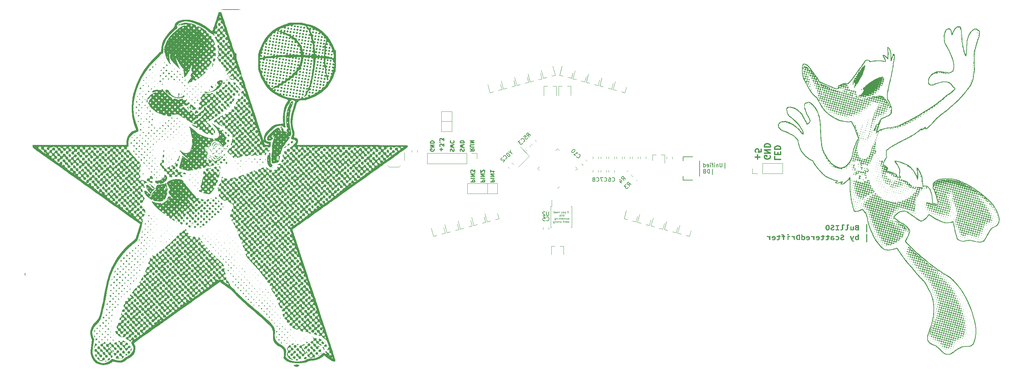
<source format=gbr>
%TF.GenerationSoftware,KiCad,Pcbnew,(7.0.0-rc1-163-g06a2e950fd)*%
%TF.CreationDate,2023-02-21T11:22:39+01:00*%
%TF.ProjectId,pcb,7063622e-6b69-4636-9164-5f7063625858,rev?*%
%TF.SameCoordinates,Original*%
%TF.FileFunction,Legend,Bot*%
%TF.FilePolarity,Positive*%
%FSLAX46Y46*%
G04 Gerber Fmt 4.6, Leading zero omitted, Abs format (unit mm)*
G04 Created by KiCad (PCBNEW (7.0.0-rc1-163-g06a2e950fd)) date 2023-02-21 11:22:39*
%MOMM*%
%LPD*%
G01*
G04 APERTURE LIST*
%ADD10C,0.120000*%
%ADD11C,0.250000*%
%ADD12C,0.300000*%
%ADD13C,0.150000*%
G04 APERTURE END LIST*
D10*
X-41170000Y75630000D02*
X-40534383Y73270756D01*
X-67130000Y62625000D02*
X-67130000Y61355000D01*
X-40287248Y70470000D02*
X-40287248Y68020000D01*
X-43447248Y70470000D02*
X-43447248Y68020000D01*
X-55400000Y45400000D02*
X-58000000Y45400000D01*
X-41570000Y27080000D02*
X-41570000Y29240000D01*
X-58000000Y42740000D02*
X-55400000Y42740000D01*
X-68460000Y63955000D02*
X-69790000Y63955000D01*
X-39451294Y73270756D02*
X-38820000Y75630000D01*
X-55400000Y42740000D02*
X-55400000Y45400000D01*
X-36527248Y70470000D02*
X-36527248Y68030000D01*
X-69790000Y61355000D02*
X-69790000Y63955000D01*
X-38410000Y29240000D02*
X-38410000Y27080000D01*
X-39687248Y70470000D02*
X-39687248Y68010000D01*
D11*
X-64964761Y53690476D02*
X-65012380Y53833333D01*
X-65012380Y53833333D02*
X-65012380Y54071428D01*
X-65012380Y54071428D02*
X-64964761Y54166666D01*
X-64964761Y54166666D02*
X-64917142Y54214285D01*
X-64917142Y54214285D02*
X-64821904Y54261904D01*
X-64821904Y54261904D02*
X-64726666Y54261904D01*
X-64726666Y54261904D02*
X-64631428Y54214285D01*
X-64631428Y54214285D02*
X-64583809Y54166666D01*
X-64583809Y54166666D02*
X-64536190Y54071428D01*
X-64536190Y54071428D02*
X-64488571Y53880952D01*
X-64488571Y53880952D02*
X-64440952Y53785714D01*
X-64440952Y53785714D02*
X-64393333Y53738095D01*
X-64393333Y53738095D02*
X-64298095Y53690476D01*
X-64298095Y53690476D02*
X-64202857Y53690476D01*
X-64202857Y53690476D02*
X-64107619Y53738095D01*
X-64107619Y53738095D02*
X-64060000Y53785714D01*
X-64060000Y53785714D02*
X-64012380Y53880952D01*
X-64012380Y53880952D02*
X-64012380Y54119047D01*
X-64012380Y54119047D02*
X-64060000Y54261904D01*
X-64012380Y54595238D02*
X-65012380Y54833333D01*
X-65012380Y54833333D02*
X-64298095Y55023809D01*
X-64298095Y55023809D02*
X-65012380Y55214285D01*
X-65012380Y55214285D02*
X-64012380Y55452381D01*
X-65012380Y55833333D02*
X-64012380Y55833333D01*
X-64012380Y55833333D02*
X-64012380Y56071428D01*
X-64012380Y56071428D02*
X-64060000Y56214285D01*
X-64060000Y56214285D02*
X-64155238Y56309523D01*
X-64155238Y56309523D02*
X-64250476Y56357142D01*
X-64250476Y56357142D02*
X-64440952Y56404761D01*
X-64440952Y56404761D02*
X-64583809Y56404761D01*
X-64583809Y56404761D02*
X-64774285Y56357142D01*
X-64774285Y56357142D02*
X-64869523Y56309523D01*
X-64869523Y56309523D02*
X-64964761Y56214285D01*
X-64964761Y56214285D02*
X-65012380Y56071428D01*
X-65012380Y56071428D02*
X-65012380Y55833333D01*
X-62442380Y54359523D02*
X-61966190Y54026190D01*
X-62442380Y53788095D02*
X-61442380Y53788095D01*
X-61442380Y53788095D02*
X-61442380Y54169047D01*
X-61442380Y54169047D02*
X-61490000Y54264285D01*
X-61490000Y54264285D02*
X-61537619Y54311904D01*
X-61537619Y54311904D02*
X-61632857Y54359523D01*
X-61632857Y54359523D02*
X-61775714Y54359523D01*
X-61775714Y54359523D02*
X-61870952Y54311904D01*
X-61870952Y54311904D02*
X-61918571Y54264285D01*
X-61918571Y54264285D02*
X-61966190Y54169047D01*
X-61966190Y54169047D02*
X-61966190Y53788095D01*
X-61442380Y54788095D02*
X-62251904Y54788095D01*
X-62251904Y54788095D02*
X-62347142Y54835714D01*
X-62347142Y54835714D02*
X-62394761Y54883333D01*
X-62394761Y54883333D02*
X-62442380Y54978571D01*
X-62442380Y54978571D02*
X-62442380Y55169047D01*
X-62442380Y55169047D02*
X-62394761Y55264285D01*
X-62394761Y55264285D02*
X-62347142Y55311904D01*
X-62347142Y55311904D02*
X-62251904Y55359523D01*
X-62251904Y55359523D02*
X-61442380Y55359523D01*
X-62442380Y55835714D02*
X-61442380Y55835714D01*
X-61442380Y55835714D02*
X-62442380Y56407142D01*
X-62442380Y56407142D02*
X-61442380Y56407142D01*
X-69861428Y53778095D02*
X-69861428Y54540000D01*
X-70242380Y54159047D02*
X-69480476Y54159047D01*
X-69242380Y54920952D02*
X-69242380Y55539999D01*
X-69242380Y55539999D02*
X-69623333Y55206666D01*
X-69623333Y55206666D02*
X-69623333Y55349523D01*
X-69623333Y55349523D02*
X-69670952Y55444761D01*
X-69670952Y55444761D02*
X-69718571Y55492380D01*
X-69718571Y55492380D02*
X-69813809Y55539999D01*
X-69813809Y55539999D02*
X-70051904Y55539999D01*
X-70051904Y55539999D02*
X-70147142Y55492380D01*
X-70147142Y55492380D02*
X-70194761Y55444761D01*
X-70194761Y55444761D02*
X-70242380Y55349523D01*
X-70242380Y55349523D02*
X-70242380Y55063809D01*
X-70242380Y55063809D02*
X-70194761Y54968571D01*
X-70194761Y54968571D02*
X-70147142Y54920952D01*
X-70147142Y55968571D02*
X-70194761Y56016190D01*
X-70194761Y56016190D02*
X-70242380Y55968571D01*
X-70242380Y55968571D02*
X-70194761Y55920952D01*
X-70194761Y55920952D02*
X-70147142Y55968571D01*
X-70147142Y55968571D02*
X-70242380Y55968571D01*
X-69242380Y56349523D02*
X-69242380Y56968570D01*
X-69242380Y56968570D02*
X-69623333Y56635237D01*
X-69623333Y56635237D02*
X-69623333Y56778094D01*
X-69623333Y56778094D02*
X-69670952Y56873332D01*
X-69670952Y56873332D02*
X-69718571Y56920951D01*
X-69718571Y56920951D02*
X-69813809Y56968570D01*
X-69813809Y56968570D02*
X-70051904Y56968570D01*
X-70051904Y56968570D02*
X-70147142Y56920951D01*
X-70147142Y56920951D02*
X-70194761Y56873332D01*
X-70194761Y56873332D02*
X-70242380Y56778094D01*
X-70242380Y56778094D02*
X-70242380Y56492380D01*
X-70242380Y56492380D02*
X-70194761Y56397142D01*
X-70194761Y56397142D02*
X-70147142Y56349523D01*
X-62302380Y45768095D02*
X-61302380Y45768095D01*
X-61302380Y45768095D02*
X-61302380Y46149047D01*
X-61302380Y46149047D02*
X-61350000Y46244285D01*
X-61350000Y46244285D02*
X-61397619Y46291904D01*
X-61397619Y46291904D02*
X-61492857Y46339523D01*
X-61492857Y46339523D02*
X-61635714Y46339523D01*
X-61635714Y46339523D02*
X-61730952Y46291904D01*
X-61730952Y46291904D02*
X-61778571Y46244285D01*
X-61778571Y46244285D02*
X-61826190Y46149047D01*
X-61826190Y46149047D02*
X-61826190Y45768095D01*
X-62302380Y46768095D02*
X-61302380Y46768095D01*
X-62302380Y47244285D02*
X-61302380Y47244285D01*
X-61302380Y47244285D02*
X-62302380Y47815713D01*
X-62302380Y47815713D02*
X-61302380Y47815713D01*
X-61302380Y48196666D02*
X-61302380Y48815713D01*
X-61302380Y48815713D02*
X-61683333Y48482380D01*
X-61683333Y48482380D02*
X-61683333Y48625237D01*
X-61683333Y48625237D02*
X-61730952Y48720475D01*
X-61730952Y48720475D02*
X-61778571Y48768094D01*
X-61778571Y48768094D02*
X-61873809Y48815713D01*
X-61873809Y48815713D02*
X-62111904Y48815713D01*
X-62111904Y48815713D02*
X-62207142Y48768094D01*
X-62207142Y48768094D02*
X-62254761Y48720475D01*
X-62254761Y48720475D02*
X-62302380Y48625237D01*
X-62302380Y48625237D02*
X-62302380Y48339523D01*
X-62302380Y48339523D02*
X-62254761Y48244285D01*
X-62254761Y48244285D02*
X-62207142Y48196666D01*
D12*
G36*
X39689259Y32763299D02*
G01*
X39416317Y32763299D01*
X39416317Y34863665D01*
X39689259Y34863665D01*
X39689259Y32763299D01*
G37*
G36*
X37509758Y33292696D02*
G01*
X37010037Y33292696D01*
X36982486Y33293059D01*
X36955358Y33294153D01*
X36928682Y33295983D01*
X36902488Y33298552D01*
X36876805Y33301867D01*
X36851663Y33305932D01*
X36827092Y33310752D01*
X36803121Y33316332D01*
X36779781Y33322676D01*
X36757100Y33329790D01*
X36735108Y33337679D01*
X36713836Y33346347D01*
X36693312Y33355800D01*
X36673566Y33366041D01*
X36654629Y33377077D01*
X36636529Y33388912D01*
X36619296Y33401551D01*
X36602960Y33414998D01*
X36587551Y33429260D01*
X36573097Y33444340D01*
X36559630Y33460243D01*
X36547178Y33476975D01*
X36535772Y33494540D01*
X36525440Y33512943D01*
X36516213Y33532190D01*
X36508119Y33552284D01*
X36501190Y33573232D01*
X36495454Y33595037D01*
X36490941Y33617705D01*
X36487681Y33641240D01*
X36485703Y33665648D01*
X36485037Y33690933D01*
X36485338Y33707372D01*
X36485692Y33713648D01*
X36787287Y33713648D01*
X36788225Y33691769D01*
X36791048Y33671328D01*
X36795766Y33652322D01*
X36802394Y33634748D01*
X36810943Y33618601D01*
X36821426Y33603878D01*
X36833854Y33590575D01*
X36848241Y33578689D01*
X36864599Y33568214D01*
X36882939Y33559149D01*
X36903275Y33551488D01*
X36925619Y33545229D01*
X36949982Y33540367D01*
X36976378Y33536899D01*
X37004818Y33534821D01*
X37019809Y33534302D01*
X37035316Y33534130D01*
X37201279Y33534130D01*
X37201279Y33878878D01*
X37035316Y33878878D01*
X37019616Y33878734D01*
X37004456Y33878299D01*
X36975747Y33876542D01*
X36949166Y33873582D01*
X36924691Y33869393D01*
X36902301Y33863948D01*
X36881973Y33857221D01*
X36863686Y33849185D01*
X36847417Y33839815D01*
X36833144Y33829083D01*
X36820846Y33816965D01*
X36810500Y33803433D01*
X36802085Y33788461D01*
X36795578Y33772023D01*
X36790958Y33754092D01*
X36788201Y33734643D01*
X36787287Y33713648D01*
X36485692Y33713648D01*
X36486241Y33723372D01*
X36487743Y33738934D01*
X36489842Y33754061D01*
X36492537Y33768754D01*
X36499704Y33796843D01*
X36509231Y33823213D01*
X36521100Y33847876D01*
X36535296Y33870844D01*
X36551804Y33892128D01*
X36570608Y33911740D01*
X36591693Y33929693D01*
X36615043Y33945997D01*
X36640642Y33960666D01*
X36654280Y33967390D01*
X36668475Y33973709D01*
X36683224Y33979625D01*
X36698526Y33985140D01*
X36714379Y33990255D01*
X36730780Y33994970D01*
X36747728Y33999289D01*
X36765221Y34003211D01*
X36783257Y34006739D01*
X36783257Y34015166D01*
X36768335Y34019378D01*
X36753930Y34024101D01*
X36740039Y34029318D01*
X36713786Y34041157D01*
X36689555Y34054747D01*
X36667324Y34069939D01*
X36647068Y34086586D01*
X36628767Y34104539D01*
X36612397Y34123650D01*
X36597936Y34143771D01*
X36585362Y34164753D01*
X36574651Y34186450D01*
X36565782Y34208712D01*
X36558731Y34231392D01*
X36553477Y34254341D01*
X36551146Y34269789D01*
X36850302Y34269789D01*
X36851047Y34250569D01*
X36853305Y34232359D01*
X36857115Y34215192D01*
X36862512Y34199098D01*
X36869535Y34184110D01*
X36878219Y34170259D01*
X36888603Y34157577D01*
X36900723Y34146095D01*
X36914616Y34135846D01*
X36930319Y34126860D01*
X36947869Y34119170D01*
X36967304Y34112808D01*
X36988660Y34107804D01*
X37011974Y34104190D01*
X37037283Y34101999D01*
X37064625Y34101261D01*
X37201279Y34101261D01*
X37201279Y34410839D01*
X37062427Y34410839D01*
X37036197Y34410366D01*
X37011764Y34408926D01*
X36989113Y34406487D01*
X36968231Y34403020D01*
X36949103Y34398491D01*
X36931714Y34392872D01*
X36916050Y34386129D01*
X36902097Y34378233D01*
X36889839Y34369152D01*
X36879263Y34358854D01*
X36866519Y34341060D01*
X36860083Y34327586D01*
X36855277Y34312787D01*
X36852088Y34296632D01*
X36850500Y34279090D01*
X36850302Y34269789D01*
X36551146Y34269789D01*
X36549996Y34277412D01*
X36548267Y34300455D01*
X36548052Y34311921D01*
X36548687Y34336010D01*
X36550573Y34359036D01*
X36553683Y34381020D01*
X36557988Y34401980D01*
X36563460Y34421936D01*
X36570072Y34440908D01*
X36577794Y34458916D01*
X36586600Y34475978D01*
X36596461Y34492114D01*
X36607349Y34507344D01*
X36619236Y34521687D01*
X36632094Y34535163D01*
X36645894Y34547792D01*
X36660610Y34559592D01*
X36676213Y34570584D01*
X36692674Y34580786D01*
X36709966Y34590219D01*
X36728061Y34598902D01*
X36746930Y34606855D01*
X36766546Y34614096D01*
X36786881Y34620646D01*
X36807906Y34626524D01*
X36829594Y34631750D01*
X36851916Y34636342D01*
X36874845Y34640321D01*
X36898352Y34643707D01*
X36922410Y34646517D01*
X36946989Y34648774D01*
X36972063Y34650494D01*
X36997604Y34651699D01*
X37023582Y34652408D01*
X37049971Y34652640D01*
X37509758Y34652640D01*
X37509758Y33292696D01*
G37*
G36*
X35938055Y33269248D02*
G01*
X35910559Y33270051D01*
X35883966Y33272428D01*
X35858240Y33276329D01*
X35833349Y33281705D01*
X35809259Y33288506D01*
X35785936Y33296683D01*
X35763346Y33306186D01*
X35741455Y33316967D01*
X35720229Y33328976D01*
X35699636Y33342163D01*
X35679640Y33356480D01*
X35660208Y33371876D01*
X35641306Y33388303D01*
X35622901Y33405710D01*
X35604958Y33424050D01*
X35587444Y33443271D01*
X35579018Y33443271D01*
X35555937Y33292696D01*
X35303879Y33292696D01*
X35303879Y34324377D01*
X35612724Y34324377D01*
X35612724Y33649534D01*
X35625931Y33633176D01*
X35638802Y33618274D01*
X35651395Y33604772D01*
X35663768Y33592616D01*
X35675981Y33581750D01*
X35688091Y33572119D01*
X35700157Y33563668D01*
X35718301Y33553081D01*
X35736676Y33544838D01*
X35755478Y33538751D01*
X35774904Y33534634D01*
X35795153Y33532301D01*
X35816422Y33531565D01*
X35837135Y33532298D01*
X35856042Y33534507D01*
X35873206Y33538211D01*
X35888693Y33543426D01*
X35902568Y33550169D01*
X35914896Y33558458D01*
X35930629Y33573827D01*
X35939373Y33586056D01*
X35946797Y33599889D01*
X35952966Y33615346D01*
X35957945Y33632443D01*
X35961799Y33651197D01*
X35964592Y33671625D01*
X35966391Y33693745D01*
X35967259Y33717574D01*
X35967364Y33730134D01*
X35967364Y34324377D01*
X36276209Y34324377D01*
X36276209Y33690933D01*
X36275913Y33666838D01*
X36275020Y33643332D01*
X36273523Y33620426D01*
X36271416Y33598132D01*
X36268693Y33576461D01*
X36265347Y33555426D01*
X36261370Y33535038D01*
X36256758Y33515308D01*
X36251502Y33496247D01*
X36245597Y33477868D01*
X36239036Y33460182D01*
X36231812Y33443200D01*
X36223919Y33426934D01*
X36215350Y33411395D01*
X36206099Y33396595D01*
X36196159Y33382546D01*
X36185523Y33369259D01*
X36174185Y33356746D01*
X36162139Y33345018D01*
X36149377Y33334086D01*
X36135894Y33323963D01*
X36121682Y33314659D01*
X36106735Y33306187D01*
X36091046Y33298557D01*
X36074610Y33291782D01*
X36057419Y33285873D01*
X36039466Y33280841D01*
X36020746Y33276699D01*
X36001251Y33273456D01*
X35980976Y33271126D01*
X35959912Y33269720D01*
X35938055Y33269248D01*
G37*
G36*
X34317992Y33269248D02*
G01*
X34294245Y33269491D01*
X34271685Y33270215D01*
X34250178Y33271410D01*
X34229590Y33273066D01*
X34209785Y33275176D01*
X34190628Y33277730D01*
X34171986Y33280718D01*
X34153724Y33284132D01*
X34135706Y33287962D01*
X34117798Y33292200D01*
X34099865Y33296835D01*
X34081773Y33301860D01*
X34063387Y33307265D01*
X34044572Y33313041D01*
X34025194Y33319178D01*
X34005117Y33325668D01*
X34074360Y33552814D01*
X34091763Y33546142D01*
X34108560Y33540317D01*
X34124801Y33535297D01*
X34140537Y33531041D01*
X34155820Y33527506D01*
X34170699Y33524653D01*
X34185226Y33522438D01*
X34204134Y33520406D01*
X34222625Y33519338D01*
X34236293Y33519109D01*
X34252692Y33519613D01*
X34268842Y33521169D01*
X34284632Y33523842D01*
X34299949Y33527695D01*
X34314682Y33532794D01*
X34328720Y33539201D01*
X34341950Y33546983D01*
X34354262Y33556203D01*
X34365544Y33566926D01*
X34375683Y33579215D01*
X34384569Y33593136D01*
X34392089Y33608753D01*
X34398133Y33626131D01*
X34402588Y33645333D01*
X34405343Y33666424D01*
X34406286Y33689468D01*
X34406286Y34769876D01*
X35042661Y34769876D01*
X35042661Y34526244D01*
X34715131Y34526244D01*
X34715131Y33702291D01*
X34714731Y33677711D01*
X34713533Y33653716D01*
X34711539Y33630317D01*
X34708751Y33607528D01*
X34705171Y33585362D01*
X34700803Y33563831D01*
X34695648Y33542948D01*
X34689709Y33522726D01*
X34682988Y33503179D01*
X34675487Y33484318D01*
X34667209Y33466158D01*
X34658156Y33448709D01*
X34648331Y33431987D01*
X34637736Y33416003D01*
X34626372Y33400770D01*
X34614244Y33386302D01*
X34601352Y33372610D01*
X34587699Y33359709D01*
X34573288Y33347610D01*
X34558120Y33336327D01*
X34542199Y33325873D01*
X34525527Y33316260D01*
X34508105Y33307502D01*
X34489937Y33299611D01*
X34471025Y33292600D01*
X34451370Y33286482D01*
X34430976Y33281270D01*
X34409844Y33276976D01*
X34387978Y33273615D01*
X34365379Y33271197D01*
X34342050Y33269738D01*
X34317992Y33269248D01*
G37*
G36*
X33059165Y33269248D02*
G01*
X33035417Y33269491D01*
X33012857Y33270215D01*
X32991351Y33271410D01*
X32970762Y33273066D01*
X32950957Y33275176D01*
X32931801Y33277730D01*
X32913159Y33280718D01*
X32894896Y33284132D01*
X32876878Y33287962D01*
X32858970Y33292200D01*
X32841038Y33296835D01*
X32822946Y33301860D01*
X32804559Y33307265D01*
X32785745Y33313041D01*
X32766366Y33319178D01*
X32746290Y33325668D01*
X32815532Y33552814D01*
X32832935Y33546142D01*
X32849732Y33540317D01*
X32865973Y33535297D01*
X32881710Y33531041D01*
X32896992Y33527506D01*
X32911872Y33524653D01*
X32926398Y33522438D01*
X32945306Y33520406D01*
X32963798Y33519338D01*
X32977465Y33519109D01*
X32993864Y33519613D01*
X33010015Y33521169D01*
X33025804Y33523842D01*
X33041121Y33527695D01*
X33055854Y33532794D01*
X33069892Y33539201D01*
X33083123Y33546983D01*
X33095435Y33556203D01*
X33106716Y33566926D01*
X33116856Y33579215D01*
X33125741Y33593136D01*
X33133262Y33608753D01*
X33139305Y33626131D01*
X33143760Y33645333D01*
X33146515Y33666424D01*
X33147458Y33689468D01*
X33147458Y34769876D01*
X33783833Y34769876D01*
X33783833Y34526244D01*
X33456303Y34526244D01*
X33456303Y33702291D01*
X33455904Y33677711D01*
X33454705Y33653716D01*
X33452711Y33630317D01*
X33449923Y33607528D01*
X33446344Y33585362D01*
X33441975Y33563831D01*
X33436820Y33542948D01*
X33430881Y33522726D01*
X33424160Y33503179D01*
X33416659Y33484318D01*
X33408382Y33466158D01*
X33399329Y33448709D01*
X33389504Y33431987D01*
X33378908Y33416003D01*
X33367545Y33400770D01*
X33355416Y33386302D01*
X33342524Y33372610D01*
X33328871Y33359709D01*
X33314460Y33347610D01*
X33299293Y33336327D01*
X33283372Y33325873D01*
X33266699Y33316260D01*
X33249278Y33307502D01*
X33231110Y33299611D01*
X33212197Y33292600D01*
X33192543Y33286482D01*
X33172148Y33281270D01*
X33151017Y33276976D01*
X33129150Y33273615D01*
X33106551Y33271197D01*
X33083222Y33269738D01*
X33059165Y33269248D01*
G37*
G36*
X32474447Y33292696D02*
G01*
X31525197Y33292696D01*
X31525197Y33552814D01*
X31844667Y33552814D01*
X31844667Y34392155D01*
X31525197Y34392155D01*
X31525197Y34652640D01*
X32474447Y34652640D01*
X32474447Y34392155D01*
X32155344Y34392155D01*
X32155344Y33552814D01*
X32474447Y33552814D01*
X32474447Y33292696D01*
G37*
G36*
X30745208Y33269248D02*
G01*
X30713771Y33269821D01*
X30683214Y33271518D01*
X30653544Y33274309D01*
X30624768Y33278165D01*
X30596896Y33283054D01*
X30569934Y33288947D01*
X30543890Y33295814D01*
X30518772Y33303623D01*
X30494588Y33312346D01*
X30471345Y33321951D01*
X30449052Y33332409D01*
X30427716Y33343688D01*
X30407345Y33355760D01*
X30387947Y33368593D01*
X30369529Y33382157D01*
X30352099Y33396422D01*
X30335665Y33411359D01*
X30320236Y33426936D01*
X30305818Y33443123D01*
X30292419Y33459890D01*
X30280047Y33477207D01*
X30268711Y33495044D01*
X30258417Y33513370D01*
X30249174Y33532155D01*
X30240989Y33551368D01*
X30233870Y33570981D01*
X30227825Y33590961D01*
X30222861Y33611280D01*
X30218987Y33631906D01*
X30216210Y33652810D01*
X30214539Y33673962D01*
X30213980Y33695330D01*
X30214310Y33713396D01*
X30215295Y33730986D01*
X30216927Y33748107D01*
X30219197Y33764766D01*
X30222096Y33780969D01*
X30225618Y33796723D01*
X30229752Y33812035D01*
X30234490Y33826912D01*
X30239825Y33841361D01*
X30245748Y33855388D01*
X30252250Y33869001D01*
X30259324Y33882206D01*
X30266960Y33895010D01*
X30275150Y33907420D01*
X30283886Y33919443D01*
X30293160Y33931085D01*
X30302963Y33942354D01*
X30313287Y33953257D01*
X30324123Y33963799D01*
X30335463Y33973989D01*
X30347299Y33983832D01*
X30359622Y33993336D01*
X30372424Y34002507D01*
X30385696Y34011353D01*
X30399430Y34019881D01*
X30413618Y34028096D01*
X30428251Y34036006D01*
X30443322Y34043618D01*
X30458820Y34050938D01*
X30474739Y34057974D01*
X30491070Y34064732D01*
X30507804Y34071220D01*
X30673767Y34143760D01*
X30698088Y34152715D01*
X30721405Y34161375D01*
X30743638Y34169838D01*
X30764711Y34178204D01*
X30784545Y34186572D01*
X30803063Y34195041D01*
X30820186Y34203712D01*
X30835837Y34212682D01*
X30849939Y34222052D01*
X30862412Y34231920D01*
X30873180Y34242386D01*
X30885964Y34259423D01*
X30894473Y34278364D01*
X30898445Y34299543D01*
X30898715Y34307158D01*
X30897912Y34321908D01*
X30893779Y34342399D01*
X30886287Y34360894D01*
X30875612Y34377355D01*
X30861930Y34391745D01*
X30845416Y34404026D01*
X30826247Y34414159D01*
X30812078Y34419702D01*
X30796860Y34424263D01*
X30780643Y34427830D01*
X30763480Y34430392D01*
X30745422Y34431937D01*
X30726523Y34432455D01*
X30701866Y34431985D01*
X30678258Y34430586D01*
X30655618Y34428274D01*
X30633862Y34425064D01*
X30612906Y34420972D01*
X30592668Y34416013D01*
X30573064Y34410203D01*
X30554012Y34403558D01*
X30535427Y34396092D01*
X30517227Y34387822D01*
X30499329Y34378763D01*
X30481649Y34368931D01*
X30464104Y34358340D01*
X30446612Y34347008D01*
X30429088Y34334949D01*
X30411450Y34322179D01*
X30253913Y34518917D01*
X30265645Y34529782D01*
X30277615Y34540326D01*
X30289817Y34550546D01*
X30302243Y34560443D01*
X30314884Y34570013D01*
X30327734Y34579255D01*
X30340785Y34588169D01*
X30354028Y34596752D01*
X30367457Y34605003D01*
X30381063Y34612920D01*
X30394838Y34620501D01*
X30408776Y34627746D01*
X30422868Y34634653D01*
X30437107Y34641219D01*
X30451484Y34647444D01*
X30465993Y34653327D01*
X30480625Y34658864D01*
X30495372Y34664056D01*
X30510228Y34668900D01*
X30525184Y34673394D01*
X30540233Y34677538D01*
X30555366Y34681330D01*
X30570577Y34684768D01*
X30585857Y34687851D01*
X30601198Y34690576D01*
X30616594Y34692944D01*
X30632036Y34694951D01*
X30647517Y34696597D01*
X30663028Y34697880D01*
X30678563Y34698798D01*
X30694113Y34699350D01*
X30709671Y34699534D01*
X30737155Y34699009D01*
X30764090Y34697450D01*
X30790455Y34694881D01*
X30816228Y34691327D01*
X30841388Y34686811D01*
X30865915Y34681359D01*
X30889785Y34674994D01*
X30912980Y34667741D01*
X30935477Y34659623D01*
X30957254Y34650666D01*
X30978292Y34640894D01*
X30998569Y34630330D01*
X31018063Y34618999D01*
X31036753Y34606926D01*
X31054619Y34594135D01*
X31071638Y34580649D01*
X31087791Y34566494D01*
X31103055Y34551693D01*
X31117409Y34536271D01*
X31130832Y34520252D01*
X31143303Y34503660D01*
X31154801Y34486520D01*
X31165305Y34468857D01*
X31174793Y34450693D01*
X31183244Y34432054D01*
X31190637Y34412963D01*
X31196951Y34393446D01*
X31202164Y34373526D01*
X31206256Y34353228D01*
X31209205Y34332575D01*
X31210990Y34311593D01*
X31211590Y34290305D01*
X31211187Y34271622D01*
X31209993Y34253421D01*
X31208031Y34235696D01*
X31205324Y34218445D01*
X31201895Y34201664D01*
X31197766Y34185348D01*
X31192961Y34169494D01*
X31187501Y34154098D01*
X31181411Y34139156D01*
X31174712Y34124664D01*
X31167427Y34110619D01*
X31159580Y34097015D01*
X31151193Y34083851D01*
X31142289Y34071120D01*
X31132891Y34058821D01*
X31123021Y34046948D01*
X31112703Y34035498D01*
X31101958Y34024467D01*
X31090811Y34013851D01*
X31079283Y34003647D01*
X31067398Y33993850D01*
X31055179Y33984456D01*
X31042648Y33975462D01*
X31029827Y33966863D01*
X31016741Y33958656D01*
X31003411Y33950837D01*
X30989860Y33943402D01*
X30976112Y33936347D01*
X30962189Y33929669D01*
X30948113Y33923362D01*
X30933909Y33917425D01*
X30919597Y33911851D01*
X30743376Y33835281D01*
X30719500Y33825296D01*
X30696815Y33815849D01*
X30675368Y33806791D01*
X30655208Y33797975D01*
X30636384Y33789251D01*
X30618942Y33780470D01*
X30602933Y33771485D01*
X30588404Y33762146D01*
X30575403Y33752304D01*
X30563979Y33741812D01*
X30554180Y33730519D01*
X30546055Y33718279D01*
X30539651Y33704942D01*
X30535016Y33690359D01*
X30532201Y33674382D01*
X30531251Y33656862D01*
X30532863Y33637710D01*
X30537735Y33619720D01*
X30545920Y33603050D01*
X30557468Y33587857D01*
X30572434Y33574299D01*
X30590870Y33562534D01*
X30605114Y33555764D01*
X30620939Y33549908D01*
X30638361Y33545012D01*
X30657395Y33541122D01*
X30678057Y33538286D01*
X30700361Y33536550D01*
X30724325Y33535961D01*
X30749071Y33536649D01*
X30773691Y33538678D01*
X30798155Y33541999D01*
X30822431Y33546563D01*
X30846487Y33552321D01*
X30870294Y33559223D01*
X30893820Y33567219D01*
X30917033Y33576261D01*
X30939902Y33586300D01*
X30962397Y33597284D01*
X30984487Y33609167D01*
X31006139Y33621897D01*
X31027324Y33635425D01*
X31048009Y33649703D01*
X31068165Y33664681D01*
X31087758Y33680309D01*
X31266178Y33466352D01*
X31252283Y33454344D01*
X31238149Y33442705D01*
X31223786Y33431438D01*
X31209201Y33420542D01*
X31194403Y33410018D01*
X31179401Y33399866D01*
X31164202Y33390089D01*
X31148815Y33380686D01*
X31133250Y33371658D01*
X31117513Y33363006D01*
X31101614Y33354730D01*
X31085562Y33346832D01*
X31069364Y33339312D01*
X31053028Y33332171D01*
X31036565Y33325409D01*
X31019981Y33319028D01*
X31003286Y33313028D01*
X30986487Y33307409D01*
X30969594Y33302173D01*
X30952614Y33297320D01*
X30935557Y33292851D01*
X30918430Y33288767D01*
X30901243Y33285069D01*
X30884003Y33281756D01*
X30866719Y33278831D01*
X30849399Y33276293D01*
X30832052Y33274143D01*
X30814687Y33272383D01*
X30797311Y33271013D01*
X30779934Y33270033D01*
X30762563Y33269444D01*
X30745208Y33269248D01*
G37*
G36*
X29512552Y34698815D02*
G01*
X29542143Y34696660D01*
X29571100Y34693076D01*
X29599401Y34688067D01*
X29627022Y34681638D01*
X29653941Y34673795D01*
X29680135Y34664543D01*
X29705581Y34653888D01*
X29730256Y34641833D01*
X29754138Y34628386D01*
X29777203Y34613550D01*
X29799430Y34597332D01*
X29820795Y34579735D01*
X29841275Y34560767D01*
X29860847Y34540431D01*
X29879489Y34518734D01*
X29897178Y34495679D01*
X29913891Y34471273D01*
X29929606Y34445521D01*
X29944298Y34418428D01*
X29957947Y34390000D01*
X29970528Y34360240D01*
X29982019Y34329156D01*
X29992398Y34296751D01*
X30001641Y34263032D01*
X30009726Y34228003D01*
X30016629Y34191669D01*
X30022328Y34154037D01*
X30026801Y34115110D01*
X30030024Y34074895D01*
X30031974Y34033396D01*
X30032629Y33990619D01*
X30031974Y33946872D01*
X30030024Y33904453D01*
X30026801Y33863367D01*
X30022328Y33823617D01*
X30016629Y33785207D01*
X30009726Y33748141D01*
X30001641Y33712424D01*
X29992398Y33678059D01*
X29982019Y33645050D01*
X29970528Y33613402D01*
X29957947Y33583117D01*
X29944298Y33554200D01*
X29929606Y33526655D01*
X29913891Y33500487D01*
X29897178Y33475698D01*
X29879489Y33452293D01*
X29860847Y33430276D01*
X29841275Y33409650D01*
X29820795Y33390421D01*
X29799430Y33372591D01*
X29777203Y33356165D01*
X29754138Y33341146D01*
X29730256Y33327539D01*
X29705581Y33315347D01*
X29680135Y33304575D01*
X29653941Y33295226D01*
X29627022Y33287305D01*
X29599401Y33280815D01*
X29571100Y33275761D01*
X29542143Y33272145D01*
X29512552Y33269973D01*
X29482350Y33269248D01*
X29452116Y33269973D01*
X29422497Y33272145D01*
X29393516Y33275761D01*
X29365195Y33280815D01*
X29337556Y33287305D01*
X29310624Y33295226D01*
X29284419Y33304575D01*
X29258965Y33315347D01*
X29234285Y33327539D01*
X29210400Y33341146D01*
X29187334Y33356165D01*
X29165110Y33372591D01*
X29143748Y33390421D01*
X29123274Y33409650D01*
X29103708Y33430276D01*
X29085074Y33452293D01*
X29067394Y33475698D01*
X29050691Y33500487D01*
X29034987Y33526655D01*
X29020306Y33554200D01*
X29006668Y33583117D01*
X28994099Y33613402D01*
X28982619Y33645050D01*
X28972251Y33678059D01*
X28963018Y33712424D01*
X28954944Y33748141D01*
X28948049Y33785207D01*
X28942357Y33823617D01*
X28937891Y33863367D01*
X28934673Y33904453D01*
X28932725Y33946872D01*
X28932071Y33990619D01*
X29248976Y33990619D01*
X29249240Y33962948D01*
X29250027Y33936127D01*
X29251331Y33910157D01*
X29253144Y33885041D01*
X29255459Y33860780D01*
X29258269Y33837376D01*
X29261568Y33814832D01*
X29265348Y33793149D01*
X29269603Y33772329D01*
X29274325Y33752374D01*
X29279507Y33733285D01*
X29285143Y33715065D01*
X29291226Y33697715D01*
X29297748Y33681238D01*
X29304702Y33665635D01*
X29312082Y33650908D01*
X29319881Y33637059D01*
X29328092Y33624090D01*
X29336707Y33612003D01*
X29355123Y33590481D01*
X29375074Y33572509D01*
X29396504Y33558101D01*
X29419357Y33547273D01*
X29443577Y33540039D01*
X29469110Y33536415D01*
X29482350Y33535961D01*
X29508513Y33537775D01*
X29533385Y33543206D01*
X29556911Y33552238D01*
X29579036Y33564858D01*
X29599706Y33581050D01*
X29618865Y33600799D01*
X29636460Y33624090D01*
X29644653Y33637059D01*
X29652435Y33650908D01*
X29659798Y33665635D01*
X29666735Y33681238D01*
X29673241Y33697715D01*
X29679307Y33715065D01*
X29684927Y33733285D01*
X29690094Y33752374D01*
X29694802Y33772329D01*
X29699043Y33793149D01*
X29702811Y33814832D01*
X29706099Y33837376D01*
X29708899Y33860780D01*
X29711206Y33885041D01*
X29713012Y33910157D01*
X29714311Y33936127D01*
X29715095Y33962948D01*
X29715358Y33990619D01*
X29715095Y34017126D01*
X29714311Y34042855D01*
X29713012Y34067803D01*
X29711206Y34091966D01*
X29708899Y34115339D01*
X29706099Y34137917D01*
X29702811Y34159698D01*
X29699043Y34180677D01*
X29694802Y34200848D01*
X29690094Y34220209D01*
X29684927Y34238755D01*
X29679307Y34256482D01*
X29673241Y34273385D01*
X29666735Y34289460D01*
X29659798Y34304704D01*
X29652435Y34319111D01*
X29644653Y34332678D01*
X29636460Y34345400D01*
X29627862Y34357273D01*
X29609478Y34378456D01*
X29589556Y34396193D01*
X29568152Y34410449D01*
X29545320Y34421192D01*
X29521114Y34428388D01*
X29495590Y34432001D01*
X29482350Y34432455D01*
X29456183Y34430644D01*
X29431300Y34425236D01*
X29407756Y34416262D01*
X29385607Y34403758D01*
X29364910Y34387757D01*
X29345719Y34368293D01*
X29328092Y34345400D01*
X29319881Y34332678D01*
X29312082Y34319111D01*
X29304702Y34304704D01*
X29297748Y34289460D01*
X29291226Y34273385D01*
X29285143Y34256482D01*
X29279507Y34238755D01*
X29274325Y34220209D01*
X29269603Y34200848D01*
X29265348Y34180677D01*
X29261568Y34159698D01*
X29258269Y34137917D01*
X29255459Y34115339D01*
X29253144Y34091966D01*
X29251331Y34067803D01*
X29250027Y34042855D01*
X29249240Y34017126D01*
X29248976Y33990619D01*
X28932071Y33990619D01*
X28932725Y34033396D01*
X28934673Y34074895D01*
X28937891Y34115110D01*
X28942357Y34154037D01*
X28948049Y34191669D01*
X28954944Y34228003D01*
X28963018Y34263032D01*
X28972251Y34296751D01*
X28982619Y34329156D01*
X28994099Y34360240D01*
X29006668Y34390000D01*
X29020306Y34418428D01*
X29034987Y34445521D01*
X29050691Y34471273D01*
X29067394Y34495679D01*
X29085074Y34518734D01*
X29103708Y34540431D01*
X29123274Y34560767D01*
X29143748Y34579735D01*
X29165110Y34597332D01*
X29187334Y34613550D01*
X29210400Y34628386D01*
X29234285Y34641833D01*
X29258965Y34653888D01*
X29284419Y34664543D01*
X29310624Y34673795D01*
X29337556Y34681638D01*
X29365195Y34688067D01*
X29393516Y34693076D01*
X29422497Y34696660D01*
X29452116Y34698815D01*
X29482350Y34699534D01*
X29512552Y34698815D01*
G37*
G36*
X39689259Y30243299D02*
G01*
X39416317Y30243299D01*
X39416317Y32343665D01*
X39689259Y32343665D01*
X39689259Y30243299D01*
G37*
G36*
X37514154Y30772696D02*
G01*
X37272720Y30772696D01*
X37247441Y30887734D01*
X37239015Y30887734D01*
X37222704Y30871266D01*
X37206078Y30855802D01*
X37189163Y30841351D01*
X37171987Y30827919D01*
X37154577Y30815516D01*
X37136960Y30804149D01*
X37119164Y30793827D01*
X37101216Y30784557D01*
X37083143Y30776347D01*
X37064974Y30769206D01*
X37046734Y30763141D01*
X37028452Y30758161D01*
X37010156Y30754274D01*
X36991871Y30751487D01*
X36973626Y30749809D01*
X36955449Y30749248D01*
X36933652Y30749849D01*
X36911977Y30751645D01*
X36890460Y30754629D01*
X36869140Y30758792D01*
X36848053Y30764124D01*
X36827236Y30770619D01*
X36806728Y30778266D01*
X36786566Y30787058D01*
X36766787Y30796986D01*
X36747429Y30808042D01*
X36728528Y30820217D01*
X36710123Y30833503D01*
X36692251Y30847890D01*
X36674950Y30863371D01*
X36658256Y30879937D01*
X36642207Y30897580D01*
X36626841Y30916290D01*
X36612195Y30936060D01*
X36598307Y30956881D01*
X36585213Y30978745D01*
X36572952Y31001642D01*
X36561561Y31025564D01*
X36551077Y31050504D01*
X36541537Y31076452D01*
X36532980Y31103399D01*
X36525442Y31131338D01*
X36518961Y31160260D01*
X36513575Y31190155D01*
X36509320Y31221017D01*
X36506235Y31252836D01*
X36504356Y31285603D01*
X36503845Y31312716D01*
X36820993Y31312716D01*
X36821256Y31292675D01*
X36822037Y31273352D01*
X36823323Y31254742D01*
X36825102Y31236839D01*
X36827362Y31219638D01*
X36830090Y31203133D01*
X36833274Y31187320D01*
X36836901Y31172193D01*
X36840959Y31157746D01*
X36850319Y31130872D01*
X36861253Y31106656D01*
X36873663Y31085054D01*
X36887449Y31066025D01*
X36902512Y31049524D01*
X36918752Y31035508D01*
X36936072Y31023936D01*
X36954370Y31014764D01*
X36973548Y31007948D01*
X36993507Y31003447D01*
X37014147Y31001217D01*
X37024691Y31000940D01*
X37040365Y31001463D01*
X37056607Y31003070D01*
X37073312Y31005825D01*
X37090373Y31009789D01*
X37107682Y31015023D01*
X37125134Y31021589D01*
X37142620Y31029548D01*
X37160034Y31038962D01*
X37177270Y31049893D01*
X37194220Y31062402D01*
X37205309Y31071649D01*
X37205309Y31500661D01*
X37193131Y31513058D01*
X37181040Y31524566D01*
X37169020Y31535197D01*
X37157058Y31544963D01*
X37145136Y31553877D01*
X37127295Y31565677D01*
X37109459Y31575629D01*
X37091574Y31583774D01*
X37073589Y31590155D01*
X37055450Y31594812D01*
X37037106Y31597789D01*
X37018503Y31599125D01*
X37012235Y31599213D01*
X36988594Y31598085D01*
X36966571Y31594702D01*
X36946154Y31589068D01*
X36927330Y31581187D01*
X36910086Y31571063D01*
X36894409Y31558699D01*
X36880286Y31544100D01*
X36867704Y31527269D01*
X36856651Y31508209D01*
X36847114Y31486925D01*
X36839079Y31463420D01*
X36832533Y31437698D01*
X36827465Y31409763D01*
X36825481Y31394967D01*
X36823861Y31379619D01*
X36822604Y31363719D01*
X36821708Y31347269D01*
X36821171Y31330267D01*
X36820993Y31312716D01*
X36503845Y31312716D01*
X36503721Y31319311D01*
X36504188Y31349331D01*
X36505579Y31378657D01*
X36507885Y31407270D01*
X36511094Y31435154D01*
X36515196Y31462292D01*
X36520180Y31488667D01*
X36526035Y31514262D01*
X36532750Y31539061D01*
X36540315Y31563046D01*
X36548719Y31586201D01*
X36557950Y31608508D01*
X36567999Y31629951D01*
X36578854Y31650512D01*
X36590505Y31670176D01*
X36602940Y31688925D01*
X36616150Y31706741D01*
X36630122Y31723609D01*
X36644847Y31739511D01*
X36660313Y31754431D01*
X36676510Y31768351D01*
X36693427Y31781254D01*
X36711053Y31793124D01*
X36729378Y31803944D01*
X36748390Y31813697D01*
X36768079Y31822365D01*
X36788433Y31829933D01*
X36809443Y31836383D01*
X36831097Y31841698D01*
X36853385Y31845861D01*
X36876295Y31848856D01*
X36899818Y31850665D01*
X36923941Y31851272D01*
X36942896Y31850756D01*
X36961946Y31849220D01*
X36981038Y31846683D01*
X37000122Y31843166D01*
X37019146Y31838687D01*
X37038058Y31833266D01*
X37056807Y31826921D01*
X37075341Y31819673D01*
X37093609Y31811540D01*
X37111560Y31802543D01*
X37129141Y31792699D01*
X37146302Y31782029D01*
X37162990Y31770552D01*
X37179154Y31758287D01*
X37194743Y31745253D01*
X37209705Y31731471D01*
X37215934Y31731471D01*
X37205309Y31894503D01*
X37205309Y32249876D01*
X37514154Y32249876D01*
X37514154Y30772696D01*
G37*
G36*
X36106216Y30374091D02*
G01*
X36081993Y30374484D01*
X36058562Y30375661D01*
X36035902Y30377620D01*
X36013993Y30380361D01*
X35992812Y30383881D01*
X35972338Y30388180D01*
X35952551Y30393256D01*
X35933430Y30399107D01*
X35914952Y30405732D01*
X35897097Y30413129D01*
X35879844Y30421297D01*
X35863171Y30430235D01*
X35847057Y30439941D01*
X35831481Y30450413D01*
X35816422Y30461650D01*
X35801859Y30473651D01*
X35787770Y30486413D01*
X35774135Y30499937D01*
X35760931Y30514219D01*
X35748138Y30529259D01*
X35735735Y30545056D01*
X35723700Y30561607D01*
X35712013Y30578911D01*
X35700651Y30596967D01*
X35689594Y30615773D01*
X35678821Y30635328D01*
X35668311Y30655630D01*
X35658041Y30676678D01*
X35647992Y30698470D01*
X35638141Y30721006D01*
X35628468Y30744282D01*
X35618952Y30768299D01*
X35207158Y31804377D01*
X35499151Y31804377D01*
X35652657Y31363641D01*
X35658609Y31344632D01*
X35664638Y31325533D01*
X35670726Y31306357D01*
X35676855Y31287117D01*
X35683007Y31267825D01*
X35689166Y31248494D01*
X35695312Y31229137D01*
X35701430Y31209768D01*
X35707500Y31190399D01*
X35713505Y31171042D01*
X35719427Y31151712D01*
X35725249Y31132419D01*
X35730953Y31113179D01*
X35736521Y31094003D01*
X35741936Y31074904D01*
X35747179Y31055895D01*
X35755239Y31055895D01*
X35761560Y31075974D01*
X35767887Y31095956D01*
X35774225Y31115837D01*
X35780581Y31135614D01*
X35786961Y31155283D01*
X35793371Y31174842D01*
X35799815Y31194287D01*
X35806301Y31213615D01*
X35812835Y31232823D01*
X35819421Y31251907D01*
X35826066Y31270865D01*
X35832777Y31289693D01*
X35839558Y31308388D01*
X35846416Y31326946D01*
X35853357Y31345365D01*
X35860386Y31363641D01*
X36034775Y31804377D01*
X36341422Y31804377D01*
X35889695Y30805668D01*
X35910944Y30751813D01*
X35917574Y30737020D01*
X35924985Y30722894D01*
X35933209Y30709475D01*
X35942280Y30696801D01*
X35952231Y30684913D01*
X35963095Y30673850D01*
X35974906Y30663653D01*
X35987697Y30654360D01*
X36001502Y30646012D01*
X36016353Y30638648D01*
X36032283Y30632308D01*
X36049327Y30627031D01*
X36067517Y30622858D01*
X36086886Y30619829D01*
X36107469Y30617982D01*
X36129297Y30617357D01*
X36144581Y30617816D01*
X36159913Y30619173D01*
X36175264Y30621400D01*
X36190606Y30624467D01*
X36205909Y30628345D01*
X36210996Y30629813D01*
X36265585Y30397538D01*
X36248609Y30392113D01*
X36230689Y30387383D01*
X36211875Y30383358D01*
X36197210Y30380806D01*
X36182093Y30378658D01*
X36166547Y30376919D01*
X36150592Y30375591D01*
X36134251Y30374679D01*
X36117545Y30374185D01*
X36106216Y30374091D01*
G37*
G36*
X33262863Y30749248D02*
G01*
X33231427Y30749821D01*
X33200869Y30751518D01*
X33171199Y30754309D01*
X33142424Y30758165D01*
X33114551Y30763054D01*
X33087589Y30768947D01*
X33061545Y30775814D01*
X33036427Y30783623D01*
X33012243Y30792346D01*
X32989000Y30801951D01*
X32966707Y30812409D01*
X32945371Y30823688D01*
X32925000Y30835760D01*
X32905602Y30848593D01*
X32887184Y30862157D01*
X32869754Y30876422D01*
X32853321Y30891359D01*
X32837891Y30906936D01*
X32823473Y30923123D01*
X32810074Y30939890D01*
X32797703Y30957207D01*
X32786366Y30975044D01*
X32776072Y30993370D01*
X32766829Y31012155D01*
X32758644Y31031368D01*
X32751525Y31050981D01*
X32745480Y31070961D01*
X32740516Y31091280D01*
X32736642Y31111906D01*
X32733866Y31132810D01*
X32732194Y31153962D01*
X32731635Y31175330D01*
X32731965Y31193396D01*
X32732950Y31210986D01*
X32734582Y31228107D01*
X32736852Y31244766D01*
X32739752Y31260969D01*
X32743273Y31276723D01*
X32747407Y31292035D01*
X32752146Y31306912D01*
X32757481Y31321361D01*
X32763403Y31335388D01*
X32769906Y31349001D01*
X32776979Y31362206D01*
X32784615Y31375010D01*
X32792805Y31387420D01*
X32801542Y31399443D01*
X32810815Y31411085D01*
X32820618Y31422354D01*
X32830942Y31433257D01*
X32841778Y31443799D01*
X32853118Y31453989D01*
X32864954Y31463832D01*
X32877277Y31473336D01*
X32890079Y31482507D01*
X32903351Y31491353D01*
X32917085Y31499881D01*
X32931273Y31508096D01*
X32945907Y31516006D01*
X32960977Y31523618D01*
X32976476Y31530938D01*
X32992394Y31537974D01*
X33008725Y31544732D01*
X33025459Y31551220D01*
X33191422Y31623760D01*
X33215744Y31632715D01*
X33239060Y31641375D01*
X33261294Y31649838D01*
X33282366Y31658204D01*
X33302200Y31666572D01*
X33320718Y31675041D01*
X33337841Y31683712D01*
X33353493Y31692682D01*
X33367594Y31702052D01*
X33380068Y31711920D01*
X33390836Y31722386D01*
X33403620Y31739423D01*
X33412129Y31758364D01*
X33416100Y31779543D01*
X33416370Y31787158D01*
X33415567Y31801908D01*
X33411434Y31822399D01*
X33403942Y31840894D01*
X33393267Y31857355D01*
X33379585Y31871745D01*
X33363071Y31884026D01*
X33343902Y31894159D01*
X33329733Y31899702D01*
X33314515Y31904263D01*
X33298298Y31907830D01*
X33281135Y31910392D01*
X33263078Y31911937D01*
X33244179Y31912455D01*
X33219521Y31911985D01*
X33195914Y31910586D01*
X33173273Y31908274D01*
X33151517Y31905064D01*
X33130561Y31900972D01*
X33110323Y31896013D01*
X33090719Y31890203D01*
X33071667Y31883558D01*
X33053082Y31876092D01*
X33034882Y31867822D01*
X33016984Y31858763D01*
X32999304Y31848931D01*
X32981760Y31838340D01*
X32964267Y31827008D01*
X32946743Y31814949D01*
X32929105Y31802179D01*
X32771569Y31998917D01*
X32783300Y32009782D01*
X32795270Y32020326D01*
X32807472Y32030546D01*
X32819898Y32040443D01*
X32832540Y32050013D01*
X32845390Y32059255D01*
X32858440Y32068169D01*
X32871683Y32076752D01*
X32885112Y32085003D01*
X32898718Y32092920D01*
X32912494Y32100501D01*
X32926431Y32107746D01*
X32940523Y32114653D01*
X32954762Y32121219D01*
X32969139Y32127444D01*
X32983648Y32133327D01*
X32998280Y32138864D01*
X33013027Y32144056D01*
X33027883Y32148900D01*
X33042839Y32153394D01*
X33057888Y32157538D01*
X33073021Y32161330D01*
X33088232Y32164768D01*
X33103512Y32167851D01*
X33118854Y32170576D01*
X33134249Y32172944D01*
X33149691Y32174951D01*
X33165172Y32176597D01*
X33180683Y32177880D01*
X33196218Y32178798D01*
X33211768Y32179350D01*
X33227326Y32179534D01*
X33254810Y32179009D01*
X33281746Y32177450D01*
X33308110Y32174881D01*
X33333883Y32171327D01*
X33359044Y32166811D01*
X33383570Y32161359D01*
X33407441Y32154994D01*
X33430635Y32147741D01*
X33453132Y32139623D01*
X33474910Y32130666D01*
X33495948Y32120894D01*
X33516224Y32110330D01*
X33535718Y32098999D01*
X33554409Y32086926D01*
X33572274Y32074135D01*
X33589294Y32060649D01*
X33605446Y32046494D01*
X33620710Y32031693D01*
X33635064Y32016271D01*
X33648487Y32000252D01*
X33660959Y31983660D01*
X33672457Y31966520D01*
X33682960Y31948857D01*
X33692448Y31930693D01*
X33700899Y31912054D01*
X33708292Y31892963D01*
X33714606Y31873446D01*
X33719820Y31853526D01*
X33723911Y31833228D01*
X33726860Y31812575D01*
X33728645Y31791593D01*
X33729245Y31770305D01*
X33728842Y31751622D01*
X33727648Y31733421D01*
X33725686Y31715696D01*
X33722979Y31698445D01*
X33719550Y31681664D01*
X33715421Y31665348D01*
X33710616Y31649494D01*
X33705156Y31634098D01*
X33699066Y31619156D01*
X33692367Y31604664D01*
X33685083Y31590619D01*
X33677235Y31577015D01*
X33668848Y31563851D01*
X33659944Y31551120D01*
X33650546Y31538821D01*
X33640676Y31526948D01*
X33630358Y31515498D01*
X33619614Y31504467D01*
X33608466Y31493851D01*
X33596939Y31483647D01*
X33585054Y31473850D01*
X33572834Y31464456D01*
X33560303Y31455462D01*
X33547482Y31446863D01*
X33534396Y31438656D01*
X33521066Y31430837D01*
X33507515Y31423402D01*
X33493767Y31416347D01*
X33479844Y31409669D01*
X33465768Y31403362D01*
X33451564Y31397425D01*
X33437253Y31391851D01*
X33261031Y31315281D01*
X33237156Y31305296D01*
X33214470Y31295849D01*
X33193023Y31286791D01*
X33172863Y31277975D01*
X33154039Y31269251D01*
X33136598Y31260470D01*
X33120588Y31251485D01*
X33106059Y31242146D01*
X33093059Y31232304D01*
X33081634Y31221812D01*
X33071835Y31210519D01*
X33063710Y31198279D01*
X33057306Y31184942D01*
X33052672Y31170359D01*
X33049856Y31154382D01*
X33048906Y31136862D01*
X33050519Y31117710D01*
X33055391Y31099720D01*
X33063575Y31083050D01*
X33075124Y31067857D01*
X33090090Y31054299D01*
X33108525Y31042534D01*
X33122770Y31035764D01*
X33138595Y31029908D01*
X33156016Y31025012D01*
X33175050Y31021122D01*
X33195712Y31018286D01*
X33218017Y31016550D01*
X33241980Y31015961D01*
X33266726Y31016649D01*
X33291347Y31018678D01*
X33315810Y31021999D01*
X33340086Y31026563D01*
X33364143Y31032321D01*
X33387949Y31039223D01*
X33411475Y31047219D01*
X33434688Y31056261D01*
X33457558Y31066300D01*
X33480053Y31077284D01*
X33502142Y31089167D01*
X33523795Y31101897D01*
X33544979Y31115425D01*
X33565665Y31129703D01*
X33585820Y31144681D01*
X33605414Y31160309D01*
X33783833Y30946352D01*
X33769938Y30934344D01*
X33755805Y30922705D01*
X33741441Y30911438D01*
X33726856Y30900542D01*
X33712058Y30890018D01*
X33697056Y30879866D01*
X33681857Y30870089D01*
X33666471Y30860686D01*
X33650905Y30851658D01*
X33635169Y30843006D01*
X33619270Y30834730D01*
X33603217Y30826832D01*
X33587019Y30819312D01*
X33570684Y30812171D01*
X33554220Y30805409D01*
X33537636Y30799028D01*
X33520941Y30793028D01*
X33504142Y30787409D01*
X33487249Y30782173D01*
X33470270Y30777320D01*
X33453212Y30772851D01*
X33436086Y30768767D01*
X33418898Y30765069D01*
X33401658Y30761756D01*
X33384374Y30758831D01*
X33367054Y30756293D01*
X33349708Y30754143D01*
X33332342Y30752383D01*
X33314967Y30751013D01*
X33297589Y30750033D01*
X33280219Y30749444D01*
X33262863Y30749248D01*
G37*
G36*
X31909514Y30749248D02*
G01*
X31882542Y30749813D01*
X31855257Y30751516D01*
X31827732Y30754370D01*
X31800039Y30758390D01*
X31772252Y30763588D01*
X31744444Y30769979D01*
X31716686Y30777574D01*
X31689054Y30786388D01*
X31661619Y30796435D01*
X31647998Y30801924D01*
X31634454Y30807727D01*
X31620996Y30813844D01*
X31607633Y30820278D01*
X31594374Y30827030D01*
X31581228Y30834102D01*
X31568205Y30841495D01*
X31555313Y30849211D01*
X31542562Y30857252D01*
X31529960Y30865620D01*
X31517517Y30874315D01*
X31505243Y30883341D01*
X31493145Y30892698D01*
X31481234Y30902388D01*
X31605065Y31099492D01*
X31619393Y31089550D01*
X31634078Y31079822D01*
X31649126Y31070366D01*
X31664542Y31061242D01*
X31680331Y31052508D01*
X31696500Y31044224D01*
X31713053Y31036449D01*
X31729995Y31029242D01*
X31747332Y31022662D01*
X31765070Y31016767D01*
X31783214Y31011617D01*
X31801768Y31007272D01*
X31820739Y31003789D01*
X31840132Y31001228D01*
X31859952Y30999648D01*
X31880204Y30999109D01*
X31896192Y30999451D01*
X31911860Y31000470D01*
X31927196Y31002158D01*
X31942189Y31004505D01*
X31956825Y31007502D01*
X31971092Y31011140D01*
X31998471Y31020301D01*
X32024228Y31031912D01*
X32048263Y31045902D01*
X32070477Y31062194D01*
X32090772Y31080716D01*
X32109050Y31101393D01*
X32125211Y31124152D01*
X32139156Y31148917D01*
X32150787Y31175616D01*
X32155704Y31189667D01*
X32160006Y31204174D01*
X32163679Y31219126D01*
X32166713Y31234516D01*
X32169093Y31250334D01*
X32170809Y31266570D01*
X32171848Y31283215D01*
X32172197Y31300260D01*
X32171836Y31317272D01*
X32170762Y31333886D01*
X32168988Y31350093D01*
X32166527Y31365883D01*
X32163390Y31381247D01*
X32159590Y31396177D01*
X32155141Y31410661D01*
X32150055Y31424692D01*
X32144343Y31438260D01*
X32131097Y31463969D01*
X32115504Y31487713D01*
X32097664Y31509419D01*
X32077678Y31529010D01*
X32055648Y31546414D01*
X32031674Y31561554D01*
X32005857Y31574357D01*
X31978298Y31584748D01*
X31963897Y31589016D01*
X31949098Y31592653D01*
X31933914Y31595649D01*
X31918358Y31597996D01*
X31902441Y31599684D01*
X31886178Y31600703D01*
X31869580Y31601045D01*
X31847842Y31600373D01*
X31826282Y31598331D01*
X31804845Y31594883D01*
X31783477Y31589994D01*
X31769243Y31585916D01*
X31754999Y31581170D01*
X31740730Y31575746D01*
X31726419Y31569632D01*
X31712049Y31562819D01*
X31697606Y31555295D01*
X31683073Y31547050D01*
X31668433Y31538073D01*
X31653671Y31528354D01*
X31638770Y31517880D01*
X31495888Y31710222D01*
X31513025Y31725330D01*
X31531303Y31739844D01*
X31550683Y31753713D01*
X31571130Y31766882D01*
X31592608Y31779300D01*
X31615080Y31790915D01*
X31638509Y31801673D01*
X31662859Y31811521D01*
X31688093Y31820408D01*
X31714176Y31828281D01*
X31741069Y31835087D01*
X31768738Y31840773D01*
X31797145Y31845288D01*
X31826254Y31848577D01*
X31841061Y31849746D01*
X31856029Y31850589D01*
X31871154Y31851100D01*
X31886433Y31851272D01*
X31916430Y31850688D01*
X31946150Y31848944D01*
X31975547Y31846047D01*
X32004577Y31842006D01*
X32033197Y31836831D01*
X32061361Y31830529D01*
X32089027Y31823111D01*
X32116149Y31814584D01*
X32142683Y31804957D01*
X32168585Y31794240D01*
X32193812Y31782440D01*
X32218318Y31769568D01*
X32242059Y31755630D01*
X32264992Y31740638D01*
X32287072Y31724598D01*
X32308255Y31707520D01*
X32328497Y31689412D01*
X32347753Y31670285D01*
X32365979Y31650145D01*
X32383132Y31629003D01*
X32399166Y31606866D01*
X32414038Y31583744D01*
X32427703Y31559645D01*
X32440118Y31534579D01*
X32451237Y31508553D01*
X32461018Y31481577D01*
X32469415Y31453660D01*
X32476384Y31424810D01*
X32481882Y31395037D01*
X32485863Y31364348D01*
X32488285Y31332753D01*
X32489102Y31300260D01*
X32488370Y31267735D01*
X32486195Y31236112D01*
X32482610Y31205399D01*
X32477646Y31175605D01*
X32471337Y31146738D01*
X32463713Y31118807D01*
X32454807Y31091820D01*
X32444652Y31065787D01*
X32433278Y31040715D01*
X32420719Y31016614D01*
X32407007Y30993492D01*
X32392173Y30971357D01*
X32376251Y30950218D01*
X32359271Y30930083D01*
X32341266Y30910962D01*
X32322269Y30892863D01*
X32302311Y30875794D01*
X32281424Y30859764D01*
X32259641Y30844782D01*
X32236994Y30830856D01*
X32213515Y30817994D01*
X32189235Y30806206D01*
X32164188Y30795500D01*
X32138405Y30785885D01*
X32111919Y30777368D01*
X32084761Y30769959D01*
X32056964Y30763667D01*
X32028560Y30758499D01*
X31999580Y30754465D01*
X31970058Y30751572D01*
X31940025Y30749831D01*
X31909514Y30749248D01*
G37*
G36*
X30734787Y31851100D02*
G01*
X30751402Y31850589D01*
X30767940Y31849746D01*
X30784400Y31848577D01*
X30800778Y31847089D01*
X30817074Y31845288D01*
X30833285Y31843180D01*
X30849410Y31840773D01*
X30865446Y31838073D01*
X30881392Y31835087D01*
X30897245Y31831821D01*
X30913003Y31828281D01*
X30928666Y31824475D01*
X30944230Y31820408D01*
X30959694Y31816088D01*
X30975056Y31811521D01*
X30990313Y31806714D01*
X31005465Y31801673D01*
X31020508Y31796404D01*
X31035442Y31790915D01*
X31050264Y31785211D01*
X31064972Y31779300D01*
X31079564Y31773189D01*
X31094038Y31766882D01*
X31108393Y31760388D01*
X31122626Y31753713D01*
X31136735Y31746862D01*
X31150719Y31739844D01*
X31164576Y31732664D01*
X31178303Y31725330D01*
X31191899Y31717847D01*
X31205361Y31710222D01*
X31096185Y31505790D01*
X31074348Y31516932D01*
X31052920Y31527533D01*
X31031869Y31537570D01*
X31011165Y31547018D01*
X30990780Y31555852D01*
X30970682Y31564047D01*
X30950842Y31571578D01*
X30931229Y31578422D01*
X30911814Y31584553D01*
X30892566Y31589947D01*
X30873456Y31594578D01*
X30854453Y31598423D01*
X30835527Y31601457D01*
X30816649Y31603654D01*
X30797788Y31604991D01*
X30778913Y31605441D01*
X30753345Y31604759D01*
X30729386Y31602733D01*
X30707026Y31599392D01*
X30686252Y31594765D01*
X30667051Y31588883D01*
X30649411Y31581774D01*
X30633321Y31573469D01*
X30618766Y31563997D01*
X30605736Y31553386D01*
X30594218Y31541668D01*
X30584199Y31528870D01*
X30575667Y31515024D01*
X30568610Y31500158D01*
X30563015Y31484302D01*
X30558871Y31467485D01*
X30556164Y31449737D01*
X30601553Y31446729D01*
X30645204Y31443199D01*
X30687135Y31439140D01*
X30727367Y31434548D01*
X30765919Y31429415D01*
X30802810Y31423738D01*
X30838061Y31417509D01*
X30871689Y31410725D01*
X30903716Y31403378D01*
X30934161Y31395464D01*
X30963042Y31386977D01*
X30990381Y31377911D01*
X31016195Y31368262D01*
X31040505Y31358022D01*
X31063330Y31347187D01*
X31084690Y31335752D01*
X31104604Y31323709D01*
X31123092Y31311055D01*
X31140173Y31297784D01*
X31155867Y31283889D01*
X31170193Y31269365D01*
X31183171Y31254208D01*
X31194821Y31238410D01*
X31205161Y31221967D01*
X31214212Y31204873D01*
X31221992Y31187122D01*
X31228522Y31168710D01*
X31233821Y31149629D01*
X31237909Y31129876D01*
X31240804Y31109443D01*
X31242527Y31088326D01*
X31243097Y31066520D01*
X31242711Y31049880D01*
X31241560Y31033494D01*
X31239654Y31017380D01*
X31237003Y31001556D01*
X31233617Y30986040D01*
X31229505Y30970850D01*
X31224678Y30956005D01*
X31219146Y30941521D01*
X31212918Y30927417D01*
X31206004Y30913711D01*
X31198415Y30900421D01*
X31190160Y30887565D01*
X31181249Y30875161D01*
X31171693Y30863226D01*
X31161500Y30851780D01*
X31150682Y30840839D01*
X31139247Y30830422D01*
X31127206Y30820547D01*
X31114569Y30811232D01*
X31101345Y30802494D01*
X31087546Y30794352D01*
X31073179Y30786824D01*
X31058257Y30779927D01*
X31042787Y30773680D01*
X31026781Y30768101D01*
X31010248Y30763207D01*
X30993199Y30759017D01*
X30975642Y30755548D01*
X30957589Y30752819D01*
X30939049Y30750847D01*
X30920031Y30749651D01*
X30900546Y30749248D01*
X30875453Y30749971D01*
X30850478Y30752096D01*
X30825652Y30755556D01*
X30801010Y30760285D01*
X30776582Y30766216D01*
X30752401Y30773282D01*
X30728499Y30781418D01*
X30704908Y30790556D01*
X30681660Y30800630D01*
X30658789Y30811573D01*
X30636325Y30823319D01*
X30614301Y30835802D01*
X30592750Y30848954D01*
X30571703Y30862709D01*
X30551193Y30877002D01*
X30531251Y30891764D01*
X30522825Y30891764D01*
X30499744Y30772696D01*
X30247685Y30772696D01*
X30247685Y31265089D01*
X30556164Y31265089D01*
X30556164Y31089234D01*
X30570046Y31078564D01*
X30584083Y31068286D01*
X30598284Y31058441D01*
X30612658Y31049072D01*
X30627215Y31040217D01*
X30641964Y31031918D01*
X30656913Y31024216D01*
X30672072Y31017152D01*
X30687451Y31010766D01*
X30703057Y31005099D01*
X30718900Y31000192D01*
X30734990Y30996086D01*
X30751335Y30992821D01*
X30767945Y30990439D01*
X30784828Y30988980D01*
X30801994Y30988484D01*
X30818174Y30988863D01*
X30833578Y30990003D01*
X30848170Y30991911D01*
X30868453Y30996224D01*
X30886700Y31002298D01*
X30902785Y31010151D01*
X30916584Y31019804D01*
X30927971Y31031277D01*
X30936822Y31044589D01*
X30943012Y31059761D01*
X30946415Y31076813D01*
X30947075Y31089234D01*
X30946053Y31106174D01*
X30942855Y31122486D01*
X30937277Y31138135D01*
X30929117Y31153085D01*
X30918173Y31167300D01*
X30904242Y31180747D01*
X30887123Y31193388D01*
X30866612Y31205189D01*
X30842508Y31216113D01*
X30814607Y31226127D01*
X30799171Y31230781D01*
X30782709Y31235194D01*
X30765197Y31239361D01*
X30746610Y31243279D01*
X30726923Y31246942D01*
X30706109Y31250346D01*
X30684144Y31253487D01*
X30661002Y31256361D01*
X30636659Y31258962D01*
X30611088Y31261287D01*
X30584265Y31263331D01*
X30556164Y31265089D01*
X30247685Y31265089D01*
X30247685Y31376097D01*
X30248206Y31405955D01*
X30249760Y31434805D01*
X30252336Y31462652D01*
X30255922Y31489500D01*
X30260506Y31515352D01*
X30266075Y31540213D01*
X30272619Y31564086D01*
X30280126Y31586974D01*
X30288582Y31608883D01*
X30297978Y31629816D01*
X30308299Y31649777D01*
X30319536Y31668770D01*
X30331676Y31686798D01*
X30344707Y31703865D01*
X30358617Y31719976D01*
X30373394Y31735134D01*
X30389027Y31749344D01*
X30405503Y31762608D01*
X30422811Y31774932D01*
X30440939Y31786318D01*
X30459875Y31796771D01*
X30479606Y31806295D01*
X30500122Y31814893D01*
X30521411Y31822570D01*
X30543460Y31829328D01*
X30566257Y31835174D01*
X30589791Y31840109D01*
X30614050Y31844138D01*
X30639022Y31847265D01*
X30664695Y31849494D01*
X30691057Y31850828D01*
X30718097Y31851272D01*
X30734787Y31851100D01*
G37*
G36*
X29297336Y30749248D02*
G01*
X29271711Y30749584D01*
X29246754Y30750561D01*
X29222447Y30752132D01*
X29198773Y30754251D01*
X29175712Y30756873D01*
X29153248Y30759951D01*
X29131361Y30763440D01*
X29110033Y30767292D01*
X29089245Y30771461D01*
X29068981Y30775903D01*
X29049221Y30780569D01*
X29029948Y30785415D01*
X29011142Y30790394D01*
X28992786Y30795460D01*
X28974861Y30800567D01*
X28957350Y30805668D01*
X29011939Y31027685D01*
X29029719Y31022031D01*
X29047650Y31016652D01*
X29065786Y31011608D01*
X29084182Y31006961D01*
X29102892Y31002773D01*
X29121971Y30999106D01*
X29141472Y30996021D01*
X29161449Y30993579D01*
X29181959Y30991842D01*
X29203053Y30990872D01*
X29217469Y30990682D01*
X29245243Y30991391D01*
X29271019Y30993549D01*
X29294825Y30997210D01*
X29316691Y31002423D01*
X29336643Y31009240D01*
X29354712Y31017711D01*
X29370924Y31027888D01*
X29385310Y31039821D01*
X29397896Y31053562D01*
X29408712Y31069161D01*
X29417786Y31086669D01*
X29425146Y31106139D01*
X29430821Y31127619D01*
X29434840Y31151162D01*
X29437230Y31176818D01*
X29438020Y31204639D01*
X29438020Y31562577D01*
X28997284Y31562577D01*
X28997284Y31804377D01*
X29438020Y31804377D01*
X29438020Y32123481D01*
X29692277Y32123481D01*
X29732211Y31804377D01*
X30009548Y31791555D01*
X30009548Y31562577D01*
X29746865Y31562577D01*
X29746865Y31202441D01*
X29746518Y31177514D01*
X29745463Y31153096D01*
X29743685Y31129208D01*
X29741164Y31105866D01*
X29737883Y31083089D01*
X29733824Y31060897D01*
X29728970Y31039307D01*
X29723303Y31018337D01*
X29716806Y30998007D01*
X29709460Y30978334D01*
X29701247Y30959337D01*
X29692151Y30941035D01*
X29682153Y30923446D01*
X29671236Y30906588D01*
X29659382Y30890480D01*
X29646573Y30875140D01*
X29632792Y30860587D01*
X29618020Y30846839D01*
X29602241Y30833915D01*
X29585436Y30821833D01*
X29567588Y30810612D01*
X29548679Y30800270D01*
X29528691Y30790825D01*
X29507606Y30782295D01*
X29485408Y30774701D01*
X29462078Y30768059D01*
X29437598Y30762388D01*
X29411951Y30757707D01*
X29385119Y30754034D01*
X29357084Y30751387D01*
X29327829Y30749786D01*
X29297336Y30749248D01*
G37*
G36*
X28038509Y30749248D02*
G01*
X28012883Y30749584D01*
X27987926Y30750561D01*
X27963620Y30752132D01*
X27939945Y30754251D01*
X27916885Y30756873D01*
X27894420Y30759951D01*
X27872533Y30763440D01*
X27851205Y30767292D01*
X27830418Y30771461D01*
X27810154Y30775903D01*
X27790394Y30780569D01*
X27771120Y30785415D01*
X27752314Y30790394D01*
X27733958Y30795460D01*
X27716034Y30800567D01*
X27698523Y30805668D01*
X27753111Y31027685D01*
X27770891Y31022031D01*
X27788822Y31016652D01*
X27806959Y31011608D01*
X27825355Y31006961D01*
X27844065Y31002773D01*
X27863143Y30999106D01*
X27882644Y30996021D01*
X27902622Y30993579D01*
X27923131Y30991842D01*
X27944226Y30990872D01*
X27958641Y30990682D01*
X27986415Y30991391D01*
X28012191Y30993549D01*
X28035998Y30997210D01*
X28057863Y31002423D01*
X28077816Y31009240D01*
X28095884Y31017711D01*
X28112097Y31027888D01*
X28126482Y31039821D01*
X28139068Y31053562D01*
X28149884Y31069161D01*
X28158958Y31086669D01*
X28166318Y31106139D01*
X28171993Y31127619D01*
X28176012Y31151162D01*
X28178402Y31176818D01*
X28179193Y31204639D01*
X28179193Y31562577D01*
X27738456Y31562577D01*
X27738456Y31804377D01*
X28179193Y31804377D01*
X28179193Y32123481D01*
X28433449Y32123481D01*
X28473383Y31804377D01*
X28750721Y31791555D01*
X28750721Y31562577D01*
X28488038Y31562577D01*
X28488038Y31202441D01*
X28487690Y31177514D01*
X28486636Y31153096D01*
X28484857Y31129208D01*
X28482336Y31105866D01*
X28479055Y31083089D01*
X28474997Y31060897D01*
X28470143Y31039307D01*
X28464476Y31018337D01*
X28457978Y30998007D01*
X28450632Y30978334D01*
X28442420Y30959337D01*
X28433323Y30941035D01*
X28423326Y30923446D01*
X28412408Y30906588D01*
X28400554Y30890480D01*
X28387745Y30875140D01*
X28373964Y30860587D01*
X28359193Y30846839D01*
X28343413Y30833915D01*
X28326608Y30821833D01*
X28308760Y30810612D01*
X28289851Y30800270D01*
X28269863Y30790825D01*
X28248779Y30782295D01*
X28226580Y30774701D01*
X28203250Y30768059D01*
X28178770Y30762388D01*
X28153123Y30757707D01*
X28126291Y30754034D01*
X28098257Y30751387D01*
X28069002Y30749786D01*
X28038509Y30749248D01*
G37*
G36*
X26963366Y31850676D02*
G01*
X26989369Y31848898D01*
X27015181Y31845950D01*
X27040758Y31841846D01*
X27066054Y31836598D01*
X27091025Y31830220D01*
X27115626Y31822725D01*
X27139811Y31814126D01*
X27163537Y31804436D01*
X27186758Y31793667D01*
X27209429Y31781834D01*
X27231506Y31768949D01*
X27252944Y31755026D01*
X27273696Y31740077D01*
X27293720Y31724115D01*
X27312970Y31707153D01*
X27331401Y31689206D01*
X27348968Y31670285D01*
X27365626Y31650403D01*
X27381331Y31629575D01*
X27396037Y31607813D01*
X27409700Y31585129D01*
X27422274Y31561538D01*
X27433716Y31537052D01*
X27443979Y31511684D01*
X27453020Y31485447D01*
X27460793Y31458355D01*
X27467253Y31430420D01*
X27472356Y31401656D01*
X27476056Y31372076D01*
X27478309Y31341692D01*
X27479070Y31310518D01*
X27478337Y31277061D01*
X27476160Y31244564D01*
X27472572Y31213034D01*
X27467604Y31182477D01*
X27461291Y31152900D01*
X27453665Y31124309D01*
X27444758Y31096712D01*
X27434603Y31070115D01*
X27423233Y31044524D01*
X27410681Y31019947D01*
X27396980Y30996391D01*
X27382161Y30973861D01*
X27366259Y30952365D01*
X27349305Y30931909D01*
X27331333Y30912500D01*
X27312375Y30894145D01*
X27292463Y30876851D01*
X27271632Y30860623D01*
X27249912Y30845470D01*
X27227338Y30831397D01*
X27203942Y30818411D01*
X27179756Y30806519D01*
X27154813Y30795728D01*
X27129147Y30786045D01*
X27102789Y30777475D01*
X27075773Y30770027D01*
X27048131Y30763706D01*
X27019896Y30758519D01*
X26991100Y30754473D01*
X26961778Y30751575D01*
X26931960Y30749831D01*
X26901680Y30749248D01*
X26875465Y30749785D01*
X26848940Y30751379D01*
X26822183Y30754006D01*
X26795269Y30757640D01*
X26768275Y30762258D01*
X26741279Y30767834D01*
X26714357Y30774344D01*
X26687586Y30781763D01*
X26661043Y30790066D01*
X26634803Y30799230D01*
X26608945Y30809228D01*
X26583544Y30820037D01*
X26558678Y30831631D01*
X26534424Y30843986D01*
X26510857Y30857078D01*
X26488055Y30870881D01*
X26590637Y31062856D01*
X26607893Y31053463D01*
X26624927Y31044656D01*
X26641773Y31036438D01*
X26658466Y31028813D01*
X26675041Y31021782D01*
X26691532Y31015348D01*
X26707976Y31009514D01*
X26724406Y31004284D01*
X26740857Y30999658D01*
X26757365Y30995640D01*
X26773964Y30992233D01*
X26790689Y30989440D01*
X26807575Y30987263D01*
X26824657Y30985704D01*
X26841970Y30984767D01*
X26859548Y30984454D01*
X26875313Y30984665D01*
X26890730Y30985300D01*
X26905794Y30986363D01*
X26920503Y30987856D01*
X26948835Y30992148D01*
X26975692Y30998204D01*
X27001039Y31006050D01*
X27024844Y31015714D01*
X27047072Y31027221D01*
X27067689Y31040599D01*
X27086662Y31055875D01*
X27103957Y31073076D01*
X27119540Y31092227D01*
X27133377Y31113357D01*
X27145435Y31136492D01*
X27155679Y31161658D01*
X27164076Y31188884D01*
X27167571Y31203277D01*
X27170592Y31218194D01*
X26460578Y31218194D01*
X26457729Y31235359D01*
X26455393Y31249915D01*
X26452944Y31266526D01*
X26450582Y31284817D01*
X26448990Y31299414D01*
X26447646Y31314588D01*
X26446636Y31330183D01*
X26446043Y31346040D01*
X26445923Y31356680D01*
X26446421Y31382564D01*
X26447911Y31408059D01*
X26449677Y31425923D01*
X26721063Y31425923D01*
X27166195Y31425923D01*
X27159653Y31448944D01*
X27151858Y31470472D01*
X27142841Y31490508D01*
X27132627Y31509053D01*
X27121246Y31526109D01*
X27108725Y31541675D01*
X27095092Y31555755D01*
X27080374Y31568347D01*
X27064601Y31579454D01*
X27047800Y31589077D01*
X27029998Y31597216D01*
X27011223Y31603873D01*
X26991504Y31609049D01*
X26970869Y31612744D01*
X26949345Y31614961D01*
X26926959Y31615700D01*
X26905066Y31614937D01*
X26884317Y31612654D01*
X26864727Y31608860D01*
X26846308Y31603564D01*
X26829071Y31596773D01*
X26813029Y31588497D01*
X26798195Y31578744D01*
X26784581Y31567523D01*
X26772199Y31554842D01*
X26761062Y31540710D01*
X26751181Y31525135D01*
X26742569Y31508126D01*
X26735240Y31489692D01*
X26729204Y31469841D01*
X26724474Y31448582D01*
X26721063Y31425923D01*
X26449677Y31425923D01*
X26450390Y31433137D01*
X26453855Y31457769D01*
X26458303Y31481927D01*
X26463729Y31505582D01*
X26470131Y31528706D01*
X26477505Y31551271D01*
X26485848Y31573248D01*
X26495156Y31594610D01*
X26505425Y31615327D01*
X26516654Y31635371D01*
X26528837Y31654714D01*
X26541972Y31673328D01*
X26556055Y31691183D01*
X26571082Y31708252D01*
X26587051Y31724507D01*
X26603958Y31739919D01*
X26621800Y31754459D01*
X26640572Y31768099D01*
X26660272Y31780812D01*
X26680896Y31792567D01*
X26702441Y31803338D01*
X26724904Y31813096D01*
X26748280Y31821811D01*
X26772567Y31829457D01*
X26797761Y31836005D01*
X26823859Y31841425D01*
X26850857Y31845691D01*
X26878751Y31848772D01*
X26907539Y31850642D01*
X26937218Y31851272D01*
X26963366Y31850676D01*
G37*
G36*
X26092382Y30772696D02*
G01*
X25783537Y30772696D01*
X25783537Y31320410D01*
X25775125Y31338013D01*
X25766453Y31354903D01*
X25757530Y31371090D01*
X25748366Y31386584D01*
X25738969Y31401395D01*
X25729350Y31415533D01*
X25719519Y31429008D01*
X25709485Y31441831D01*
X25699258Y31454012D01*
X25688847Y31465560D01*
X25678262Y31476486D01*
X25667514Y31486800D01*
X25645562Y31505633D01*
X25623069Y31522139D01*
X25600113Y31536400D01*
X25576770Y31548497D01*
X25553118Y31558510D01*
X25529234Y31566521D01*
X25505196Y31572611D01*
X25481080Y31576860D01*
X25456964Y31579350D01*
X25432926Y31580162D01*
X25411886Y31579884D01*
X25392463Y31579054D01*
X25374362Y31577682D01*
X25357288Y31575777D01*
X25340946Y31573348D01*
X25325041Y31570403D01*
X25309277Y31566953D01*
X25293358Y31563006D01*
X25276991Y31558571D01*
X25259879Y31553658D01*
X25247912Y31550120D01*
X25184897Y31809140D01*
X25201720Y31816444D01*
X25218165Y31823095D01*
X25234510Y31829081D01*
X25251036Y31834385D01*
X25268021Y31838993D01*
X25285743Y31842892D01*
X25304482Y31846066D01*
X25324516Y31848501D01*
X25346126Y31850183D01*
X25361544Y31850878D01*
X25377869Y31851228D01*
X25386398Y31851272D01*
X25401919Y31851030D01*
X25417360Y31850304D01*
X25432715Y31849092D01*
X25447976Y31847394D01*
X25463135Y31845206D01*
X25478187Y31842530D01*
X25493124Y31839362D01*
X25507939Y31835701D01*
X25522625Y31831547D01*
X25537176Y31826898D01*
X25551584Y31821753D01*
X25565842Y31816110D01*
X25579943Y31809967D01*
X25593881Y31803324D01*
X25607648Y31796180D01*
X25621237Y31788532D01*
X25634642Y31780380D01*
X25647855Y31771722D01*
X25660870Y31762557D01*
X25673679Y31752883D01*
X25686275Y31742700D01*
X25698652Y31732005D01*
X25710803Y31720798D01*
X25722720Y31709077D01*
X25734397Y31696841D01*
X25745826Y31684088D01*
X25757001Y31670817D01*
X25767915Y31657027D01*
X25778560Y31642717D01*
X25788930Y31627885D01*
X25799017Y31612529D01*
X25808816Y31596649D01*
X25815044Y31596649D01*
X25840323Y31804377D01*
X26092382Y31804377D01*
X26092382Y30772696D01*
G37*
G36*
X24445711Y31850676D02*
G01*
X24471714Y31848898D01*
X24497526Y31845950D01*
X24523103Y31841846D01*
X24548399Y31836598D01*
X24573370Y31830220D01*
X24597970Y31822725D01*
X24622156Y31814126D01*
X24645882Y31804436D01*
X24669103Y31793667D01*
X24691774Y31781834D01*
X24713851Y31768949D01*
X24735288Y31755026D01*
X24756041Y31740077D01*
X24776065Y31724115D01*
X24795315Y31707153D01*
X24813746Y31689206D01*
X24831312Y31670285D01*
X24847971Y31650403D01*
X24863675Y31629575D01*
X24878381Y31607813D01*
X24892044Y31585129D01*
X24904619Y31561538D01*
X24916060Y31537052D01*
X24926324Y31511684D01*
X24935365Y31485447D01*
X24943137Y31458355D01*
X24949598Y31430420D01*
X24954701Y31401656D01*
X24958401Y31372076D01*
X24960654Y31341692D01*
X24961415Y31310518D01*
X24960682Y31277061D01*
X24958505Y31244564D01*
X24954916Y31213034D01*
X24949949Y31182477D01*
X24943636Y31152900D01*
X24936009Y31124309D01*
X24927102Y31096712D01*
X24916948Y31070115D01*
X24905578Y31044524D01*
X24893026Y31019947D01*
X24879324Y30996391D01*
X24864506Y30973861D01*
X24848604Y30952365D01*
X24831650Y30931909D01*
X24813678Y30912500D01*
X24794719Y30894145D01*
X24774808Y30876851D01*
X24753976Y30860623D01*
X24732257Y30845470D01*
X24709683Y30831397D01*
X24686286Y30818411D01*
X24662101Y30806519D01*
X24637158Y30795728D01*
X24611491Y30786045D01*
X24585134Y30777475D01*
X24558117Y30770027D01*
X24530476Y30763706D01*
X24502240Y30758519D01*
X24473445Y30754473D01*
X24444122Y30751575D01*
X24414305Y30749831D01*
X24384025Y30749248D01*
X24357810Y30749785D01*
X24331285Y30751379D01*
X24304527Y30754006D01*
X24277613Y30757640D01*
X24250620Y30762258D01*
X24223624Y30767834D01*
X24196702Y30774344D01*
X24169931Y30781763D01*
X24143387Y30790066D01*
X24117148Y30799230D01*
X24091290Y30809228D01*
X24065889Y30820037D01*
X24041023Y30831631D01*
X24016768Y30843986D01*
X23993202Y30857078D01*
X23970400Y30870881D01*
X24072982Y31062856D01*
X24090238Y31053463D01*
X24107272Y31044656D01*
X24124118Y31036438D01*
X24140811Y31028813D01*
X24157386Y31021782D01*
X24173877Y31015348D01*
X24190321Y31009514D01*
X24206751Y31004284D01*
X24223202Y30999658D01*
X24239710Y30995640D01*
X24256309Y30992233D01*
X24273034Y30989440D01*
X24289920Y30987263D01*
X24307002Y30985704D01*
X24324315Y30984767D01*
X24341893Y30984454D01*
X24357658Y30984665D01*
X24373074Y30985300D01*
X24388139Y30986363D01*
X24402848Y30987856D01*
X24431180Y30992148D01*
X24458036Y30998204D01*
X24483384Y31006050D01*
X24507189Y31015714D01*
X24529416Y31027221D01*
X24550034Y31040599D01*
X24569007Y31055875D01*
X24586302Y31073076D01*
X24601885Y31092227D01*
X24615722Y31113357D01*
X24627779Y31136492D01*
X24638024Y31161658D01*
X24646420Y31188884D01*
X24649916Y31203277D01*
X24652936Y31218194D01*
X23942922Y31218194D01*
X23940074Y31235359D01*
X23937738Y31249915D01*
X23935288Y31266526D01*
X23932927Y31284817D01*
X23931335Y31299414D01*
X23929991Y31314588D01*
X23928980Y31330183D01*
X23928388Y31346040D01*
X23928268Y31356680D01*
X23928765Y31382564D01*
X23930255Y31408059D01*
X23932022Y31425923D01*
X24203407Y31425923D01*
X24648540Y31425923D01*
X24641997Y31448944D01*
X24634203Y31470472D01*
X24625185Y31490508D01*
X24614972Y31509053D01*
X24603591Y31526109D01*
X24591070Y31541675D01*
X24577436Y31555755D01*
X24562719Y31568347D01*
X24546946Y31579454D01*
X24530144Y31589077D01*
X24512342Y31597216D01*
X24493568Y31603873D01*
X24473849Y31609049D01*
X24453214Y31612744D01*
X24431689Y31614961D01*
X24409304Y31615700D01*
X24387410Y31614937D01*
X24366662Y31612654D01*
X24347072Y31608860D01*
X24328653Y31603564D01*
X24311416Y31596773D01*
X24295374Y31588497D01*
X24280540Y31578744D01*
X24266926Y31567523D01*
X24254544Y31554842D01*
X24243406Y31540710D01*
X24233526Y31525135D01*
X24224914Y31508126D01*
X24217584Y31489692D01*
X24211548Y31469841D01*
X24206819Y31448582D01*
X24203407Y31425923D01*
X23932022Y31425923D01*
X23932735Y31433137D01*
X23936200Y31457769D01*
X23940647Y31481927D01*
X23946074Y31505582D01*
X23952476Y31528706D01*
X23959850Y31551271D01*
X23968192Y31573248D01*
X23977500Y31594610D01*
X23987770Y31615327D01*
X23998998Y31635371D01*
X24011182Y31654714D01*
X24024316Y31673328D01*
X24038399Y31691183D01*
X24053427Y31708252D01*
X24069396Y31724507D01*
X24086303Y31739919D01*
X24104144Y31754459D01*
X24122917Y31768099D01*
X24142617Y31780812D01*
X24163241Y31792567D01*
X24184786Y31803338D01*
X24207249Y31813096D01*
X24230625Y31821811D01*
X24254912Y31829457D01*
X24280106Y31836005D01*
X24306203Y31841425D01*
X24333201Y31845691D01*
X24361096Y31848772D01*
X24389884Y31850642D01*
X24419562Y31851272D01*
X24445711Y31850676D01*
G37*
G36*
X23017853Y31900731D02*
G01*
X23003198Y31739897D01*
X23011624Y31739897D01*
X23024718Y31752921D01*
X23038059Y31765194D01*
X23051689Y31776704D01*
X23065652Y31787439D01*
X23079988Y31797385D01*
X23094739Y31806532D01*
X23109948Y31814866D01*
X23125655Y31822375D01*
X23141904Y31829047D01*
X23158735Y31834869D01*
X23176192Y31839830D01*
X23194314Y31843916D01*
X23213145Y31847116D01*
X23232727Y31849416D01*
X23253100Y31850806D01*
X23274308Y31851272D01*
X23295537Y31850671D01*
X23316679Y31848875D01*
X23337694Y31845898D01*
X23358545Y31841751D01*
X23379193Y31836447D01*
X23399599Y31829998D01*
X23419725Y31822416D01*
X23439532Y31813714D01*
X23458983Y31803903D01*
X23478038Y31792997D01*
X23496660Y31781006D01*
X23514809Y31767945D01*
X23532448Y31753824D01*
X23549538Y31738656D01*
X23566040Y31722454D01*
X23581916Y31705230D01*
X23597128Y31686996D01*
X23611637Y31667763D01*
X23625405Y31647546D01*
X23638393Y31626355D01*
X23650563Y31604203D01*
X23661876Y31581103D01*
X23672294Y31557066D01*
X23681779Y31532106D01*
X23690292Y31506233D01*
X23697795Y31479461D01*
X23704248Y31451802D01*
X23709615Y31423268D01*
X23713856Y31393871D01*
X23716933Y31363623D01*
X23718807Y31332538D01*
X23719440Y31300626D01*
X23718932Y31268616D01*
X23717417Y31237440D01*
X23714912Y31207110D01*
X23711430Y31177638D01*
X23706989Y31149036D01*
X23701603Y31121316D01*
X23695288Y31094490D01*
X23688059Y31068569D01*
X23679931Y31043566D01*
X23670921Y31019493D01*
X23661043Y30996361D01*
X23650313Y30974183D01*
X23638747Y30952970D01*
X23626359Y30932735D01*
X23613165Y30913489D01*
X23599181Y30895244D01*
X23584422Y30878013D01*
X23568904Y30861807D01*
X23552641Y30846637D01*
X23535650Y30832517D01*
X23517945Y30819458D01*
X23499543Y30807472D01*
X23480459Y30796571D01*
X23460707Y30786766D01*
X23440304Y30778070D01*
X23419265Y30770495D01*
X23397605Y30764053D01*
X23375340Y30758755D01*
X23352485Y30754614D01*
X23329056Y30751641D01*
X23305068Y30749848D01*
X23280536Y30749248D01*
X23260807Y30749900D01*
X23241081Y30751821D01*
X23221403Y30754955D01*
X23201819Y30759249D01*
X23182375Y30764648D01*
X23163115Y30771099D01*
X23144087Y30778547D01*
X23125335Y30786938D01*
X23106905Y30796217D01*
X23088842Y30806332D01*
X23071193Y30817226D01*
X23054003Y30828847D01*
X23037317Y30841139D01*
X23021181Y30854049D01*
X23005641Y30867523D01*
X22990742Y30881506D01*
X22984514Y30881506D01*
X22961433Y30772696D01*
X22709374Y30772696D01*
X22709374Y31099492D01*
X23017853Y31099492D01*
X23028141Y31086733D01*
X23038541Y31074957D01*
X23049061Y31064141D01*
X23065085Y31049670D01*
X23081428Y31037237D01*
X23098119Y31026767D01*
X23115187Y31018187D01*
X23132660Y31011421D01*
X23150568Y31006396D01*
X23168940Y31003037D01*
X23187804Y31001270D01*
X23200668Y31000940D01*
X23224063Y31002049D01*
X23246142Y31005395D01*
X23266880Y31011009D01*
X23286249Y31018921D01*
X23304223Y31029162D01*
X23320774Y31041764D01*
X23335877Y31056755D01*
X23349504Y31074167D01*
X23361628Y31094031D01*
X23372223Y31116377D01*
X23381261Y31141236D01*
X23388716Y31168638D01*
X23391842Y31183302D01*
X23394562Y31198614D01*
X23396872Y31214576D01*
X23398770Y31231194D01*
X23400252Y31248470D01*
X23401315Y31266409D01*
X23401955Y31285015D01*
X23402169Y31304290D01*
X23401889Y31322800D01*
X23401059Y31340688D01*
X23399693Y31357955D01*
X23397807Y31374605D01*
X23395414Y31390639D01*
X23392528Y31406060D01*
X23389165Y31420870D01*
X23385339Y31435071D01*
X23376355Y31461656D01*
X23365693Y31485834D01*
X23353467Y31507622D01*
X23339795Y31527040D01*
X23324792Y31544104D01*
X23308574Y31558835D01*
X23291257Y31571249D01*
X23272957Y31581364D01*
X23253789Y31589201D01*
X23233870Y31594775D01*
X23213316Y31598107D01*
X23192242Y31599213D01*
X23175240Y31598691D01*
X23158431Y31597083D01*
X23141795Y31594328D01*
X23125311Y31590365D01*
X23108960Y31585131D01*
X23092722Y31578565D01*
X23076577Y31570606D01*
X23060506Y31561192D01*
X23044487Y31550261D01*
X23028501Y31537752D01*
X23017853Y31528505D01*
X23017853Y31099492D01*
X22709374Y31099492D01*
X22709374Y32249876D01*
X23017853Y32249876D01*
X23017853Y31900731D01*
G37*
G36*
X22412253Y30772696D02*
G01*
X22015480Y30772696D01*
X21980183Y30773341D01*
X21945615Y30775282D01*
X21911799Y30778522D01*
X21878763Y30783067D01*
X21846532Y30788920D01*
X21815132Y30796087D01*
X21784588Y30804573D01*
X21754926Y30814381D01*
X21726173Y30825517D01*
X21698353Y30837985D01*
X21671493Y30851791D01*
X21645618Y30866938D01*
X21620754Y30883432D01*
X21596927Y30901277D01*
X21574163Y30920478D01*
X21552487Y30941040D01*
X21531925Y30962967D01*
X21512503Y30986264D01*
X21494247Y31010935D01*
X21477182Y31036986D01*
X21461334Y31064421D01*
X21446730Y31093244D01*
X21433393Y31123461D01*
X21421352Y31155077D01*
X21410630Y31188095D01*
X21401255Y31222521D01*
X21393251Y31258358D01*
X21386644Y31295613D01*
X21381461Y31334290D01*
X21377727Y31374392D01*
X21375468Y31415926D01*
X21374709Y31458896D01*
X21691980Y31458896D01*
X21692403Y31429117D01*
X21693662Y31400564D01*
X21695743Y31373216D01*
X21698632Y31347057D01*
X21702316Y31322067D01*
X21706780Y31298228D01*
X21712010Y31275523D01*
X21717992Y31253932D01*
X21724713Y31233438D01*
X21732159Y31214022D01*
X21740315Y31195665D01*
X21749168Y31178350D01*
X21758703Y31162058D01*
X21768907Y31146771D01*
X21779766Y31132471D01*
X21791265Y31119139D01*
X21803391Y31106756D01*
X21816131Y31095306D01*
X21829469Y31084768D01*
X21843392Y31075126D01*
X21857886Y31066360D01*
X21872937Y31058452D01*
X21888531Y31051385D01*
X21904655Y31045139D01*
X21921293Y31039696D01*
X21938433Y31035039D01*
X21956061Y31031148D01*
X21974161Y31028006D01*
X21992721Y31025594D01*
X22011726Y31023894D01*
X22031163Y31022887D01*
X22051017Y31022556D01*
X22101576Y31022556D01*
X22101576Y31882413D01*
X22051017Y31882413D01*
X22031163Y31882117D01*
X22011726Y31881215D01*
X21992721Y31879683D01*
X21974161Y31877498D01*
X21956061Y31874639D01*
X21938433Y31871082D01*
X21921293Y31866804D01*
X21904655Y31861782D01*
X21888531Y31855994D01*
X21872937Y31849417D01*
X21857886Y31842028D01*
X21843392Y31833804D01*
X21829469Y31824722D01*
X21816131Y31814760D01*
X21803391Y31803895D01*
X21791265Y31792104D01*
X21779766Y31779364D01*
X21768907Y31765653D01*
X21758703Y31750946D01*
X21749168Y31735223D01*
X21740315Y31718460D01*
X21732159Y31700634D01*
X21724713Y31681722D01*
X21717992Y31661701D01*
X21712010Y31640550D01*
X21706780Y31618244D01*
X21702316Y31594761D01*
X21698632Y31570079D01*
X21695743Y31544174D01*
X21693662Y31517024D01*
X21692403Y31488605D01*
X21691980Y31458896D01*
X21374709Y31458896D01*
X21375468Y31501797D01*
X21377732Y31543199D01*
X21381477Y31583109D01*
X21386681Y31621538D01*
X21393322Y31658494D01*
X21401378Y31693985D01*
X21410826Y31728023D01*
X21421644Y31760614D01*
X21433809Y31791769D01*
X21447300Y31821496D01*
X21462093Y31849804D01*
X21478167Y31876703D01*
X21495500Y31902202D01*
X21514068Y31926309D01*
X21533850Y31949034D01*
X21554823Y31970386D01*
X21576965Y31990374D01*
X21600253Y32009006D01*
X21624665Y32026292D01*
X21650180Y32042241D01*
X21676774Y32056863D01*
X21704425Y32070165D01*
X21733111Y32082157D01*
X21762809Y32092849D01*
X21793497Y32102249D01*
X21825154Y32110366D01*
X21857755Y32117210D01*
X21891280Y32122789D01*
X21925706Y32127112D01*
X21961010Y32130189D01*
X21997171Y32132029D01*
X22034165Y32132640D01*
X22412253Y32132640D01*
X22412253Y30772696D01*
G37*
G36*
X21057071Y30772696D02*
G01*
X20748226Y30772696D01*
X20748226Y31320410D01*
X20739815Y31338013D01*
X20731143Y31354903D01*
X20722220Y31371090D01*
X20713055Y31386584D01*
X20703659Y31401395D01*
X20694040Y31415533D01*
X20684209Y31429008D01*
X20674175Y31441831D01*
X20663947Y31454012D01*
X20653537Y31465560D01*
X20642952Y31476486D01*
X20632203Y31486800D01*
X20610251Y31505633D01*
X20587758Y31522139D01*
X20564802Y31536400D01*
X20541459Y31548497D01*
X20517807Y31558510D01*
X20493923Y31566521D01*
X20469885Y31572611D01*
X20445769Y31576860D01*
X20421654Y31579350D01*
X20397615Y31580162D01*
X20376575Y31579884D01*
X20357152Y31579054D01*
X20339051Y31577682D01*
X20321978Y31575777D01*
X20305636Y31573348D01*
X20289730Y31570403D01*
X20273966Y31566953D01*
X20258048Y31563006D01*
X20241680Y31558571D01*
X20224569Y31553658D01*
X20212601Y31550120D01*
X20149587Y31809140D01*
X20166409Y31816444D01*
X20182854Y31823095D01*
X20199200Y31829081D01*
X20215726Y31834385D01*
X20232710Y31838993D01*
X20250432Y31842892D01*
X20269171Y31846066D01*
X20289206Y31848501D01*
X20310815Y31850183D01*
X20326234Y31850878D01*
X20342559Y31851228D01*
X20351087Y31851272D01*
X20366609Y31851030D01*
X20382050Y31850304D01*
X20397404Y31849092D01*
X20412665Y31847394D01*
X20427825Y31845206D01*
X20442876Y31842530D01*
X20457813Y31839362D01*
X20472629Y31835701D01*
X20487315Y31831547D01*
X20501865Y31826898D01*
X20516273Y31821753D01*
X20530531Y31816110D01*
X20544633Y31809967D01*
X20558570Y31803324D01*
X20572337Y31796180D01*
X20585927Y31788532D01*
X20599331Y31780380D01*
X20612545Y31771722D01*
X20625559Y31762557D01*
X20638368Y31752883D01*
X20650965Y31742700D01*
X20663342Y31732005D01*
X20675492Y31720798D01*
X20687410Y31709077D01*
X20699086Y31696841D01*
X20710516Y31684088D01*
X20721690Y31670817D01*
X20732604Y31657027D01*
X20743249Y31642717D01*
X20753619Y31627885D01*
X20763707Y31612529D01*
X20773505Y31596649D01*
X20779733Y31596649D01*
X20805012Y31804377D01*
X21057071Y31804377D01*
X21057071Y30772696D01*
G37*
G36*
X19457891Y30772696D02*
G01*
X19149046Y30772696D01*
X19149046Y31804377D01*
X19875913Y31804377D01*
X19875913Y31562577D01*
X19457891Y31562577D01*
X19457891Y30772696D01*
G37*
G36*
X19317207Y31968508D02*
G01*
X19295152Y31969359D01*
X19273964Y31971879D01*
X19253719Y31976019D01*
X19234495Y31981732D01*
X19216367Y31988969D01*
X19199413Y31997682D01*
X19183710Y32007822D01*
X19169333Y32019342D01*
X19156361Y32032192D01*
X19144869Y32046325D01*
X19134935Y32061693D01*
X19126635Y32078246D01*
X19120046Y32095937D01*
X19115244Y32114718D01*
X19112307Y32134540D01*
X19111310Y32155354D01*
X19112307Y32176178D01*
X19115244Y32196153D01*
X19120046Y32215210D01*
X19126635Y32233281D01*
X19134935Y32250298D01*
X19144869Y32266193D01*
X19156361Y32280898D01*
X19169333Y32294344D01*
X19183710Y32306463D01*
X19199413Y32317188D01*
X19216367Y32326450D01*
X19234495Y32334180D01*
X19253719Y32340311D01*
X19273964Y32344775D01*
X19295152Y32347504D01*
X19317207Y32348428D01*
X19339262Y32347504D01*
X19360450Y32344775D01*
X19380695Y32340311D01*
X19399920Y32334180D01*
X19418047Y32326450D01*
X19435001Y32317188D01*
X19450705Y32306463D01*
X19465081Y32294344D01*
X19478053Y32280898D01*
X19489545Y32266193D01*
X19499479Y32250298D01*
X19507780Y32233281D01*
X19514369Y32215210D01*
X19519171Y32196153D01*
X19522108Y32176178D01*
X19523104Y32155354D01*
X19522108Y32134540D01*
X19519171Y32114718D01*
X19514369Y32095937D01*
X19507780Y32078246D01*
X19499479Y32061693D01*
X19489545Y32046325D01*
X19478053Y32032192D01*
X19465081Y32019342D01*
X19450705Y32007822D01*
X19435001Y31997682D01*
X19418047Y31988969D01*
X19399920Y31981732D01*
X19380695Y31976019D01*
X19360450Y31971879D01*
X19339262Y31969359D01*
X19317207Y31968508D01*
G37*
G36*
X18335351Y30772696D02*
G01*
X18026872Y30772696D01*
X18026872Y31562577D01*
X17667835Y31562577D01*
X17667835Y31804377D01*
X18026872Y31804377D01*
X18026872Y31833320D01*
X18026132Y31856074D01*
X18023906Y31877223D01*
X18020185Y31896787D01*
X18014960Y31914785D01*
X18008221Y31931234D01*
X17999959Y31946155D01*
X17990166Y31959566D01*
X17978833Y31971485D01*
X17965949Y31981932D01*
X17951506Y31990925D01*
X17935496Y31998482D01*
X17917907Y32004624D01*
X17898733Y32009368D01*
X17877963Y32012733D01*
X17855588Y32014739D01*
X17831600Y32015403D01*
X17816699Y32015232D01*
X17801947Y32014724D01*
X17780108Y32013342D01*
X17758627Y32011233D01*
X17737517Y32008418D01*
X17716791Y32004916D01*
X17696460Y32000748D01*
X17676538Y31995933D01*
X17657038Y31990491D01*
X17637972Y31984443D01*
X17619352Y31977808D01*
X17613247Y31975469D01*
X17554262Y32202249D01*
X17571035Y32207713D01*
X17588237Y32213088D01*
X17605860Y32218339D01*
X17623894Y32223429D01*
X17642333Y32228322D01*
X17661166Y32232981D01*
X17680386Y32237369D01*
X17699984Y32241450D01*
X17719951Y32245188D01*
X17740278Y32248545D01*
X17760958Y32251487D01*
X17781981Y32253975D01*
X17803339Y32255974D01*
X17825023Y32257447D01*
X17847025Y32258357D01*
X17869336Y32258669D01*
X17899296Y32258120D01*
X17928182Y32256492D01*
X17956003Y32253808D01*
X17982765Y32250096D01*
X18008478Y32245380D01*
X18033150Y32239685D01*
X18056788Y32233037D01*
X18079400Y32225461D01*
X18100994Y32216984D01*
X18121580Y32207630D01*
X18141163Y32197424D01*
X18159754Y32186393D01*
X18177359Y32174561D01*
X18193987Y32161954D01*
X18209645Y32148598D01*
X18224343Y32134517D01*
X18238087Y32119738D01*
X18250886Y32104285D01*
X18262748Y32088185D01*
X18273682Y32071462D01*
X18283694Y32054142D01*
X18292793Y32036250D01*
X18300988Y32017812D01*
X18308286Y31998854D01*
X18314695Y31979400D01*
X18320223Y31959476D01*
X18324879Y31939108D01*
X18328671Y31918320D01*
X18331605Y31897139D01*
X18333692Y31875590D01*
X18334937Y31853698D01*
X18335351Y31831488D01*
X18335351Y31804377D01*
X18610491Y31791555D01*
X18610491Y31562577D01*
X18335351Y31562577D01*
X18335351Y30772696D01*
G37*
G36*
X16709060Y30749248D02*
G01*
X16683434Y30749584D01*
X16658477Y30750561D01*
X16634171Y30752132D01*
X16610497Y30754251D01*
X16587436Y30756873D01*
X16564971Y30759951D01*
X16543084Y30763440D01*
X16521756Y30767292D01*
X16500969Y30771461D01*
X16480705Y30775903D01*
X16460945Y30780569D01*
X16441671Y30785415D01*
X16422866Y30790394D01*
X16404510Y30795460D01*
X16386585Y30800567D01*
X16369074Y30805668D01*
X16423662Y31027685D01*
X16441442Y31022031D01*
X16459374Y31016652D01*
X16477510Y31011608D01*
X16495906Y31006961D01*
X16514616Y31002773D01*
X16533694Y30999106D01*
X16553195Y30996021D01*
X16573173Y30993579D01*
X16593682Y30991842D01*
X16614777Y30990872D01*
X16629193Y30990682D01*
X16656967Y30991391D01*
X16682743Y30993549D01*
X16706549Y30997210D01*
X16728414Y31002423D01*
X16748367Y31009240D01*
X16766435Y31017711D01*
X16782648Y31027888D01*
X16797033Y31039821D01*
X16809620Y31053562D01*
X16820435Y31069161D01*
X16829509Y31086669D01*
X16836870Y31106139D01*
X16842545Y31127619D01*
X16846563Y31151162D01*
X16848953Y31176818D01*
X16849744Y31204639D01*
X16849744Y31562577D01*
X16409008Y31562577D01*
X16409008Y31804377D01*
X16849744Y31804377D01*
X16849744Y32123481D01*
X17104001Y32123481D01*
X17143934Y31804377D01*
X17421272Y31791555D01*
X17421272Y31562577D01*
X17158589Y31562577D01*
X17158589Y31202441D01*
X17158241Y31177514D01*
X17157187Y31153096D01*
X17155408Y31129208D01*
X17152887Y31105866D01*
X17149606Y31083089D01*
X17145548Y31060897D01*
X17140694Y31039307D01*
X17135027Y31018337D01*
X17128529Y30998007D01*
X17121183Y30978334D01*
X17112971Y30959337D01*
X17103875Y30941035D01*
X17093877Y30923446D01*
X17082960Y30906588D01*
X17071106Y30890480D01*
X17058297Y30875140D01*
X17044515Y30860587D01*
X17029744Y30846839D01*
X17013965Y30833915D01*
X16997160Y30821833D01*
X16979311Y30810612D01*
X16960402Y30800270D01*
X16940414Y30790825D01*
X16919330Y30782295D01*
X16897132Y30774701D01*
X16873802Y30768059D01*
X16849322Y30762388D01*
X16823675Y30757707D01*
X16796843Y30754034D01*
X16768808Y30751387D01*
X16739553Y30749786D01*
X16709060Y30749248D01*
G37*
G36*
X15633918Y31850676D02*
G01*
X15659920Y31848898D01*
X15685732Y31845950D01*
X15711309Y31841846D01*
X15736605Y31836598D01*
X15761576Y31830220D01*
X15786177Y31822725D01*
X15810363Y31814126D01*
X15834088Y31804436D01*
X15857309Y31793667D01*
X15879981Y31781834D01*
X15902057Y31768949D01*
X15923495Y31755026D01*
X15944248Y31740077D01*
X15964272Y31724115D01*
X15983521Y31707153D01*
X16001952Y31689206D01*
X16019519Y31670285D01*
X16036177Y31650403D01*
X16051882Y31629575D01*
X16066588Y31607813D01*
X16080251Y31585129D01*
X16092825Y31561538D01*
X16104267Y31537052D01*
X16114530Y31511684D01*
X16123571Y31485447D01*
X16131344Y31458355D01*
X16137804Y31430420D01*
X16142907Y31401656D01*
X16146608Y31372076D01*
X16148861Y31341692D01*
X16149622Y31310518D01*
X16148889Y31277061D01*
X16146712Y31244564D01*
X16143123Y31213034D01*
X16138156Y31182477D01*
X16131842Y31152900D01*
X16124216Y31124309D01*
X16115309Y31096712D01*
X16105154Y31070115D01*
X16093785Y31044524D01*
X16081233Y31019947D01*
X16067531Y30996391D01*
X16052713Y30973861D01*
X16036810Y30952365D01*
X16019856Y30931909D01*
X16001884Y30912500D01*
X15982926Y30894145D01*
X15963015Y30876851D01*
X15942183Y30860623D01*
X15920464Y30845470D01*
X15897889Y30831397D01*
X15874493Y30818411D01*
X15850307Y30806519D01*
X15825365Y30795728D01*
X15799698Y30786045D01*
X15773340Y30777475D01*
X15746324Y30770027D01*
X15718682Y30763706D01*
X15690447Y30758519D01*
X15661652Y30754473D01*
X15632329Y30751575D01*
X15602511Y30749831D01*
X15572232Y30749248D01*
X15546016Y30749785D01*
X15519492Y30751379D01*
X15492734Y30754006D01*
X15465820Y30757640D01*
X15438827Y30762258D01*
X15411831Y30767834D01*
X15384909Y30774344D01*
X15358137Y30781763D01*
X15331594Y30790066D01*
X15305355Y30799230D01*
X15279496Y30809228D01*
X15254096Y30820037D01*
X15229230Y30831631D01*
X15204975Y30843986D01*
X15181408Y30857078D01*
X15158606Y30870881D01*
X15261188Y31062856D01*
X15278445Y31053463D01*
X15295478Y31044656D01*
X15312324Y31036438D01*
X15329017Y31028813D01*
X15345592Y31021782D01*
X15362084Y31015348D01*
X15378527Y31009514D01*
X15394957Y31004284D01*
X15411409Y30999658D01*
X15427916Y30995640D01*
X15444515Y30992233D01*
X15461240Y30989440D01*
X15478127Y30987263D01*
X15495209Y30985704D01*
X15512521Y30984767D01*
X15530100Y30984454D01*
X15545864Y30984665D01*
X15561281Y30985300D01*
X15576346Y30986363D01*
X15591054Y30987856D01*
X15619386Y30992148D01*
X15646243Y30998204D01*
X15671590Y31006050D01*
X15695395Y31015714D01*
X15717623Y31027221D01*
X15738240Y31040599D01*
X15757213Y31055875D01*
X15774508Y31073076D01*
X15790091Y31092227D01*
X15803928Y31113357D01*
X15815986Y31136492D01*
X15826230Y31161658D01*
X15834627Y31188884D01*
X15838122Y31203277D01*
X15841143Y31218194D01*
X15131129Y31218194D01*
X15128280Y31235359D01*
X15125944Y31249915D01*
X15123495Y31266526D01*
X15121133Y31284817D01*
X15119541Y31299414D01*
X15118198Y31314588D01*
X15117187Y31330183D01*
X15116595Y31346040D01*
X15116474Y31356680D01*
X15116972Y31382564D01*
X15118462Y31408059D01*
X15120228Y31425923D01*
X15391614Y31425923D01*
X15836747Y31425923D01*
X15830204Y31448944D01*
X15822410Y31470472D01*
X15813392Y31490508D01*
X15803178Y31509053D01*
X15791797Y31526109D01*
X15779276Y31541675D01*
X15765643Y31555755D01*
X15750926Y31568347D01*
X15735152Y31579454D01*
X15718351Y31589077D01*
X15700549Y31597216D01*
X15681775Y31603873D01*
X15662056Y31609049D01*
X15641420Y31612744D01*
X15619896Y31614961D01*
X15597511Y31615700D01*
X15575617Y31614937D01*
X15554869Y31612654D01*
X15535279Y31608860D01*
X15516859Y31603564D01*
X15499622Y31596773D01*
X15483581Y31588497D01*
X15468747Y31578744D01*
X15455132Y31567523D01*
X15442750Y31554842D01*
X15431613Y31540710D01*
X15421732Y31525135D01*
X15413121Y31508126D01*
X15405791Y31489692D01*
X15399755Y31469841D01*
X15395025Y31448582D01*
X15391614Y31425923D01*
X15120228Y31425923D01*
X15120941Y31433137D01*
X15124406Y31457769D01*
X15128854Y31481927D01*
X15134280Y31505582D01*
X15140682Y31528706D01*
X15148056Y31551271D01*
X15156399Y31573248D01*
X15165707Y31594610D01*
X15175977Y31615327D01*
X15187205Y31635371D01*
X15199388Y31654714D01*
X15212523Y31673328D01*
X15226606Y31691183D01*
X15241634Y31708252D01*
X15257603Y31724507D01*
X15274510Y31739919D01*
X15292351Y31754459D01*
X15311123Y31768099D01*
X15330823Y31780812D01*
X15351448Y31792567D01*
X15372993Y31803338D01*
X15395455Y31813096D01*
X15418831Y31821811D01*
X15443118Y31829457D01*
X15468312Y31836005D01*
X15494410Y31841425D01*
X15521408Y31845691D01*
X15549303Y31848772D01*
X15578091Y31850642D01*
X15607769Y31851272D01*
X15633918Y31850676D01*
G37*
G36*
X14762933Y30772696D02*
G01*
X14454088Y30772696D01*
X14454088Y31320410D01*
X14445677Y31338013D01*
X14437005Y31354903D01*
X14428082Y31371090D01*
X14418917Y31386584D01*
X14409520Y31401395D01*
X14399902Y31415533D01*
X14390071Y31429008D01*
X14380036Y31441831D01*
X14369809Y31454012D01*
X14359398Y31465560D01*
X14348814Y31476486D01*
X14338065Y31486800D01*
X14316113Y31505633D01*
X14293620Y31522139D01*
X14270664Y31536400D01*
X14247321Y31548497D01*
X14223669Y31558510D01*
X14199785Y31566521D01*
X14175747Y31572611D01*
X14151631Y31576860D01*
X14127516Y31579350D01*
X14103477Y31580162D01*
X14082437Y31579884D01*
X14063014Y31579054D01*
X14044913Y31577682D01*
X14027839Y31575777D01*
X14011497Y31573348D01*
X13995592Y31570403D01*
X13979828Y31566953D01*
X13963910Y31563006D01*
X13947542Y31558571D01*
X13930431Y31553658D01*
X13918463Y31550120D01*
X13855449Y31809140D01*
X13872271Y31816444D01*
X13888716Y31823095D01*
X13905062Y31829081D01*
X13921587Y31834385D01*
X13938572Y31838993D01*
X13956294Y31842892D01*
X13975033Y31846066D01*
X13995068Y31848501D01*
X14016677Y31850183D01*
X14032096Y31850878D01*
X14048421Y31851228D01*
X14056949Y31851272D01*
X14072470Y31851030D01*
X14087912Y31850304D01*
X14103266Y31849092D01*
X14118527Y31847394D01*
X14133686Y31845206D01*
X14148738Y31842530D01*
X14163675Y31839362D01*
X14178490Y31835701D01*
X14193177Y31831547D01*
X14207727Y31826898D01*
X14222135Y31821753D01*
X14236393Y31816110D01*
X14250494Y31809967D01*
X14264432Y31803324D01*
X14278199Y31796180D01*
X14291788Y31788532D01*
X14305193Y31780380D01*
X14318406Y31771722D01*
X14331421Y31762557D01*
X14344230Y31752883D01*
X14356827Y31742700D01*
X14369204Y31732005D01*
X14381354Y31720798D01*
X14393271Y31709077D01*
X14404948Y31696841D01*
X14416377Y31684088D01*
X14427552Y31670817D01*
X14438466Y31657027D01*
X14449111Y31642717D01*
X14459481Y31627885D01*
X14469569Y31612529D01*
X14479367Y31596649D01*
X14485595Y31596649D01*
X14510874Y31804377D01*
X14762933Y31804377D01*
X14762933Y30772696D01*
G37*
D13*
X3074285Y49294285D02*
X3074285Y50722857D01*
X2359999Y50627619D02*
X2359999Y49818095D01*
X2359999Y49818095D02*
X2312380Y49722857D01*
X2312380Y49722857D02*
X2264761Y49675238D01*
X2264761Y49675238D02*
X2169523Y49627619D01*
X2169523Y49627619D02*
X1979047Y49627619D01*
X1979047Y49627619D02*
X1883809Y49675238D01*
X1883809Y49675238D02*
X1836190Y49722857D01*
X1836190Y49722857D02*
X1788571Y49818095D01*
X1788571Y49818095D02*
X1788571Y50627619D01*
X1312380Y50294285D02*
X1312380Y49627619D01*
X1312380Y50199047D02*
X1264761Y50246666D01*
X1264761Y50246666D02*
X1169523Y50294285D01*
X1169523Y50294285D02*
X1026666Y50294285D01*
X1026666Y50294285D02*
X931428Y50246666D01*
X931428Y50246666D02*
X883809Y50151428D01*
X883809Y50151428D02*
X883809Y49627619D01*
X407618Y49627619D02*
X407618Y50294285D01*
X407618Y50627619D02*
X455237Y50580000D01*
X455237Y50580000D02*
X407618Y50532380D01*
X407618Y50532380D02*
X359999Y50580000D01*
X359999Y50580000D02*
X407618Y50627619D01*
X407618Y50627619D02*
X407618Y50532380D01*
X74285Y50294285D02*
X-306666Y50294285D01*
X-68571Y49627619D02*
X-68571Y50484761D01*
X-68571Y50484761D02*
X-116190Y50580000D01*
X-116190Y50580000D02*
X-211428Y50627619D01*
X-211428Y50627619D02*
X-306666Y50627619D01*
X-640000Y49627619D02*
X-640000Y50294285D01*
X-640000Y50627619D02*
X-592381Y50580000D01*
X-592381Y50580000D02*
X-640000Y50532380D01*
X-640000Y50532380D02*
X-687619Y50580000D01*
X-687619Y50580000D02*
X-640000Y50627619D01*
X-640000Y50627619D02*
X-640000Y50532380D01*
X-1497142Y49675238D02*
X-1401904Y49627619D01*
X-1401904Y49627619D02*
X-1211428Y49627619D01*
X-1211428Y49627619D02*
X-1116190Y49675238D01*
X-1116190Y49675238D02*
X-1068571Y49770476D01*
X-1068571Y49770476D02*
X-1068571Y50151428D01*
X-1068571Y50151428D02*
X-1116190Y50246666D01*
X-1116190Y50246666D02*
X-1211428Y50294285D01*
X-1211428Y50294285D02*
X-1401904Y50294285D01*
X-1401904Y50294285D02*
X-1497142Y50246666D01*
X-1497142Y50246666D02*
X-1544761Y50151428D01*
X-1544761Y50151428D02*
X-1544761Y50056190D01*
X-1544761Y50056190D02*
X-1068571Y49960952D01*
X-2401904Y49627619D02*
X-2401904Y50627619D01*
X-2401904Y49675238D02*
X-2306666Y49627619D01*
X-2306666Y49627619D02*
X-2116190Y49627619D01*
X-2116190Y49627619D02*
X-2020952Y49675238D01*
X-2020952Y49675238D02*
X-1973333Y49722857D01*
X-1973333Y49722857D02*
X-1925714Y49818095D01*
X-1925714Y49818095D02*
X-1925714Y50103809D01*
X-1925714Y50103809D02*
X-1973333Y50199047D01*
X-1973333Y50199047D02*
X-2020952Y50246666D01*
X-2020952Y50246666D02*
X-2116190Y50294285D01*
X-2116190Y50294285D02*
X-2306666Y50294285D01*
X-2306666Y50294285D02*
X-2401904Y50246666D01*
X-163809Y47674285D02*
X-163809Y49102857D01*
X-878095Y48007619D02*
X-878095Y49007619D01*
X-878095Y49007619D02*
X-1116190Y49007619D01*
X-1116190Y49007619D02*
X-1259047Y48960000D01*
X-1259047Y48960000D02*
X-1354285Y48864761D01*
X-1354285Y48864761D02*
X-1401904Y48769523D01*
X-1401904Y48769523D02*
X-1449523Y48579047D01*
X-1449523Y48579047D02*
X-1449523Y48436190D01*
X-1449523Y48436190D02*
X-1401904Y48245714D01*
X-1401904Y48245714D02*
X-1354285Y48150476D01*
X-1354285Y48150476D02*
X-1259047Y48055238D01*
X-1259047Y48055238D02*
X-1116190Y48007619D01*
X-1116190Y48007619D02*
X-878095Y48007619D01*
X-2211428Y48531428D02*
X-2354285Y48483809D01*
X-2354285Y48483809D02*
X-2401904Y48436190D01*
X-2401904Y48436190D02*
X-2449523Y48340952D01*
X-2449523Y48340952D02*
X-2449523Y48198095D01*
X-2449523Y48198095D02*
X-2401904Y48102857D01*
X-2401904Y48102857D02*
X-2354285Y48055238D01*
X-2354285Y48055238D02*
X-2259047Y48007619D01*
X-2259047Y48007619D02*
X-1878095Y48007619D01*
X-1878095Y48007619D02*
X-1878095Y49007619D01*
X-1878095Y49007619D02*
X-2211428Y49007619D01*
X-2211428Y49007619D02*
X-2306666Y48960000D01*
X-2306666Y48960000D02*
X-2354285Y48912380D01*
X-2354285Y48912380D02*
X-2401904Y48817142D01*
X-2401904Y48817142D02*
X-2401904Y48721904D01*
X-2401904Y48721904D02*
X-2354285Y48626666D01*
X-2354285Y48626666D02*
X-2306666Y48579047D01*
X-2306666Y48579047D02*
X-2211428Y48531428D01*
X-2211428Y48531428D02*
X-1878095Y48531428D01*
D11*
X-59702380Y45768095D02*
X-58702380Y45768095D01*
X-58702380Y45768095D02*
X-58702380Y46149047D01*
X-58702380Y46149047D02*
X-58750000Y46244285D01*
X-58750000Y46244285D02*
X-58797619Y46291904D01*
X-58797619Y46291904D02*
X-58892857Y46339523D01*
X-58892857Y46339523D02*
X-59035714Y46339523D01*
X-59035714Y46339523D02*
X-59130952Y46291904D01*
X-59130952Y46291904D02*
X-59178571Y46244285D01*
X-59178571Y46244285D02*
X-59226190Y46149047D01*
X-59226190Y46149047D02*
X-59226190Y45768095D01*
X-59702380Y46768095D02*
X-58702380Y46768095D01*
X-59702380Y47244285D02*
X-58702380Y47244285D01*
X-58702380Y47244285D02*
X-59702380Y47815713D01*
X-59702380Y47815713D02*
X-58702380Y47815713D01*
X-58797619Y48244285D02*
X-58750000Y48291904D01*
X-58750000Y48291904D02*
X-58702380Y48387142D01*
X-58702380Y48387142D02*
X-58702380Y48625237D01*
X-58702380Y48625237D02*
X-58750000Y48720475D01*
X-58750000Y48720475D02*
X-58797619Y48768094D01*
X-58797619Y48768094D02*
X-58892857Y48815713D01*
X-58892857Y48815713D02*
X-58988095Y48815713D01*
X-58988095Y48815713D02*
X-59130952Y48768094D01*
X-59130952Y48768094D02*
X-59702380Y48196666D01*
X-59702380Y48196666D02*
X-59702380Y48815713D01*
X-67514761Y53690476D02*
X-67562380Y53833333D01*
X-67562380Y53833333D02*
X-67562380Y54071428D01*
X-67562380Y54071428D02*
X-67514761Y54166666D01*
X-67514761Y54166666D02*
X-67467142Y54214285D01*
X-67467142Y54214285D02*
X-67371904Y54261904D01*
X-67371904Y54261904D02*
X-67276666Y54261904D01*
X-67276666Y54261904D02*
X-67181428Y54214285D01*
X-67181428Y54214285D02*
X-67133809Y54166666D01*
X-67133809Y54166666D02*
X-67086190Y54071428D01*
X-67086190Y54071428D02*
X-67038571Y53880952D01*
X-67038571Y53880952D02*
X-66990952Y53785714D01*
X-66990952Y53785714D02*
X-66943333Y53738095D01*
X-66943333Y53738095D02*
X-66848095Y53690476D01*
X-66848095Y53690476D02*
X-66752857Y53690476D01*
X-66752857Y53690476D02*
X-66657619Y53738095D01*
X-66657619Y53738095D02*
X-66610000Y53785714D01*
X-66610000Y53785714D02*
X-66562380Y53880952D01*
X-66562380Y53880952D02*
X-66562380Y54119047D01*
X-66562380Y54119047D02*
X-66610000Y54261904D01*
X-66562380Y54595238D02*
X-67562380Y54833333D01*
X-67562380Y54833333D02*
X-66848095Y55023809D01*
X-66848095Y55023809D02*
X-67562380Y55214285D01*
X-67562380Y55214285D02*
X-66562380Y55452381D01*
X-67467142Y56404761D02*
X-67514761Y56357142D01*
X-67514761Y56357142D02*
X-67562380Y56214285D01*
X-67562380Y56214285D02*
X-67562380Y56119047D01*
X-67562380Y56119047D02*
X-67514761Y55976190D01*
X-67514761Y55976190D02*
X-67419523Y55880952D01*
X-67419523Y55880952D02*
X-67324285Y55833333D01*
X-67324285Y55833333D02*
X-67133809Y55785714D01*
X-67133809Y55785714D02*
X-66990952Y55785714D01*
X-66990952Y55785714D02*
X-66800476Y55833333D01*
X-66800476Y55833333D02*
X-66705238Y55880952D01*
X-66705238Y55880952D02*
X-66610000Y55976190D01*
X-66610000Y55976190D02*
X-66562380Y56119047D01*
X-66562380Y56119047D02*
X-66562380Y56214285D01*
X-66562380Y56214285D02*
X-66610000Y56357142D01*
X-66610000Y56357142D02*
X-66657619Y56404761D01*
X-57232380Y45768095D02*
X-56232380Y45768095D01*
X-56232380Y45768095D02*
X-56232380Y46149047D01*
X-56232380Y46149047D02*
X-56280000Y46244285D01*
X-56280000Y46244285D02*
X-56327619Y46291904D01*
X-56327619Y46291904D02*
X-56422857Y46339523D01*
X-56422857Y46339523D02*
X-56565714Y46339523D01*
X-56565714Y46339523D02*
X-56660952Y46291904D01*
X-56660952Y46291904D02*
X-56708571Y46244285D01*
X-56708571Y46244285D02*
X-56756190Y46149047D01*
X-56756190Y46149047D02*
X-56756190Y45768095D01*
X-57232380Y46768095D02*
X-56232380Y46768095D01*
X-57232380Y47244285D02*
X-56232380Y47244285D01*
X-56232380Y47244285D02*
X-57232380Y47815713D01*
X-57232380Y47815713D02*
X-56232380Y47815713D01*
X-57232380Y48815713D02*
X-57232380Y48244285D01*
X-57232380Y48529999D02*
X-56232380Y48529999D01*
X-56232380Y48529999D02*
X-56375238Y48434761D01*
X-56375238Y48434761D02*
X-56470476Y48339523D01*
X-56470476Y48339523D02*
X-56518095Y48244285D01*
D12*
X14657752Y52470553D02*
X14729180Y52327696D01*
X14729180Y52327696D02*
X14729180Y52113410D01*
X14729180Y52113410D02*
X14657752Y51899124D01*
X14657752Y51899124D02*
X14514894Y51756267D01*
X14514894Y51756267D02*
X14372037Y51684838D01*
X14372037Y51684838D02*
X14086323Y51613410D01*
X14086323Y51613410D02*
X13872037Y51613410D01*
X13872037Y51613410D02*
X13586323Y51684838D01*
X13586323Y51684838D02*
X13443466Y51756267D01*
X13443466Y51756267D02*
X13300609Y51899124D01*
X13300609Y51899124D02*
X13229180Y52113410D01*
X13229180Y52113410D02*
X13229180Y52256267D01*
X13229180Y52256267D02*
X13300609Y52470553D01*
X13300609Y52470553D02*
X13372037Y52541981D01*
X13372037Y52541981D02*
X13872037Y52541981D01*
X13872037Y52541981D02*
X13872037Y52256267D01*
X13229180Y53184838D02*
X14729180Y53184838D01*
X14729180Y53184838D02*
X13229180Y54041981D01*
X13229180Y54041981D02*
X14729180Y54041981D01*
X13229180Y54756267D02*
X14729180Y54756267D01*
X14729180Y54756267D02*
X14729180Y55113410D01*
X14729180Y55113410D02*
X14657752Y55327696D01*
X14657752Y55327696D02*
X14514894Y55470553D01*
X14514894Y55470553D02*
X14372037Y55541982D01*
X14372037Y55541982D02*
X14086323Y55613410D01*
X14086323Y55613410D02*
X13872037Y55613410D01*
X13872037Y55613410D02*
X13586323Y55541982D01*
X13586323Y55541982D02*
X13443466Y55470553D01*
X13443466Y55470553D02*
X13300609Y55327696D01*
X13300609Y55327696D02*
X13229180Y55113410D01*
X13229180Y55113410D02*
X13229180Y54756267D01*
D10*
X-37122857Y37728809D02*
X-37122857Y38062142D01*
X-37122857Y38228809D02*
X-37099048Y38205000D01*
X-37099048Y38205000D02*
X-37122857Y38181190D01*
X-37122857Y38181190D02*
X-37146667Y38205000D01*
X-37146667Y38205000D02*
X-37122857Y38228809D01*
X-37122857Y38228809D02*
X-37122857Y38181190D01*
X-37289524Y38062142D02*
X-37480000Y38062142D01*
X-37360952Y37728809D02*
X-37360952Y38157380D01*
X-37360952Y38157380D02*
X-37384762Y38205000D01*
X-37384762Y38205000D02*
X-37432381Y38228809D01*
X-37432381Y38228809D02*
X-37480000Y38228809D01*
X-37899047Y38062142D02*
X-38018095Y37728809D01*
X-38137142Y38062142D02*
X-38018095Y37728809D01*
X-38018095Y37728809D02*
X-37970476Y37609761D01*
X-37970476Y37609761D02*
X-37946666Y37585952D01*
X-37946666Y37585952D02*
X-37899047Y37562142D01*
X-38399047Y37728809D02*
X-38351428Y37752619D01*
X-38351428Y37752619D02*
X-38327618Y37776428D01*
X-38327618Y37776428D02*
X-38303809Y37824047D01*
X-38303809Y37824047D02*
X-38303809Y37966904D01*
X-38303809Y37966904D02*
X-38327618Y38014523D01*
X-38327618Y38014523D02*
X-38351428Y38038333D01*
X-38351428Y38038333D02*
X-38399047Y38062142D01*
X-38399047Y38062142D02*
X-38470475Y38062142D01*
X-38470475Y38062142D02*
X-38518094Y38038333D01*
X-38518094Y38038333D02*
X-38541904Y38014523D01*
X-38541904Y38014523D02*
X-38565713Y37966904D01*
X-38565713Y37966904D02*
X-38565713Y37824047D01*
X-38565713Y37824047D02*
X-38541904Y37776428D01*
X-38541904Y37776428D02*
X-38518094Y37752619D01*
X-38518094Y37752619D02*
X-38470475Y37728809D01*
X-38470475Y37728809D02*
X-38399047Y37728809D01*
X-38994285Y38062142D02*
X-38994285Y37728809D01*
X-38779999Y38062142D02*
X-38779999Y37800238D01*
X-38779999Y37800238D02*
X-38803809Y37752619D01*
X-38803809Y37752619D02*
X-38851428Y37728809D01*
X-38851428Y37728809D02*
X-38922856Y37728809D01*
X-38922856Y37728809D02*
X-38970475Y37752619D01*
X-38970475Y37752619D02*
X-38994285Y37776428D01*
X-39532380Y37728809D02*
X-39532380Y38062142D01*
X-39532380Y37966904D02*
X-39556190Y38014523D01*
X-39556190Y38014523D02*
X-39579999Y38038333D01*
X-39579999Y38038333D02*
X-39627618Y38062142D01*
X-39627618Y38062142D02*
X-39675237Y38062142D01*
X-40032380Y37752619D02*
X-39984761Y37728809D01*
X-39984761Y37728809D02*
X-39889523Y37728809D01*
X-39889523Y37728809D02*
X-39841904Y37752619D01*
X-39841904Y37752619D02*
X-39818095Y37800238D01*
X-39818095Y37800238D02*
X-39818095Y37990714D01*
X-39818095Y37990714D02*
X-39841904Y38038333D01*
X-39841904Y38038333D02*
X-39889523Y38062142D01*
X-39889523Y38062142D02*
X-39984761Y38062142D01*
X-39984761Y38062142D02*
X-40032380Y38038333D01*
X-40032380Y38038333D02*
X-40056190Y37990714D01*
X-40056190Y37990714D02*
X-40056190Y37943095D01*
X-40056190Y37943095D02*
X-39818095Y37895476D01*
X-40484761Y37728809D02*
X-40484761Y37990714D01*
X-40484761Y37990714D02*
X-40460951Y38038333D01*
X-40460951Y38038333D02*
X-40413332Y38062142D01*
X-40413332Y38062142D02*
X-40318094Y38062142D01*
X-40318094Y38062142D02*
X-40270475Y38038333D01*
X-40484761Y37752619D02*
X-40437142Y37728809D01*
X-40437142Y37728809D02*
X-40318094Y37728809D01*
X-40318094Y37728809D02*
X-40270475Y37752619D01*
X-40270475Y37752619D02*
X-40246666Y37800238D01*
X-40246666Y37800238D02*
X-40246666Y37847857D01*
X-40246666Y37847857D02*
X-40270475Y37895476D01*
X-40270475Y37895476D02*
X-40318094Y37919285D01*
X-40318094Y37919285D02*
X-40437142Y37919285D01*
X-40437142Y37919285D02*
X-40484761Y37943095D01*
X-40937142Y37728809D02*
X-40937142Y38228809D01*
X-40937142Y37752619D02*
X-40889523Y37728809D01*
X-40889523Y37728809D02*
X-40794285Y37728809D01*
X-40794285Y37728809D02*
X-40746666Y37752619D01*
X-40746666Y37752619D02*
X-40722856Y37776428D01*
X-40722856Y37776428D02*
X-40699047Y37824047D01*
X-40699047Y37824047D02*
X-40699047Y37966904D01*
X-40699047Y37966904D02*
X-40722856Y38014523D01*
X-40722856Y38014523D02*
X-40746666Y38038333D01*
X-40746666Y38038333D02*
X-40794285Y38062142D01*
X-40794285Y38062142D02*
X-40889523Y38062142D01*
X-40889523Y38062142D02*
X-40937142Y38038333D01*
X-38237143Y37252142D02*
X-38427619Y37252142D01*
X-38308571Y37418809D02*
X-38308571Y36990238D01*
X-38308571Y36990238D02*
X-38332381Y36942619D01*
X-38332381Y36942619D02*
X-38380000Y36918809D01*
X-38380000Y36918809D02*
X-38427619Y36918809D01*
X-38594285Y36918809D02*
X-38594285Y37418809D01*
X-38808571Y36918809D02*
X-38808571Y37180714D01*
X-38808571Y37180714D02*
X-38784761Y37228333D01*
X-38784761Y37228333D02*
X-38737142Y37252142D01*
X-38737142Y37252142D02*
X-38665714Y37252142D01*
X-38665714Y37252142D02*
X-38618095Y37228333D01*
X-38618095Y37228333D02*
X-38594285Y37204523D01*
X-39046666Y36918809D02*
X-39046666Y37252142D01*
X-39046666Y37418809D02*
X-39022857Y37395000D01*
X-39022857Y37395000D02*
X-39046666Y37371190D01*
X-39046666Y37371190D02*
X-39070476Y37395000D01*
X-39070476Y37395000D02*
X-39046666Y37418809D01*
X-39046666Y37418809D02*
X-39046666Y37371190D01*
X-39260952Y36942619D02*
X-39308571Y36918809D01*
X-39308571Y36918809D02*
X-39403809Y36918809D01*
X-39403809Y36918809D02*
X-39451428Y36942619D01*
X-39451428Y36942619D02*
X-39475237Y36990238D01*
X-39475237Y36990238D02*
X-39475237Y37014047D01*
X-39475237Y37014047D02*
X-39451428Y37061666D01*
X-39451428Y37061666D02*
X-39403809Y37085476D01*
X-39403809Y37085476D02*
X-39332380Y37085476D01*
X-39332380Y37085476D02*
X-39284761Y37109285D01*
X-39284761Y37109285D02*
X-39260952Y37156904D01*
X-39260952Y37156904D02*
X-39260952Y37180714D01*
X-39260952Y37180714D02*
X-39284761Y37228333D01*
X-39284761Y37228333D02*
X-39332380Y37252142D01*
X-39332380Y37252142D02*
X-39403809Y37252142D01*
X-39403809Y37252142D02*
X-39451428Y37228333D01*
X-37058572Y36132619D02*
X-37106191Y36108809D01*
X-37106191Y36108809D02*
X-37201429Y36108809D01*
X-37201429Y36108809D02*
X-37249048Y36132619D01*
X-37249048Y36132619D02*
X-37272857Y36180238D01*
X-37272857Y36180238D02*
X-37272857Y36204047D01*
X-37272857Y36204047D02*
X-37249048Y36251666D01*
X-37249048Y36251666D02*
X-37201429Y36275476D01*
X-37201429Y36275476D02*
X-37130000Y36275476D01*
X-37130000Y36275476D02*
X-37082381Y36299285D01*
X-37082381Y36299285D02*
X-37058572Y36346904D01*
X-37058572Y36346904D02*
X-37058572Y36370714D01*
X-37058572Y36370714D02*
X-37082381Y36418333D01*
X-37082381Y36418333D02*
X-37130000Y36442142D01*
X-37130000Y36442142D02*
X-37201429Y36442142D01*
X-37201429Y36442142D02*
X-37249048Y36418333D01*
X-37558572Y36108809D02*
X-37510953Y36132619D01*
X-37510953Y36132619D02*
X-37487143Y36156428D01*
X-37487143Y36156428D02*
X-37463334Y36204047D01*
X-37463334Y36204047D02*
X-37463334Y36346904D01*
X-37463334Y36346904D02*
X-37487143Y36394523D01*
X-37487143Y36394523D02*
X-37510953Y36418333D01*
X-37510953Y36418333D02*
X-37558572Y36442142D01*
X-37558572Y36442142D02*
X-37630000Y36442142D01*
X-37630000Y36442142D02*
X-37677619Y36418333D01*
X-37677619Y36418333D02*
X-37701429Y36394523D01*
X-37701429Y36394523D02*
X-37725238Y36346904D01*
X-37725238Y36346904D02*
X-37725238Y36204047D01*
X-37725238Y36204047D02*
X-37701429Y36156428D01*
X-37701429Y36156428D02*
X-37677619Y36132619D01*
X-37677619Y36132619D02*
X-37630000Y36108809D01*
X-37630000Y36108809D02*
X-37558572Y36108809D01*
X-37939524Y36108809D02*
X-37939524Y36442142D01*
X-37939524Y36394523D02*
X-37963334Y36418333D01*
X-37963334Y36418333D02*
X-38010953Y36442142D01*
X-38010953Y36442142D02*
X-38082381Y36442142D01*
X-38082381Y36442142D02*
X-38130000Y36418333D01*
X-38130000Y36418333D02*
X-38153810Y36370714D01*
X-38153810Y36370714D02*
X-38153810Y36108809D01*
X-38153810Y36370714D02*
X-38177619Y36418333D01*
X-38177619Y36418333D02*
X-38225238Y36442142D01*
X-38225238Y36442142D02*
X-38296667Y36442142D01*
X-38296667Y36442142D02*
X-38344286Y36418333D01*
X-38344286Y36418333D02*
X-38368096Y36370714D01*
X-38368096Y36370714D02*
X-38368096Y36108809D01*
X-38796667Y36132619D02*
X-38749048Y36108809D01*
X-38749048Y36108809D02*
X-38653810Y36108809D01*
X-38653810Y36108809D02*
X-38606191Y36132619D01*
X-38606191Y36132619D02*
X-38582382Y36180238D01*
X-38582382Y36180238D02*
X-38582382Y36370714D01*
X-38582382Y36370714D02*
X-38606191Y36418333D01*
X-38606191Y36418333D02*
X-38653810Y36442142D01*
X-38653810Y36442142D02*
X-38749048Y36442142D01*
X-38749048Y36442142D02*
X-38796667Y36418333D01*
X-38796667Y36418333D02*
X-38820477Y36370714D01*
X-38820477Y36370714D02*
X-38820477Y36323095D01*
X-38820477Y36323095D02*
X-38582382Y36275476D01*
X-38963334Y36442142D02*
X-39153810Y36442142D01*
X-39034762Y36608809D02*
X-39034762Y36180238D01*
X-39034762Y36180238D02*
X-39058572Y36132619D01*
X-39058572Y36132619D02*
X-39106191Y36108809D01*
X-39106191Y36108809D02*
X-39153810Y36108809D01*
X-39320476Y36108809D02*
X-39320476Y36608809D01*
X-39534762Y36108809D02*
X-39534762Y36370714D01*
X-39534762Y36370714D02*
X-39510952Y36418333D01*
X-39510952Y36418333D02*
X-39463333Y36442142D01*
X-39463333Y36442142D02*
X-39391905Y36442142D01*
X-39391905Y36442142D02*
X-39344286Y36418333D01*
X-39344286Y36418333D02*
X-39320476Y36394523D01*
X-39772857Y36108809D02*
X-39772857Y36442142D01*
X-39772857Y36608809D02*
X-39749048Y36585000D01*
X-39749048Y36585000D02*
X-39772857Y36561190D01*
X-39772857Y36561190D02*
X-39796667Y36585000D01*
X-39796667Y36585000D02*
X-39772857Y36608809D01*
X-39772857Y36608809D02*
X-39772857Y36561190D01*
X-40010952Y36442142D02*
X-40010952Y36108809D01*
X-40010952Y36394523D02*
X-40034762Y36418333D01*
X-40034762Y36418333D02*
X-40082381Y36442142D01*
X-40082381Y36442142D02*
X-40153809Y36442142D01*
X-40153809Y36442142D02*
X-40201428Y36418333D01*
X-40201428Y36418333D02*
X-40225238Y36370714D01*
X-40225238Y36370714D02*
X-40225238Y36108809D01*
X-40677619Y36442142D02*
X-40677619Y36037380D01*
X-40677619Y36037380D02*
X-40653809Y35989761D01*
X-40653809Y35989761D02*
X-40630000Y35965952D01*
X-40630000Y35965952D02*
X-40582381Y35942142D01*
X-40582381Y35942142D02*
X-40510952Y35942142D01*
X-40510952Y35942142D02*
X-40463333Y35965952D01*
X-40677619Y36132619D02*
X-40630000Y36108809D01*
X-40630000Y36108809D02*
X-40534762Y36108809D01*
X-40534762Y36108809D02*
X-40487143Y36132619D01*
X-40487143Y36132619D02*
X-40463333Y36156428D01*
X-40463333Y36156428D02*
X-40439524Y36204047D01*
X-40439524Y36204047D02*
X-40439524Y36346904D01*
X-40439524Y36346904D02*
X-40463333Y36394523D01*
X-40463333Y36394523D02*
X-40487143Y36418333D01*
X-40487143Y36418333D02*
X-40534762Y36442142D01*
X-40534762Y36442142D02*
X-40630000Y36442142D01*
X-40630000Y36442142D02*
X-40677619Y36418333D01*
X-37010952Y35632142D02*
X-37106190Y35298809D01*
X-37106190Y35298809D02*
X-37201428Y35536904D01*
X-37201428Y35536904D02*
X-37296666Y35298809D01*
X-37296666Y35298809D02*
X-37391904Y35632142D01*
X-37772857Y35322619D02*
X-37725238Y35298809D01*
X-37725238Y35298809D02*
X-37630000Y35298809D01*
X-37630000Y35298809D02*
X-37582381Y35322619D01*
X-37582381Y35322619D02*
X-37558572Y35370238D01*
X-37558572Y35370238D02*
X-37558572Y35560714D01*
X-37558572Y35560714D02*
X-37582381Y35608333D01*
X-37582381Y35608333D02*
X-37630000Y35632142D01*
X-37630000Y35632142D02*
X-37725238Y35632142D01*
X-37725238Y35632142D02*
X-37772857Y35608333D01*
X-37772857Y35608333D02*
X-37796667Y35560714D01*
X-37796667Y35560714D02*
X-37796667Y35513095D01*
X-37796667Y35513095D02*
X-37558572Y35465476D01*
X-38010952Y35632142D02*
X-38010952Y35298809D01*
X-38010952Y35584523D02*
X-38034762Y35608333D01*
X-38034762Y35608333D02*
X-38082381Y35632142D01*
X-38082381Y35632142D02*
X-38153809Y35632142D01*
X-38153809Y35632142D02*
X-38201428Y35608333D01*
X-38201428Y35608333D02*
X-38225238Y35560714D01*
X-38225238Y35560714D02*
X-38225238Y35298809D01*
X-38391905Y35632142D02*
X-38582381Y35632142D01*
X-38463333Y35798809D02*
X-38463333Y35370238D01*
X-38463333Y35370238D02*
X-38487143Y35322619D01*
X-38487143Y35322619D02*
X-38534762Y35298809D01*
X-38534762Y35298809D02*
X-38582381Y35298809D01*
X-39001428Y35632142D02*
X-39096666Y35298809D01*
X-39096666Y35298809D02*
X-39191904Y35536904D01*
X-39191904Y35536904D02*
X-39287142Y35298809D01*
X-39287142Y35298809D02*
X-39382380Y35632142D01*
X-39572857Y35298809D02*
X-39572857Y35632142D01*
X-39572857Y35536904D02*
X-39596667Y35584523D01*
X-39596667Y35584523D02*
X-39620476Y35608333D01*
X-39620476Y35608333D02*
X-39668095Y35632142D01*
X-39668095Y35632142D02*
X-39715714Y35632142D01*
X-39953810Y35298809D02*
X-39906191Y35322619D01*
X-39906191Y35322619D02*
X-39882381Y35346428D01*
X-39882381Y35346428D02*
X-39858572Y35394047D01*
X-39858572Y35394047D02*
X-39858572Y35536904D01*
X-39858572Y35536904D02*
X-39882381Y35584523D01*
X-39882381Y35584523D02*
X-39906191Y35608333D01*
X-39906191Y35608333D02*
X-39953810Y35632142D01*
X-39953810Y35632142D02*
X-40025238Y35632142D01*
X-40025238Y35632142D02*
X-40072857Y35608333D01*
X-40072857Y35608333D02*
X-40096667Y35584523D01*
X-40096667Y35584523D02*
X-40120476Y35536904D01*
X-40120476Y35536904D02*
X-40120476Y35394047D01*
X-40120476Y35394047D02*
X-40096667Y35346428D01*
X-40096667Y35346428D02*
X-40072857Y35322619D01*
X-40072857Y35322619D02*
X-40025238Y35298809D01*
X-40025238Y35298809D02*
X-39953810Y35298809D01*
X-40334762Y35632142D02*
X-40334762Y35298809D01*
X-40334762Y35584523D02*
X-40358572Y35608333D01*
X-40358572Y35608333D02*
X-40406191Y35632142D01*
X-40406191Y35632142D02*
X-40477619Y35632142D01*
X-40477619Y35632142D02*
X-40525238Y35608333D01*
X-40525238Y35608333D02*
X-40549048Y35560714D01*
X-40549048Y35560714D02*
X-40549048Y35298809D01*
X-41001429Y35632142D02*
X-41001429Y35227380D01*
X-41001429Y35227380D02*
X-40977619Y35179761D01*
X-40977619Y35179761D02*
X-40953810Y35155952D01*
X-40953810Y35155952D02*
X-40906191Y35132142D01*
X-40906191Y35132142D02*
X-40834762Y35132142D01*
X-40834762Y35132142D02*
X-40787143Y35155952D01*
X-41001429Y35322619D02*
X-40953810Y35298809D01*
X-40953810Y35298809D02*
X-40858572Y35298809D01*
X-40858572Y35298809D02*
X-40810953Y35322619D01*
X-40810953Y35322619D02*
X-40787143Y35346428D01*
X-40787143Y35346428D02*
X-40763334Y35394047D01*
X-40763334Y35394047D02*
X-40763334Y35536904D01*
X-40763334Y35536904D02*
X-40787143Y35584523D01*
X-40787143Y35584523D02*
X-40810953Y35608333D01*
X-40810953Y35608333D02*
X-40858572Y35632142D01*
X-40858572Y35632142D02*
X-40953810Y35632142D01*
X-40953810Y35632142D02*
X-41001429Y35608333D01*
D11*
X-71730000Y54261904D02*
X-71682380Y54166666D01*
X-71682380Y54166666D02*
X-71682380Y54023809D01*
X-71682380Y54023809D02*
X-71730000Y53880952D01*
X-71730000Y53880952D02*
X-71825238Y53785714D01*
X-71825238Y53785714D02*
X-71920476Y53738095D01*
X-71920476Y53738095D02*
X-72110952Y53690476D01*
X-72110952Y53690476D02*
X-72253809Y53690476D01*
X-72253809Y53690476D02*
X-72444285Y53738095D01*
X-72444285Y53738095D02*
X-72539523Y53785714D01*
X-72539523Y53785714D02*
X-72634761Y53880952D01*
X-72634761Y53880952D02*
X-72682380Y54023809D01*
X-72682380Y54023809D02*
X-72682380Y54119047D01*
X-72682380Y54119047D02*
X-72634761Y54261904D01*
X-72634761Y54261904D02*
X-72587142Y54309523D01*
X-72587142Y54309523D02*
X-72253809Y54309523D01*
X-72253809Y54309523D02*
X-72253809Y54119047D01*
X-72682380Y54738095D02*
X-71682380Y54738095D01*
X-71682380Y54738095D02*
X-72682380Y55309523D01*
X-72682380Y55309523D02*
X-71682380Y55309523D01*
X-72682380Y55785714D02*
X-71682380Y55785714D01*
X-71682380Y55785714D02*
X-71682380Y56023809D01*
X-71682380Y56023809D02*
X-71730000Y56166666D01*
X-71730000Y56166666D02*
X-71825238Y56261904D01*
X-71825238Y56261904D02*
X-71920476Y56309523D01*
X-71920476Y56309523D02*
X-72110952Y56357142D01*
X-72110952Y56357142D02*
X-72253809Y56357142D01*
X-72253809Y56357142D02*
X-72444285Y56309523D01*
X-72444285Y56309523D02*
X-72539523Y56261904D01*
X-72539523Y56261904D02*
X-72634761Y56166666D01*
X-72634761Y56166666D02*
X-72682380Y56023809D01*
X-72682380Y56023809D02*
X-72682380Y55785714D01*
D12*
X15899180Y52309124D02*
X15899180Y51594838D01*
X15899180Y51594838D02*
X17399180Y51594838D01*
X16684894Y52809124D02*
X16684894Y53309124D01*
X15899180Y53523410D02*
X15899180Y52809124D01*
X15899180Y52809124D02*
X17399180Y52809124D01*
X17399180Y52809124D02*
X17399180Y53523410D01*
X15899180Y54166267D02*
X17399180Y54166267D01*
X17399180Y54166267D02*
X17399180Y54523410D01*
X17399180Y54523410D02*
X17327752Y54737696D01*
X17327752Y54737696D02*
X17184894Y54880553D01*
X17184894Y54880553D02*
X17042037Y54951982D01*
X17042037Y54951982D02*
X16756323Y55023410D01*
X16756323Y55023410D02*
X16542037Y55023410D01*
X16542037Y55023410D02*
X16256323Y54951982D01*
X16256323Y54951982D02*
X16113466Y54880553D01*
X16113466Y54880553D02*
X15970609Y54737696D01*
X15970609Y54737696D02*
X15899180Y54523410D01*
X15899180Y54523410D02*
X15899180Y54166267D01*
X11460609Y51604838D02*
X11460609Y52747696D01*
X10889180Y52176267D02*
X12032037Y52176267D01*
X12389180Y54176267D02*
X12389180Y53461981D01*
X12389180Y53461981D02*
X11674894Y53390553D01*
X11674894Y53390553D02*
X11746323Y53461981D01*
X11746323Y53461981D02*
X11817752Y53604839D01*
X11817752Y53604839D02*
X11817752Y53961981D01*
X11817752Y53961981D02*
X11746323Y54104839D01*
X11746323Y54104839D02*
X11674894Y54176267D01*
X11674894Y54176267D02*
X11532037Y54247696D01*
X11532037Y54247696D02*
X11174894Y54247696D01*
X11174894Y54247696D02*
X11032037Y54176267D01*
X11032037Y54176267D02*
X10960609Y54104839D01*
X10960609Y54104839D02*
X10889180Y53961981D01*
X10889180Y53961981D02*
X10889180Y53604839D01*
X10889180Y53604839D02*
X10960609Y53461981D01*
X10960609Y53461981D02*
X11032037Y53390553D01*
D13*
%TO.C,C5*%
X-42763333Y35847857D02*
X-42715714Y35800238D01*
X-42715714Y35800238D02*
X-42572857Y35752619D01*
X-42572857Y35752619D02*
X-42477619Y35752619D01*
X-42477619Y35752619D02*
X-42334762Y35800238D01*
X-42334762Y35800238D02*
X-42239524Y35895476D01*
X-42239524Y35895476D02*
X-42191905Y35990714D01*
X-42191905Y35990714D02*
X-42144286Y36181190D01*
X-42144286Y36181190D02*
X-42144286Y36324047D01*
X-42144286Y36324047D02*
X-42191905Y36514523D01*
X-42191905Y36514523D02*
X-42239524Y36609761D01*
X-42239524Y36609761D02*
X-42334762Y36705000D01*
X-42334762Y36705000D02*
X-42477619Y36752619D01*
X-42477619Y36752619D02*
X-42572857Y36752619D01*
X-42572857Y36752619D02*
X-42715714Y36705000D01*
X-42715714Y36705000D02*
X-42763333Y36657380D01*
X-43668095Y36752619D02*
X-43191905Y36752619D01*
X-43191905Y36752619D02*
X-43144286Y36276428D01*
X-43144286Y36276428D02*
X-43191905Y36324047D01*
X-43191905Y36324047D02*
X-43287143Y36371666D01*
X-43287143Y36371666D02*
X-43525238Y36371666D01*
X-43525238Y36371666D02*
X-43620476Y36324047D01*
X-43620476Y36324047D02*
X-43668095Y36276428D01*
X-43668095Y36276428D02*
X-43715714Y36181190D01*
X-43715714Y36181190D02*
X-43715714Y35943095D01*
X-43715714Y35943095D02*
X-43668095Y35847857D01*
X-43668095Y35847857D02*
X-43620476Y35800238D01*
X-43620476Y35800238D02*
X-43525238Y35752619D01*
X-43525238Y35752619D02*
X-43287143Y35752619D01*
X-43287143Y35752619D02*
X-43191905Y35800238D01*
X-43191905Y35800238D02*
X-43144286Y35847857D01*
%TO.C,C10*%
X-35037865Y52312996D02*
X-35037865Y52245652D01*
X-35037865Y52245652D02*
X-34970521Y52110965D01*
X-34970521Y52110965D02*
X-34903178Y52043622D01*
X-34903178Y52043622D02*
X-34768491Y51976278D01*
X-34768491Y51976278D02*
X-34633804Y51976278D01*
X-34633804Y51976278D02*
X-34532789Y52009950D01*
X-34532789Y52009950D02*
X-34364430Y52110965D01*
X-34364430Y52110965D02*
X-34263415Y52211981D01*
X-34263415Y52211981D02*
X-34162399Y52380339D01*
X-34162399Y52380339D02*
X-34128728Y52481355D01*
X-34128728Y52481355D02*
X-34128728Y52616042D01*
X-34128728Y52616042D02*
X-34196071Y52750729D01*
X-34196071Y52750729D02*
X-34263415Y52818072D01*
X-34263415Y52818072D02*
X-34398102Y52885416D01*
X-34398102Y52885416D02*
X-34465445Y52885416D01*
X-35778643Y52919087D02*
X-35374582Y52515026D01*
X-35576613Y52717057D02*
X-34869506Y53424164D01*
X-34869506Y53424164D02*
X-34903178Y53255805D01*
X-34903178Y53255805D02*
X-34903178Y53121118D01*
X-34903178Y53121118D02*
X-34869506Y53020103D01*
X-35509269Y54063927D02*
X-35576613Y54131270D01*
X-35576613Y54131270D02*
X-35677628Y54164942D01*
X-35677628Y54164942D02*
X-35744972Y54164942D01*
X-35744972Y54164942D02*
X-35845987Y54131270D01*
X-35845987Y54131270D02*
X-36014346Y54030255D01*
X-36014346Y54030255D02*
X-36182704Y53861896D01*
X-36182704Y53861896D02*
X-36283720Y53693538D01*
X-36283720Y53693538D02*
X-36317391Y53592522D01*
X-36317391Y53592522D02*
X-36317391Y53525179D01*
X-36317391Y53525179D02*
X-36283720Y53424164D01*
X-36283720Y53424164D02*
X-36216376Y53356820D01*
X-36216376Y53356820D02*
X-36115361Y53323148D01*
X-36115361Y53323148D02*
X-36048017Y53323148D01*
X-36048017Y53323148D02*
X-35947002Y53356820D01*
X-35947002Y53356820D02*
X-35778643Y53457835D01*
X-35778643Y53457835D02*
X-35610285Y53626194D01*
X-35610285Y53626194D02*
X-35509269Y53794553D01*
X-35509269Y53794553D02*
X-35475598Y53895568D01*
X-35475598Y53895568D02*
X-35475598Y53962912D01*
X-35475598Y53962912D02*
X-35509269Y54063927D01*
%TO.C,C7*%
X-27923333Y45977857D02*
X-27875714Y45930238D01*
X-27875714Y45930238D02*
X-27732857Y45882619D01*
X-27732857Y45882619D02*
X-27637619Y45882619D01*
X-27637619Y45882619D02*
X-27494762Y45930238D01*
X-27494762Y45930238D02*
X-27399524Y46025476D01*
X-27399524Y46025476D02*
X-27351905Y46120714D01*
X-27351905Y46120714D02*
X-27304286Y46311190D01*
X-27304286Y46311190D02*
X-27304286Y46454047D01*
X-27304286Y46454047D02*
X-27351905Y46644523D01*
X-27351905Y46644523D02*
X-27399524Y46739761D01*
X-27399524Y46739761D02*
X-27494762Y46835000D01*
X-27494762Y46835000D02*
X-27637619Y46882619D01*
X-27637619Y46882619D02*
X-27732857Y46882619D01*
X-27732857Y46882619D02*
X-27875714Y46835000D01*
X-27875714Y46835000D02*
X-27923333Y46787380D01*
X-28256667Y46882619D02*
X-28923333Y46882619D01*
X-28923333Y46882619D02*
X-28494762Y45882619D01*
%TO.C,C8*%
X-29953333Y45977857D02*
X-29905714Y45930238D01*
X-29905714Y45930238D02*
X-29762857Y45882619D01*
X-29762857Y45882619D02*
X-29667619Y45882619D01*
X-29667619Y45882619D02*
X-29524762Y45930238D01*
X-29524762Y45930238D02*
X-29429524Y46025476D01*
X-29429524Y46025476D02*
X-29381905Y46120714D01*
X-29381905Y46120714D02*
X-29334286Y46311190D01*
X-29334286Y46311190D02*
X-29334286Y46454047D01*
X-29334286Y46454047D02*
X-29381905Y46644523D01*
X-29381905Y46644523D02*
X-29429524Y46739761D01*
X-29429524Y46739761D02*
X-29524762Y46835000D01*
X-29524762Y46835000D02*
X-29667619Y46882619D01*
X-29667619Y46882619D02*
X-29762857Y46882619D01*
X-29762857Y46882619D02*
X-29905714Y46835000D01*
X-29905714Y46835000D02*
X-29953333Y46787380D01*
X-30524762Y46454047D02*
X-30429524Y46501666D01*
X-30429524Y46501666D02*
X-30381905Y46549285D01*
X-30381905Y46549285D02*
X-30334286Y46644523D01*
X-30334286Y46644523D02*
X-30334286Y46692142D01*
X-30334286Y46692142D02*
X-30381905Y46787380D01*
X-30381905Y46787380D02*
X-30429524Y46835000D01*
X-30429524Y46835000D02*
X-30524762Y46882619D01*
X-30524762Y46882619D02*
X-30715238Y46882619D01*
X-30715238Y46882619D02*
X-30810476Y46835000D01*
X-30810476Y46835000D02*
X-30858095Y46787380D01*
X-30858095Y46787380D02*
X-30905714Y46692142D01*
X-30905714Y46692142D02*
X-30905714Y46644523D01*
X-30905714Y46644523D02*
X-30858095Y46549285D01*
X-30858095Y46549285D02*
X-30810476Y46501666D01*
X-30810476Y46501666D02*
X-30715238Y46454047D01*
X-30715238Y46454047D02*
X-30524762Y46454047D01*
X-30524762Y46454047D02*
X-30429524Y46406428D01*
X-30429524Y46406428D02*
X-30381905Y46358809D01*
X-30381905Y46358809D02*
X-30334286Y46263571D01*
X-30334286Y46263571D02*
X-30334286Y46073095D01*
X-30334286Y46073095D02*
X-30381905Y45977857D01*
X-30381905Y45977857D02*
X-30429524Y45930238D01*
X-30429524Y45930238D02*
X-30524762Y45882619D01*
X-30524762Y45882619D02*
X-30715238Y45882619D01*
X-30715238Y45882619D02*
X-30810476Y45930238D01*
X-30810476Y45930238D02*
X-30858095Y45977857D01*
X-30858095Y45977857D02*
X-30905714Y46073095D01*
X-30905714Y46073095D02*
X-30905714Y46263571D01*
X-30905714Y46263571D02*
X-30858095Y46358809D01*
X-30858095Y46358809D02*
X-30810476Y46406428D01*
X-30810476Y46406428D02*
X-30715238Y46454047D01*
%TO.C,Y0*%
X-51960222Y53363657D02*
X-51623504Y53026940D01*
X-52094909Y53969749D02*
X-51960222Y53363657D01*
X-51960222Y53363657D02*
X-52566313Y53498344D01*
X-52936703Y53127955D02*
X-53004046Y53060611D01*
X-53004046Y53060611D02*
X-53037718Y52959596D01*
X-53037718Y52959596D02*
X-53037718Y52892252D01*
X-53037718Y52892252D02*
X-53004046Y52791237D01*
X-53004046Y52791237D02*
X-52903031Y52622878D01*
X-52903031Y52622878D02*
X-52734672Y52454520D01*
X-52734672Y52454520D02*
X-52566313Y52353504D01*
X-52566313Y52353504D02*
X-52465298Y52319833D01*
X-52465298Y52319833D02*
X-52397955Y52319833D01*
X-52397955Y52319833D02*
X-52296939Y52353504D01*
X-52296939Y52353504D02*
X-52229596Y52420848D01*
X-52229596Y52420848D02*
X-52195924Y52521863D01*
X-52195924Y52521863D02*
X-52195924Y52589207D01*
X-52195924Y52589207D02*
X-52229596Y52690222D01*
X-52229596Y52690222D02*
X-52330611Y52858581D01*
X-52330611Y52858581D02*
X-52498970Y53026939D01*
X-52498970Y53026939D02*
X-52667329Y53127955D01*
X-52667329Y53127955D02*
X-52768344Y53161626D01*
X-52768344Y53161626D02*
X-52835688Y53161626D01*
X-52835688Y53161626D02*
X-52936703Y53127955D01*
%TO.C,R3*%
X-21472371Y44618073D02*
X-21573386Y45190493D01*
X-21068310Y45022134D02*
X-21775417Y45729241D01*
X-21775417Y45729241D02*
X-22044791Y45459867D01*
X-22044791Y45459867D02*
X-22078463Y45358851D01*
X-22078463Y45358851D02*
X-22078463Y45291508D01*
X-22078463Y45291508D02*
X-22044791Y45190493D01*
X-22044791Y45190493D02*
X-21943776Y45089477D01*
X-21943776Y45089477D02*
X-21842760Y45055806D01*
X-21842760Y45055806D02*
X-21775417Y45055806D01*
X-21775417Y45055806D02*
X-21674402Y45089477D01*
X-21674402Y45089477D02*
X-21405028Y45358851D01*
X-22415180Y45089477D02*
X-22852913Y44651744D01*
X-22852913Y44651744D02*
X-22347837Y44618073D01*
X-22347837Y44618073D02*
X-22448852Y44517057D01*
X-22448852Y44517057D02*
X-22482524Y44416042D01*
X-22482524Y44416042D02*
X-22482524Y44348699D01*
X-22482524Y44348699D02*
X-22448852Y44247683D01*
X-22448852Y44247683D02*
X-22280493Y44079325D01*
X-22280493Y44079325D02*
X-22179478Y44045653D01*
X-22179478Y44045653D02*
X-22112134Y44045653D01*
X-22112134Y44045653D02*
X-22011119Y44079325D01*
X-22011119Y44079325D02*
X-21809089Y44281355D01*
X-21809089Y44281355D02*
X-21775417Y44382370D01*
X-21775417Y44382370D02*
X-21775417Y44449714D01*
%TO.C,C6*%
X-25883333Y45997857D02*
X-25835714Y45950238D01*
X-25835714Y45950238D02*
X-25692857Y45902619D01*
X-25692857Y45902619D02*
X-25597619Y45902619D01*
X-25597619Y45902619D02*
X-25454762Y45950238D01*
X-25454762Y45950238D02*
X-25359524Y46045476D01*
X-25359524Y46045476D02*
X-25311905Y46140714D01*
X-25311905Y46140714D02*
X-25264286Y46331190D01*
X-25264286Y46331190D02*
X-25264286Y46474047D01*
X-25264286Y46474047D02*
X-25311905Y46664523D01*
X-25311905Y46664523D02*
X-25359524Y46759761D01*
X-25359524Y46759761D02*
X-25454762Y46855000D01*
X-25454762Y46855000D02*
X-25597619Y46902619D01*
X-25597619Y46902619D02*
X-25692857Y46902619D01*
X-25692857Y46902619D02*
X-25835714Y46855000D01*
X-25835714Y46855000D02*
X-25883333Y46807380D01*
X-26740476Y46902619D02*
X-26550000Y46902619D01*
X-26550000Y46902619D02*
X-26454762Y46855000D01*
X-26454762Y46855000D02*
X-26407143Y46807380D01*
X-26407143Y46807380D02*
X-26311905Y46664523D01*
X-26311905Y46664523D02*
X-26264286Y46474047D01*
X-26264286Y46474047D02*
X-26264286Y46093095D01*
X-26264286Y46093095D02*
X-26311905Y45997857D01*
X-26311905Y45997857D02*
X-26359524Y45950238D01*
X-26359524Y45950238D02*
X-26454762Y45902619D01*
X-26454762Y45902619D02*
X-26645238Y45902619D01*
X-26645238Y45902619D02*
X-26740476Y45950238D01*
X-26740476Y45950238D02*
X-26788095Y45997857D01*
X-26788095Y45997857D02*
X-26835714Y46093095D01*
X-26835714Y46093095D02*
X-26835714Y46331190D01*
X-26835714Y46331190D02*
X-26788095Y46426428D01*
X-26788095Y46426428D02*
X-26740476Y46474047D01*
X-26740476Y46474047D02*
X-26645238Y46521666D01*
X-26645238Y46521666D02*
X-26454762Y46521666D01*
X-26454762Y46521666D02*
X-26359524Y46474047D01*
X-26359524Y46474047D02*
X-26311905Y46426428D01*
X-26311905Y46426428D02*
X-26264286Y46331190D01*
%TO.C,C2*%
X-53309715Y51655416D02*
X-53242371Y51655416D01*
X-53242371Y51655416D02*
X-53107684Y51722760D01*
X-53107684Y51722760D02*
X-53040341Y51790103D01*
X-53040341Y51790103D02*
X-52972997Y51924790D01*
X-52972997Y51924790D02*
X-52972997Y52059477D01*
X-52972997Y52059477D02*
X-53006669Y52160493D01*
X-53006669Y52160493D02*
X-53107684Y52328851D01*
X-53107684Y52328851D02*
X-53208699Y52429867D01*
X-53208699Y52429867D02*
X-53377058Y52530882D01*
X-53377058Y52530882D02*
X-53478073Y52564554D01*
X-53478073Y52564554D02*
X-53612760Y52564554D01*
X-53612760Y52564554D02*
X-53747447Y52497210D01*
X-53747447Y52497210D02*
X-53814791Y52429867D01*
X-53814791Y52429867D02*
X-53882134Y52295180D01*
X-53882134Y52295180D02*
X-53882134Y52227836D01*
X-54151508Y51958462D02*
X-54218852Y51958462D01*
X-54218852Y51958462D02*
X-54319867Y51924790D01*
X-54319867Y51924790D02*
X-54488226Y51756431D01*
X-54488226Y51756431D02*
X-54521898Y51655416D01*
X-54521898Y51655416D02*
X-54521898Y51588073D01*
X-54521898Y51588073D02*
X-54488226Y51487057D01*
X-54488226Y51487057D02*
X-54420882Y51419714D01*
X-54420882Y51419714D02*
X-54286195Y51352370D01*
X-54286195Y51352370D02*
X-53478073Y51352370D01*
X-53478073Y51352370D02*
X-53915806Y50914638D01*
%TO.C,R5*%
X-47302371Y57328072D02*
X-47403386Y57900492D01*
X-46898310Y57732133D02*
X-47605417Y58439240D01*
X-47605417Y58439240D02*
X-47874791Y58169866D01*
X-47874791Y58169866D02*
X-47908463Y58068850D01*
X-47908463Y58068850D02*
X-47908463Y58001507D01*
X-47908463Y58001507D02*
X-47874791Y57900492D01*
X-47874791Y57900492D02*
X-47773776Y57799476D01*
X-47773776Y57799476D02*
X-47672760Y57765805D01*
X-47672760Y57765805D02*
X-47605417Y57765805D01*
X-47605417Y57765805D02*
X-47504402Y57799476D01*
X-47504402Y57799476D02*
X-47235028Y58068850D01*
X-48649241Y57395415D02*
X-48312524Y57732133D01*
X-48312524Y57732133D02*
X-47942134Y57429087D01*
X-47942134Y57429087D02*
X-48009478Y57429087D01*
X-48009478Y57429087D02*
X-48110493Y57395415D01*
X-48110493Y57395415D02*
X-48278852Y57227056D01*
X-48278852Y57227056D02*
X-48312524Y57126041D01*
X-48312524Y57126041D02*
X-48312524Y57058698D01*
X-48312524Y57058698D02*
X-48278852Y56957682D01*
X-48278852Y56957682D02*
X-48110493Y56789324D01*
X-48110493Y56789324D02*
X-48009478Y56755652D01*
X-48009478Y56755652D02*
X-47942134Y56755652D01*
X-47942134Y56755652D02*
X-47841119Y56789324D01*
X-47841119Y56789324D02*
X-47672760Y56957682D01*
X-47672760Y56957682D02*
X-47639089Y57058698D01*
X-47639089Y57058698D02*
X-47639089Y57126041D01*
%TO.C,R4*%
X-22892371Y46098073D02*
X-22993386Y46670493D01*
X-22488310Y46502134D02*
X-23195417Y47209241D01*
X-23195417Y47209241D02*
X-23464791Y46939867D01*
X-23464791Y46939867D02*
X-23498463Y46838851D01*
X-23498463Y46838851D02*
X-23498463Y46771508D01*
X-23498463Y46771508D02*
X-23464791Y46670493D01*
X-23464791Y46670493D02*
X-23363776Y46569477D01*
X-23363776Y46569477D02*
X-23262760Y46535806D01*
X-23262760Y46535806D02*
X-23195417Y46535806D01*
X-23195417Y46535806D02*
X-23094402Y46569477D01*
X-23094402Y46569477D02*
X-22825028Y46838851D01*
X-23969867Y45963386D02*
X-23498463Y45491981D01*
X-24070882Y46401118D02*
X-23397447Y46064401D01*
X-23397447Y46064401D02*
X-23835180Y45626668D01*
%TO.C,U2*%
X-42198095Y38092619D02*
X-42198095Y37283095D01*
X-42198095Y37283095D02*
X-42245714Y37187857D01*
X-42245714Y37187857D02*
X-42293333Y37140238D01*
X-42293333Y37140238D02*
X-42388571Y37092619D01*
X-42388571Y37092619D02*
X-42579047Y37092619D01*
X-42579047Y37092619D02*
X-42674285Y37140238D01*
X-42674285Y37140238D02*
X-42721904Y37187857D01*
X-42721904Y37187857D02*
X-42769523Y37283095D01*
X-42769523Y37283095D02*
X-42769523Y38092619D01*
X-43198095Y37997380D02*
X-43245714Y38045000D01*
X-43245714Y38045000D02*
X-43340952Y38092619D01*
X-43340952Y38092619D02*
X-43579047Y38092619D01*
X-43579047Y38092619D02*
X-43674285Y38045000D01*
X-43674285Y38045000D02*
X-43721904Y37997380D01*
X-43721904Y37997380D02*
X-43769523Y37902142D01*
X-43769523Y37902142D02*
X-43769523Y37806904D01*
X-43769523Y37806904D02*
X-43721904Y37664047D01*
X-43721904Y37664047D02*
X-43150476Y37092619D01*
X-43150476Y37092619D02*
X-43769523Y37092619D01*
%TO.C,C3*%
X-48749715Y56055416D02*
X-48682371Y56055416D01*
X-48682371Y56055416D02*
X-48547684Y56122760D01*
X-48547684Y56122760D02*
X-48480341Y56190103D01*
X-48480341Y56190103D02*
X-48412997Y56324790D01*
X-48412997Y56324790D02*
X-48412997Y56459477D01*
X-48412997Y56459477D02*
X-48446669Y56560493D01*
X-48446669Y56560493D02*
X-48547684Y56728851D01*
X-48547684Y56728851D02*
X-48648699Y56829867D01*
X-48648699Y56829867D02*
X-48817058Y56930882D01*
X-48817058Y56930882D02*
X-48918073Y56964554D01*
X-48918073Y56964554D02*
X-49052760Y56964554D01*
X-49052760Y56964554D02*
X-49187447Y56897210D01*
X-49187447Y56897210D02*
X-49254791Y56829867D01*
X-49254791Y56829867D02*
X-49322134Y56695180D01*
X-49322134Y56695180D02*
X-49322134Y56627836D01*
X-49625180Y56459477D02*
X-50062913Y56021744D01*
X-50062913Y56021744D02*
X-49557837Y55988073D01*
X-49557837Y55988073D02*
X-49658852Y55887057D01*
X-49658852Y55887057D02*
X-49692524Y55786042D01*
X-49692524Y55786042D02*
X-49692524Y55718699D01*
X-49692524Y55718699D02*
X-49658852Y55617683D01*
X-49658852Y55617683D02*
X-49490493Y55449325D01*
X-49490493Y55449325D02*
X-49389478Y55415653D01*
X-49389478Y55415653D02*
X-49322134Y55415653D01*
X-49322134Y55415653D02*
X-49221119Y55449325D01*
X-49221119Y55449325D02*
X-49019089Y55651355D01*
X-49019089Y55651355D02*
X-48985417Y55752370D01*
X-48985417Y55752370D02*
X-48985417Y55819714D01*
%TO.C,G\u002A\u002A\u002A*%
G36*
X25688469Y74212025D02*
G01*
X25866432Y73970791D01*
X26019791Y73765235D01*
X26077847Y73687420D01*
X26276492Y73424260D01*
X26444296Y73205501D01*
X26489361Y73146869D01*
X26530971Y73090537D01*
X26666494Y72907063D01*
X26846453Y72650964D01*
X27010488Y72405715D01*
X27139850Y72198464D01*
X27413648Y71734599D01*
X28045489Y71406163D01*
X28158873Y71348840D01*
X28394036Y71235426D01*
X28683157Y71100777D01*
X29011522Y70951555D01*
X29364417Y70794419D01*
X29727128Y70636029D01*
X30084940Y70483046D01*
X30308820Y70388662D01*
X30651380Y70245484D01*
X30930631Y70131004D01*
X31155451Y70041972D01*
X31334715Y69975138D01*
X31477299Y69927252D01*
X31592081Y69895066D01*
X31687936Y69875328D01*
X31773742Y69864791D01*
X31895985Y69856019D01*
X32000796Y69861008D01*
X32067193Y69895958D01*
X32106391Y69974380D01*
X32129605Y70109782D01*
X32147291Y70307187D01*
X32322209Y70307187D01*
X32365171Y70298676D01*
X32369619Y70302595D01*
X32539045Y70302595D01*
X32542798Y70208641D01*
X32575795Y70123573D01*
X32651776Y70066996D01*
X32752044Y70059527D01*
X32839662Y70106233D01*
X32891718Y70193486D01*
X32885303Y70307659D01*
X32863428Y70358037D01*
X32806076Y70408545D01*
X32699035Y70420980D01*
X32612086Y70415622D01*
X32559046Y70383083D01*
X32539045Y70302595D01*
X32369619Y70302595D01*
X32439986Y70364595D01*
X32463978Y70393971D01*
X32510205Y70457116D01*
X32508886Y70462836D01*
X33719330Y70462836D01*
X33723417Y70457116D01*
X33777187Y70381866D01*
X33828917Y70344162D01*
X33921608Y70315673D01*
X33927033Y70315816D01*
X34017377Y70347839D01*
X34093669Y70412343D01*
X34260971Y70412343D01*
X34274777Y70305973D01*
X34352208Y70212755D01*
X34354422Y70211204D01*
X34434703Y70160681D01*
X34490394Y70155849D01*
X34563979Y70192679D01*
X34593109Y70218598D01*
X34631891Y70313871D01*
X34630864Y70427110D01*
X34587147Y70517862D01*
X34544806Y70545598D01*
X34448142Y70568409D01*
X34396668Y70562340D01*
X34303899Y70506315D01*
X34296420Y70489942D01*
X34260971Y70412343D01*
X34093669Y70412343D01*
X34097598Y70415665D01*
X34132222Y70489942D01*
X34108829Y70580375D01*
X34033911Y70658500D01*
X33932515Y70695709D01*
X33830718Y70683482D01*
X33754599Y70613301D01*
X33724672Y70548557D01*
X33719330Y70462836D01*
X32508886Y70462836D01*
X32504775Y70480661D01*
X32449195Y70484164D01*
X32393271Y70472795D01*
X32337122Y70423440D01*
X32323825Y70382846D01*
X32322209Y70307187D01*
X32147291Y70307187D01*
X32148051Y70315673D01*
X32157063Y70422314D01*
X32171931Y70541069D01*
X32193796Y70605467D01*
X32230640Y70633966D01*
X32290442Y70645027D01*
X32310305Y70650584D01*
X33214105Y70650584D01*
X33271715Y70550357D01*
X33315048Y70514131D01*
X33411861Y70488751D01*
X33499927Y70546801D01*
X33529461Y70603034D01*
X33530379Y70702708D01*
X33484315Y70786162D01*
X33402696Y70821146D01*
X33309595Y70805209D01*
X33230022Y70742336D01*
X33214105Y70650584D01*
X32310305Y70650584D01*
X32380549Y70670236D01*
X32516512Y70727603D01*
X32664531Y70803817D01*
X32778838Y70862503D01*
X32977710Y70949391D01*
X33027795Y70968575D01*
X33668872Y70968575D01*
X33689933Y70947514D01*
X33710994Y70968575D01*
X33689933Y70989636D01*
X33668872Y70968575D01*
X33027795Y70968575D01*
X33204315Y71036187D01*
X33437791Y71115887D01*
X33657275Y71181487D01*
X33841905Y71225984D01*
X33970818Y71242373D01*
X34002016Y71241264D01*
X34150993Y71219574D01*
X34301507Y71178908D01*
X34350357Y71162631D01*
X34434093Y71144933D01*
X34512344Y71152021D01*
X34598146Y71190826D01*
X34704536Y71268279D01*
X34844552Y71391311D01*
X35031231Y71566853D01*
X35075851Y71610835D01*
X35198873Y71741593D01*
X35343684Y71905041D01*
X35500600Y72089189D01*
X35659941Y72282046D01*
X35812023Y72471624D01*
X35947163Y72645931D01*
X36055680Y72792979D01*
X36127890Y72900777D01*
X36154112Y72957334D01*
X36163376Y72979099D01*
X36218277Y73049303D01*
X36306119Y73140163D01*
X36372844Y73215488D01*
X36478056Y73350857D01*
X36608599Y73529435D01*
X36754081Y73736990D01*
X36904111Y73959288D01*
X37017491Y74128463D01*
X37198425Y74391653D01*
X37382384Y74652454D01*
X37553196Y74888030D01*
X37694685Y75075540D01*
X37732953Y75124877D01*
X37919705Y75371121D01*
X38112493Y75633212D01*
X38303147Y75899323D01*
X38483499Y76157628D01*
X38645378Y76396299D01*
X38780615Y76603511D01*
X38881042Y76767435D01*
X38938489Y76876246D01*
X38949190Y76900187D01*
X39041159Y77038947D01*
X39174903Y77128982D01*
X39210244Y77145900D01*
X39308442Y77199603D01*
X39360661Y77238757D01*
X39379269Y77245964D01*
X39466966Y77249327D01*
X39607295Y77240725D01*
X39780505Y77220994D01*
X39923985Y77199169D01*
X40103238Y77158369D01*
X40228971Y77103035D01*
X40320278Y77023527D01*
X40396254Y76910209D01*
X40418310Y76876695D01*
X40452752Y76855501D01*
X40514401Y76852664D01*
X40621697Y76867719D01*
X40793075Y76900202D01*
X41092593Y76950821D01*
X41490393Y76999196D01*
X41910633Y77033112D01*
X42335821Y77052148D01*
X42748465Y77055882D01*
X43131071Y77043893D01*
X43466148Y77015760D01*
X43736202Y76971063D01*
X43943542Y76924470D01*
X44086787Y76897327D01*
X44172991Y76892295D01*
X44214768Y76910758D01*
X44224732Y76954104D01*
X44215496Y77023716D01*
X44208632Y77058595D01*
X44157386Y77239444D01*
X44082821Y77435224D01*
X43998411Y77613459D01*
X43917628Y77741677D01*
X43828681Y77873523D01*
X43739580Y78051466D01*
X43676132Y78228490D01*
X43651956Y78372267D01*
X43651956Y78499080D01*
X43890978Y78470987D01*
X43925609Y78466639D01*
X44046167Y78442991D01*
X44151389Y78400384D01*
X44266918Y78325982D01*
X44418401Y78206945D01*
X44460989Y78171711D01*
X44604733Y78047479D01*
X44728141Y77933384D01*
X44808273Y77850403D01*
X44909745Y77729811D01*
X44904938Y77929624D01*
X44904821Y77995906D01*
X44909578Y78160183D01*
X44919506Y78361939D01*
X44933304Y78571726D01*
X44942284Y78713826D01*
X44946638Y78914410D01*
X44938289Y79116879D01*
X44915835Y79348114D01*
X44877873Y79634998D01*
X44865821Y79720837D01*
X44835683Y79948631D01*
X44811388Y80151310D01*
X44795172Y80309478D01*
X44789270Y80403738D01*
X44795178Y80497500D01*
X44827187Y80541880D01*
X44905107Y80550472D01*
X44970752Y80537122D01*
X45097644Y80465934D01*
X45264116Y80329327D01*
X45507288Y80109205D01*
X45674813Y79483997D01*
X45740380Y79233812D01*
X45786856Y79035752D01*
X45817030Y78867411D01*
X45834582Y78703070D01*
X45843191Y78517006D01*
X45846536Y78283499D01*
X45849164Y78042093D01*
X45855636Y77818119D01*
X45868021Y77675991D01*
X45888833Y77614386D01*
X45920587Y77631982D01*
X45965797Y77727459D01*
X46026978Y77899494D01*
X46106645Y78146764D01*
X46159742Y78314379D01*
X46222291Y78505988D01*
X46269594Y78636561D01*
X46307447Y78717758D01*
X46341646Y78761239D01*
X46377989Y78778665D01*
X46422271Y78781695D01*
X46443953Y78781312D01*
X46559077Y78760166D01*
X46625644Y78693104D01*
X46664552Y78561099D01*
X46668709Y78541037D01*
X46705763Y78441509D01*
X46752664Y78403235D01*
X46777299Y78399825D01*
X46811160Y78366786D01*
X46808194Y78312258D01*
X46792661Y78169368D01*
X46766305Y77972474D01*
X46731927Y77739226D01*
X46692331Y77487274D01*
X46650320Y77234268D01*
X46608695Y76997858D01*
X46570260Y76795694D01*
X46537818Y76645427D01*
X46507565Y76511526D01*
X46475545Y76342728D01*
X46458561Y76214544D01*
X46459815Y76147405D01*
X46466426Y76088807D01*
X46459964Y75951393D01*
X46439086Y75752356D01*
X46405478Y75503133D01*
X46360828Y75215159D01*
X46306821Y74899870D01*
X46245144Y74568700D01*
X46177483Y74233086D01*
X46131188Y74008831D01*
X46077721Y73740998D01*
X46030441Y73494867D01*
X45993215Y73290653D01*
X45969915Y73148569D01*
X45951885Y73046044D01*
X45914319Y72863331D01*
X45862079Y72626389D01*
X45798497Y72349945D01*
X45726906Y72048726D01*
X45650638Y71737458D01*
X45596423Y71517398D01*
X45513664Y71173814D01*
X45433469Y70832537D01*
X45360418Y70513392D01*
X45299093Y70236209D01*
X45254073Y70020814D01*
X45198696Y69747006D01*
X45130522Y69418242D01*
X45060722Y69088463D01*
X44998011Y68799255D01*
X44959685Y68622493D01*
X44917991Y68412143D01*
X44892603Y68244693D01*
X44881088Y68096893D01*
X44881010Y67945494D01*
X44889936Y67767248D01*
X44899048Y67636685D01*
X44925765Y67369543D01*
X44959772Y67175376D01*
X45002732Y67046263D01*
X45056306Y66974282D01*
X45098618Y66926629D01*
X45178860Y66796464D01*
X45281213Y66597608D01*
X45402476Y66336394D01*
X45539444Y66019156D01*
X45570435Y65945735D01*
X45670071Y65714778D01*
X45773952Y65479879D01*
X45864039Y65282008D01*
X46020991Y64945026D01*
X45996795Y64240490D01*
X45993505Y64144695D01*
X45972599Y63535954D01*
X45828873Y63311274D01*
X45786224Y63247747D01*
X45596663Y63028279D01*
X45358914Y62846463D01*
X45055188Y62687966D01*
X44951786Y62641417D01*
X44770600Y62558305D01*
X44547600Y62454909D01*
X44301690Y62340002D01*
X44051771Y62222353D01*
X43335333Y61883724D01*
X43114858Y61329300D01*
X43092412Y61272179D01*
X43015231Y61068472D01*
X42926316Y60825235D01*
X42922492Y60814514D01*
X42863282Y60648509D01*
X42835738Y60571284D01*
X42829697Y60554346D01*
X42729401Y60267683D01*
X42682758Y60132079D01*
X42629459Y59977126D01*
X42559227Y59769449D01*
X42533899Y59694553D01*
X42446750Y59431845D01*
X42386169Y59244555D01*
X42372041Y59200878D01*
X42313801Y59013533D01*
X42276059Y58881689D01*
X42262843Y58817223D01*
X42263682Y58803991D01*
X42283519Y58788927D01*
X42336558Y58843389D01*
X42374065Y58878689D01*
X42479615Y58955907D01*
X42626985Y59050736D01*
X42796597Y59150124D01*
X42963219Y59239660D01*
X43141440Y59321315D01*
X43297812Y59371294D01*
X43458754Y59399550D01*
X43595680Y59422339D01*
X43728801Y59457999D01*
X43808640Y59495934D01*
X43816639Y59501942D01*
X43914538Y59544471D01*
X44082424Y59590640D01*
X44308131Y59638116D01*
X44579490Y59684561D01*
X44884335Y59727640D01*
X45210497Y59765019D01*
X45240514Y59768170D01*
X45555259Y59810563D01*
X45922951Y59873591D01*
X46319157Y59952146D01*
X46719447Y60041123D01*
X47099389Y60135413D01*
X47434551Y60229911D01*
X47457080Y60237092D01*
X47621951Y60299721D01*
X47857163Y60401468D01*
X48159836Y60540983D01*
X48235395Y60577179D01*
X48983500Y60577179D01*
X49052140Y60493216D01*
X49166430Y60433299D01*
X49284248Y60422700D01*
X49370196Y60469487D01*
X49405036Y60545153D01*
X49430818Y60656145D01*
X49432396Y60727454D01*
X49390353Y60802472D01*
X49294061Y60815412D01*
X49146405Y60765170D01*
X49097967Y60740059D01*
X48998720Y60659301D01*
X48983500Y60577179D01*
X48235395Y60577179D01*
X48527092Y60716914D01*
X48935847Y60917973D01*
X49678758Y60917973D01*
X49742134Y60863629D01*
X49857048Y60835892D01*
X49985032Y60862964D01*
X50076328Y60965699D01*
X50112379Y61043254D01*
X50117645Y61103975D01*
X50078835Y61156835D01*
X50067171Y61168012D01*
X50019077Y61194898D01*
X49954488Y61184369D01*
X49845422Y61133647D01*
X49757322Y61077575D01*
X49685690Y60994176D01*
X49678758Y60917973D01*
X48935847Y60917973D01*
X48956049Y60927910D01*
X49443830Y61172621D01*
X49856014Y61381850D01*
X50423836Y61673201D01*
X50929993Y61937352D01*
X51197081Y62079825D01*
X51781641Y62079825D01*
X51807292Y62036523D01*
X51904952Y62017497D01*
X51956799Y62025571D01*
X52052147Y62072805D01*
X52132491Y62144701D01*
X52177530Y62220855D01*
X52166965Y62280863D01*
X52164760Y62282808D01*
X52102344Y62286824D01*
X52004509Y62253761D01*
X51899570Y62198391D01*
X51815843Y62135488D01*
X51781641Y62079825D01*
X51197081Y62079825D01*
X51383409Y62179218D01*
X51793007Y62403717D01*
X51881741Y62453932D01*
X52455605Y62453932D01*
X52478551Y62421477D01*
X52554615Y62399164D01*
X52651138Y62400580D01*
X52733627Y62428839D01*
X52771396Y62464672D01*
X52824813Y62546351D01*
X52858855Y62630626D01*
X52856937Y62683274D01*
X52844531Y62688355D01*
X52775074Y62673296D01*
X52674994Y62627205D01*
X52570750Y62565201D01*
X52488801Y62502403D01*
X52455605Y62453932D01*
X51881741Y62453932D01*
X52167711Y62615764D01*
X52516444Y62820275D01*
X52848130Y63022166D01*
X53171691Y63226353D01*
X53331866Y63328257D01*
X53594420Y63493019D01*
X53896754Y63680802D01*
X54220285Y63880125D01*
X54546428Y64079503D01*
X54856600Y64267455D01*
X55153514Y64448882D01*
X56404796Y65269856D01*
X57598686Y66146645D01*
X57663375Y66196627D01*
X57878847Y66360597D01*
X58107877Y66532010D01*
X58310663Y66680996D01*
X58357999Y66716199D01*
X58516305Y66840920D01*
X58716017Y67005327D01*
X58942321Y67196935D01*
X59180403Y67403264D01*
X59415446Y67611831D01*
X59455216Y67647548D01*
X59706696Y67870763D01*
X59908351Y68043781D01*
X60069611Y68173925D01*
X60199906Y68268516D01*
X60308669Y68334876D01*
X60405330Y68380327D01*
X60451866Y68401853D01*
X60599263Y68489325D01*
X60786946Y68618599D01*
X61000473Y68778066D01*
X61225398Y68956118D01*
X61447280Y69141146D01*
X61651673Y69321541D01*
X61824134Y69485694D01*
X61950219Y69621996D01*
X62025232Y69715307D01*
X62073096Y69789028D01*
X62076592Y69831787D01*
X62042463Y69861068D01*
X61997995Y69888620D01*
X61843222Y70013755D01*
X61678614Y70182427D01*
X61527270Y70371741D01*
X61502304Y70406314D01*
X61279690Y70683312D01*
X61046256Y70923899D01*
X60816558Y71114351D01*
X60605154Y71240947D01*
X60367919Y71330194D01*
X59985707Y71415929D01*
X59571352Y71451651D01*
X59146857Y71435878D01*
X58734223Y71367125D01*
X58594518Y71332273D01*
X58339983Y71263314D01*
X58073159Y71185392D01*
X57807413Y71102949D01*
X57556114Y71020428D01*
X57528291Y71010698D01*
X57332628Y70942272D01*
X57150325Y70872923D01*
X57022571Y70816823D01*
X56962736Y70778415D01*
X56913155Y70754871D01*
X56802545Y70720168D01*
X56652910Y70679789D01*
X56486155Y70639078D01*
X56324181Y70603381D01*
X56188893Y70578043D01*
X56102194Y70568409D01*
X56101028Y70568418D01*
X56010952Y70589045D01*
X55877688Y70641726D01*
X55729640Y70715266D01*
X55636345Y70769202D01*
X55499509Y70869167D01*
X55408052Y70981094D01*
X55353373Y71122874D01*
X55326872Y71312400D01*
X55319950Y71567562D01*
X55326286Y71837826D01*
X55352188Y72087467D01*
X55404956Y72310420D01*
X55491841Y72529123D01*
X55620093Y72766009D01*
X55796963Y73043515D01*
X56141343Y73559914D01*
X56815306Y73900249D01*
X56841113Y73913281D01*
X57364531Y73913281D01*
X57386443Y73897597D01*
X57443516Y73909586D01*
X57533872Y73957949D01*
X57575699Y73995555D01*
X57575346Y74017502D01*
X57521009Y74005469D01*
X57426086Y73959288D01*
X57419401Y73955419D01*
X57364531Y73913281D01*
X56841113Y73913281D01*
X57489270Y74240583D01*
X57910497Y74262744D01*
X57989265Y74266085D01*
X58272988Y74264946D01*
X58589804Y74242861D01*
X58963565Y74198372D01*
X59011873Y74191772D01*
X59279946Y74155617D01*
X59552874Y74119479D01*
X59801227Y74087225D01*
X59995572Y74062724D01*
X60095668Y74049618D01*
X60258871Y74024377D01*
X60379860Y74000574D01*
X60437860Y73982002D01*
X60519140Y73951133D01*
X60546872Y73940601D01*
X60702354Y73935716D01*
X60869724Y73965096D01*
X61018551Y74023256D01*
X61118403Y74104708D01*
X61152572Y74137842D01*
X61251127Y74204300D01*
X61378708Y74271971D01*
X61469170Y74317075D01*
X61558948Y74381228D01*
X61619003Y74468287D01*
X61675154Y74607473D01*
X61757535Y74887165D01*
X61822009Y75302881D01*
X61828918Y75755855D01*
X61777643Y76248928D01*
X61667564Y76784941D01*
X61498061Y77366734D01*
X61268516Y77997150D01*
X60978309Y78679028D01*
X60626820Y79415211D01*
X60536607Y79593982D01*
X60378478Y79901045D01*
X60219045Y80203757D01*
X60067857Y80484273D01*
X59934464Y80724746D01*
X59828415Y80907327D01*
X59713389Y81103868D01*
X59616358Y81289968D01*
X59541352Y81467998D01*
X59484535Y81653343D01*
X59442070Y81861388D01*
X59410118Y82107518D01*
X59384842Y82407118D01*
X59362404Y82775572D01*
X59324882Y83462172D01*
X59466664Y83933947D01*
X59488202Y84005649D01*
X59580324Y84310930D01*
X59655027Y84548377D01*
X59718534Y84728491D01*
X59777066Y84861771D01*
X59836845Y84958714D01*
X59904093Y85029821D01*
X59985032Y85085590D01*
X60085883Y85136520D01*
X60212869Y85193109D01*
X60351675Y85252845D01*
X60533928Y85318978D01*
X60674786Y85343708D01*
X60794594Y85326278D01*
X60913700Y85265933D01*
X61052450Y85161916D01*
X61287936Y84970766D01*
X61364541Y84540815D01*
X61388299Y84411953D01*
X61421877Y84244156D01*
X61450211Y84118738D01*
X61468922Y84056047D01*
X61486957Y84058541D01*
X61532784Y84123556D01*
X61598391Y84249394D01*
X61678013Y84425861D01*
X61833235Y84764340D01*
X62030022Y85118522D01*
X62233361Y85397326D01*
X62448539Y85605664D01*
X62680841Y85748447D01*
X62935553Y85830589D01*
X63217960Y85857002D01*
X63278960Y85853653D01*
X63435193Y85821597D01*
X63584276Y85764630D01*
X63700658Y85693920D01*
X63758786Y85620633D01*
X63789216Y85503391D01*
X63844553Y85231902D01*
X63898820Y84895082D01*
X63950597Y84505119D01*
X63998462Y84074202D01*
X64040993Y83614523D01*
X64076768Y83138269D01*
X64104366Y82657630D01*
X64127550Y82329098D01*
X64168474Y81943992D01*
X64223953Y81529787D01*
X64291499Y81099036D01*
X64368626Y80664293D01*
X64452847Y80238111D01*
X64541675Y79833043D01*
X64632624Y79461642D01*
X64723206Y79136462D01*
X64810935Y78870057D01*
X64893323Y78674980D01*
X64991749Y78481311D01*
X65064116Y79126767D01*
X65078132Y79264984D01*
X65100772Y79535558D01*
X65123340Y79856116D01*
X65144514Y80205842D01*
X65162971Y80563921D01*
X65177389Y80909537D01*
X65192418Y81275101D01*
X65212502Y81647107D01*
X65234951Y81957392D01*
X65259212Y82198449D01*
X65284728Y82362771D01*
X65360768Y82668176D01*
X65464037Y83000320D01*
X65583989Y83328616D01*
X65710932Y83626571D01*
X65835176Y83867689D01*
X65957347Y84064603D01*
X66110140Y84289151D01*
X66269132Y84504571D01*
X66422077Y84695000D01*
X66556734Y84844577D01*
X66660858Y84937438D01*
X66687176Y84956091D01*
X66773993Y85021877D01*
X66819608Y85063356D01*
X66836222Y85078647D01*
X66923229Y85124117D01*
X67054954Y85174544D01*
X67204684Y85221243D01*
X67345702Y85255530D01*
X67451293Y85268717D01*
X67519557Y85266617D01*
X67811707Y85217052D01*
X68085340Y85109083D01*
X68320228Y84952605D01*
X68496144Y84757516D01*
X68545368Y84676822D01*
X68589960Y84577606D01*
X68618032Y84465186D01*
X68630693Y84325498D01*
X68629054Y84144477D01*
X68614223Y83908058D01*
X68587311Y83602176D01*
X68571372Y83450929D01*
X68546774Y83283128D01*
X68512129Y83122120D01*
X68461941Y82946728D01*
X68390713Y82735773D01*
X68292948Y82468078D01*
X68225907Y82280196D01*
X68131523Y81998934D01*
X68026631Y81672261D01*
X67917359Y81319668D01*
X67809835Y80960644D01*
X67710187Y80614678D01*
X67685997Y80528674D01*
X67595014Y80203681D01*
X67523407Y79941912D01*
X67468309Y79728884D01*
X67426852Y79550111D01*
X67396168Y79391109D01*
X67373389Y79237394D01*
X67355649Y79074480D01*
X67340078Y78887884D01*
X67323810Y78663121D01*
X67317321Y78565333D01*
X67302804Y78280238D01*
X67292921Y77961153D01*
X67287569Y77598048D01*
X67286644Y77180891D01*
X67290041Y76699651D01*
X67297656Y76144298D01*
X67326063Y74397596D01*
X67201567Y73715092D01*
X67181948Y73606099D01*
X67134948Y73334295D01*
X67091211Y73067690D01*
X67054908Y72832136D01*
X67030213Y72653484D01*
X66974619Y72295916D01*
X66862568Y71831651D01*
X66703157Y71382311D01*
X66490136Y70933381D01*
X66217253Y70470346D01*
X65878257Y69978691D01*
X65722690Y69767360D01*
X65262672Y69156991D01*
X64826796Y68603701D01*
X64403296Y68094473D01*
X63980404Y67616286D01*
X63546353Y67156122D01*
X63089378Y66700962D01*
X62597711Y66237785D01*
X62059585Y65753573D01*
X61877404Y65592394D01*
X61614311Y65358598D01*
X61355695Y65127705D01*
X61116263Y64912884D01*
X60910723Y64727308D01*
X60753780Y64584146D01*
X60609920Y64457397D01*
X60404288Y64285433D01*
X60158301Y64086247D01*
X59886299Y63871295D01*
X59602621Y63652033D01*
X59321608Y63439918D01*
X58968570Y63171878D01*
X58543149Y62834649D01*
X58146856Y62504658D01*
X57788156Y62189386D01*
X57475509Y61896318D01*
X57217378Y61632934D01*
X57022224Y61406718D01*
X56957550Y61328265D01*
X56812630Y61164833D01*
X56626179Y60964001D01*
X56410425Y60738130D01*
X56177595Y60499586D01*
X55939918Y60260730D01*
X55709622Y60033927D01*
X55498934Y59831539D01*
X55320084Y59665931D01*
X55185299Y59549466D01*
X55027768Y59431948D01*
X54890593Y59350608D01*
X54797646Y59321643D01*
X54785562Y59321789D01*
X54633358Y59350552D01*
X54520678Y59420256D01*
X54469209Y59517940D01*
X54467411Y59530407D01*
X54454775Y59564149D01*
X54425032Y59566573D01*
X54366866Y59531350D01*
X54268963Y59452151D01*
X54120005Y59322649D01*
X53970987Y59197896D01*
X53798533Y59077748D01*
X53669699Y59023983D01*
X53581205Y59035427D01*
X53529774Y59110903D01*
X53516164Y59130244D01*
X53486221Y59132017D01*
X53433111Y59110267D01*
X53349614Y59060292D01*
X53228509Y58977387D01*
X53062577Y58856853D01*
X52844599Y58693985D01*
X52567353Y58484083D01*
X52459810Y58402654D01*
X52122343Y58151834D01*
X51836294Y57947836D01*
X51592123Y57784197D01*
X51380286Y57654454D01*
X51191241Y57552146D01*
X51186657Y57549844D01*
X50973800Y57439574D01*
X50720764Y57303497D01*
X50458842Y57158676D01*
X50219328Y57022176D01*
X50163685Y56990329D01*
X49943636Y56870180D01*
X49673455Y56729137D01*
X49373478Y56577529D01*
X49064043Y56425683D01*
X48765486Y56283924D01*
X48589007Y56201103D01*
X48344754Y56084076D01*
X48132728Y55979643D01*
X47964032Y55893400D01*
X47849769Y55830942D01*
X47801044Y55797867D01*
X47759394Y55766319D01*
X47652793Y55698846D01*
X47492063Y55602437D01*
X47287401Y55483108D01*
X47049006Y55346874D01*
X46787077Y55199751D01*
X46634634Y55114018D01*
X46231135Y54878774D01*
X45859150Y54649798D01*
X45524940Y54431583D01*
X45234765Y54228619D01*
X44994885Y54045397D01*
X44811560Y53886409D01*
X44691051Y53756146D01*
X44639617Y53659100D01*
X44635377Y53597538D01*
X44637265Y53457434D01*
X44646493Y53263565D01*
X44662221Y53032713D01*
X44683608Y52781658D01*
X44753070Y52039990D01*
X44492536Y51652520D01*
X44417079Y51535624D01*
X44293842Y51327270D01*
X44175042Y51107822D01*
X44068732Y50893782D01*
X43982965Y50701650D01*
X43925793Y50547926D01*
X43905268Y50449111D01*
X43920588Y50312791D01*
X43982985Y50202491D01*
X44103661Y50135783D01*
X44202773Y50088129D01*
X44339898Y49999331D01*
X44477552Y49891776D01*
X44598613Y49788108D01*
X44740183Y49668721D01*
X44851683Y49576615D01*
X44881220Y49552221D01*
X44904601Y49528111D01*
X44945451Y49485988D01*
X44958851Y49472170D01*
X44985415Y49403545D01*
X44992552Y49385108D01*
X44999883Y49252650D01*
X44999386Y49238221D01*
X44997550Y49184875D01*
X44982170Y49076590D01*
X44957159Y49022266D01*
X44954119Y49020123D01*
X44922176Y48980515D01*
X44911520Y48967302D01*
X44855633Y48875765D01*
X44801107Y48772947D01*
X44764721Y48691072D01*
X44762592Y48686282D01*
X44754739Y48643204D01*
X44798531Y48627121D01*
X44901832Y48597207D01*
X44965450Y48580350D01*
X45042006Y48560065D01*
X45537026Y48422496D01*
X46105915Y48240556D01*
X46642669Y48044629D01*
X46665731Y48035571D01*
X46871391Y47952006D01*
X47016565Y47884664D01*
X47118733Y47823181D01*
X47195378Y47757196D01*
X47263979Y47676346D01*
X47308465Y47614808D01*
X47380114Y47473684D01*
X47400878Y47329569D01*
X47400878Y47161162D01*
X47713163Y47070424D01*
X47786843Y47049070D01*
X47941171Y47006053D01*
X48028354Y46987819D01*
X48058429Y46995027D01*
X48041434Y47028334D01*
X47987408Y47088399D01*
X47982959Y47093148D01*
X47942890Y47140341D01*
X47916178Y47191055D01*
X47900716Y47261426D01*
X47894396Y47367588D01*
X47895111Y47525679D01*
X47900752Y47751832D01*
X47907813Y47999615D01*
X47915495Y48280674D01*
X47919395Y48499451D01*
X47918081Y48668715D01*
X47910122Y48801236D01*
X47894088Y48909782D01*
X47868547Y49007125D01*
X47832069Y49106032D01*
X47783221Y49219274D01*
X47720574Y49359620D01*
X47624352Y49561420D01*
X47414976Y49936472D01*
X47171786Y50307381D01*
X47136032Y50357802D01*
X46978295Y50581337D01*
X46862210Y50749221D01*
X46781441Y50872124D01*
X46729652Y50960714D01*
X46700505Y51025659D01*
X46687664Y51077629D01*
X46684792Y51127292D01*
X46689731Y51183812D01*
X46726702Y51224742D01*
X46821691Y51233851D01*
X46823408Y51233841D01*
X46919294Y51225255D01*
X47075733Y51202924D01*
X47271438Y51170171D01*
X47485124Y51130318D01*
X47790846Y51060130D01*
X48216827Y50934161D01*
X48693738Y50764399D01*
X49227226Y50548804D01*
X49822935Y50285335D01*
X49973998Y50215755D01*
X50177487Y50118644D01*
X50335676Y50034830D01*
X50468460Y49951307D01*
X50595732Y49855067D01*
X50737385Y49733103D01*
X50913315Y49572409D01*
X51015748Y49475692D01*
X51296786Y49183210D01*
X51552397Y48870208D01*
X51793535Y48521263D01*
X52031157Y48120951D01*
X52276219Y47653850D01*
X52581244Y47042870D01*
X52566430Y47632588D01*
X52559990Y47834952D01*
X52547479Y48048317D01*
X52528200Y48212663D01*
X52499580Y48348176D01*
X52459046Y48475043D01*
X52415788Y48620158D01*
X52369396Y48852854D01*
X52341621Y49096353D01*
X52338358Y49149006D01*
X52497727Y49149006D01*
X52518789Y49127945D01*
X52539850Y49149006D01*
X52518789Y49170068D01*
X52497727Y49149006D01*
X52338358Y49149006D01*
X52330807Y49270832D01*
X52329019Y49380279D01*
X52339424Y49438208D01*
X52365002Y49460973D01*
X52408729Y49464927D01*
X52473152Y49457397D01*
X52575349Y49411372D01*
X52687169Y49315969D01*
X52818008Y49162552D01*
X52827811Y49149006D01*
X52977264Y48942488D01*
X53101051Y48750423D01*
X53236992Y48505229D01*
X53375166Y48216105D01*
X53525118Y47864263D01*
X53536989Y47835159D01*
X53641389Y47574443D01*
X53718282Y47368458D01*
X53773611Y47196855D01*
X53813322Y47039282D01*
X53843359Y46875389D01*
X53869669Y46684827D01*
X53889132Y46523349D01*
X53915440Y46290947D01*
X53943319Y46032574D01*
X53971208Y45763898D01*
X53997545Y45500592D01*
X54020767Y45258326D01*
X54039312Y45052771D01*
X54051618Y44899598D01*
X54056123Y44814477D01*
X54057361Y44793938D01*
X54071368Y44767057D01*
X54112619Y44751963D01*
X54195316Y44747123D01*
X54333663Y44751005D01*
X54541861Y44762077D01*
X54547081Y44762375D01*
X54762842Y44772913D01*
X54914769Y44774521D01*
X55022553Y44765593D01*
X55105886Y44744526D01*
X55184459Y44709714D01*
X55251500Y44669987D01*
X55433590Y44511406D01*
X55617421Y44283656D01*
X55796859Y43997233D01*
X55965769Y43662632D01*
X56118018Y43290348D01*
X56247473Y42890875D01*
X56260255Y42844381D01*
X56337218Y42500281D01*
X56402090Y42098157D01*
X56452243Y41660304D01*
X56485050Y41209015D01*
X56497882Y40766585D01*
X56499616Y40387481D01*
X57132590Y40202688D01*
X57262398Y40165559D01*
X57465609Y40110803D01*
X57631526Y40070360D01*
X57745718Y40047648D01*
X57793756Y40046086D01*
X57798795Y40052807D01*
X57811151Y40134685D01*
X57798347Y40283946D01*
X57763302Y40490516D01*
X57708935Y40744323D01*
X57638168Y41035294D01*
X57553919Y41353354D01*
X57459109Y41688430D01*
X57356657Y42030450D01*
X57249483Y42369339D01*
X57140508Y42695024D01*
X57032651Y42997433D01*
X56928831Y43266491D01*
X56831970Y43492125D01*
X56744987Y43664262D01*
X56533611Y44034576D01*
X56533611Y44189382D01*
X56709999Y44189382D01*
X56917426Y43825910D01*
X57037353Y43591099D01*
X57187468Y43230987D01*
X57337936Y42798333D01*
X57411601Y42564243D01*
X57493581Y42295268D01*
X57576553Y42015774D01*
X57656844Y41738766D01*
X57730777Y41477253D01*
X57794677Y41244242D01*
X57844871Y41052742D01*
X57877682Y40915760D01*
X57889436Y40846303D01*
X57892556Y40809312D01*
X57920023Y40773169D01*
X57964393Y40804442D01*
X58009431Y40892953D01*
X58100049Y40892953D01*
X58114342Y40787895D01*
X58150596Y40711826D01*
X58222654Y40676691D01*
X58331724Y40661278D01*
X58438798Y40675098D01*
X58532500Y40740882D01*
X58533299Y40744016D01*
X58629511Y40744016D01*
X58681318Y40621462D01*
X58703334Y40594678D01*
X58815496Y40516819D01*
X58935304Y40506706D01*
X59039477Y40567825D01*
X59055909Y40587666D01*
X59059233Y40595657D01*
X59158455Y40595657D01*
X59218690Y40460037D01*
X59304098Y40387457D01*
X59420926Y40365385D01*
X59535956Y40397748D01*
X59623680Y40476745D01*
X59636511Y40520053D01*
X59714045Y40520053D01*
X59717032Y40397289D01*
X59784958Y40282174D01*
X59861750Y40226517D01*
X59953449Y40197928D01*
X59979359Y40200467D01*
X60084464Y40251862D01*
X60170527Y40345716D01*
X60206185Y40450665D01*
X60203656Y40477448D01*
X60150978Y40584048D01*
X60052722Y40668830D01*
X59938916Y40703401D01*
X59867888Y40692779D01*
X59767247Y40626529D01*
X59751280Y40594574D01*
X59714045Y40520053D01*
X59636511Y40520053D01*
X59658590Y40594574D01*
X59641417Y40675625D01*
X59565457Y40768690D01*
X59452414Y40821054D01*
X59328346Y40822691D01*
X59219310Y40763576D01*
X59180430Y40713736D01*
X59180345Y40713277D01*
X59158455Y40595657D01*
X59059233Y40595657D01*
X59108166Y40713277D01*
X59090711Y40839352D01*
X59005994Y40938748D01*
X58943751Y40970499D01*
X58818930Y40984669D01*
X58714297Y40941235D01*
X58650810Y40862024D01*
X58645831Y40855812D01*
X58629511Y40744016D01*
X58533299Y40744016D01*
X58563399Y40862024D01*
X58542921Y40996294D01*
X58468098Y41092495D01*
X58338667Y41124628D01*
X58202497Y41102665D01*
X58124165Y41028351D01*
X58100049Y40892953D01*
X58009431Y40892953D01*
X58011632Y40897279D01*
X58036766Y40977554D01*
X58039040Y41063166D01*
X57997251Y41147772D01*
X57938916Y41219221D01*
X57888464Y41250996D01*
X57878657Y41252213D01*
X57847313Y41293119D01*
X57871900Y41320437D01*
X57949611Y41335242D01*
X58071988Y41365885D01*
X58139835Y41437232D01*
X58227062Y41437232D01*
X58229342Y41399569D01*
X58271967Y41296343D01*
X58381608Y41215180D01*
X58474680Y41175572D01*
X58559078Y41181411D01*
X58647645Y41250996D01*
X58704140Y41324288D01*
X58705259Y41330419D01*
X58778335Y41330419D01*
X58783196Y41215378D01*
X58851044Y41110095D01*
X58897007Y41076357D01*
X59015801Y41042619D01*
X59129624Y41066462D01*
X59218746Y41135402D01*
X59228088Y41156633D01*
X59323292Y41156633D01*
X59334677Y41042255D01*
X59374261Y40966450D01*
X59415040Y40938290D01*
X59545000Y40897402D01*
X59664142Y40920162D01*
X59751212Y40998414D01*
X59770696Y41070929D01*
X59867902Y41070929D01*
X59869978Y40946686D01*
X59933651Y40828373D01*
X59995583Y40778126D01*
X60110490Y40750483D01*
X60219406Y40786438D01*
X60300654Y40876135D01*
X60332553Y41009719D01*
X60332256Y41019192D01*
X60289502Y41129174D01*
X60195018Y41215841D01*
X60078495Y41250996D01*
X60015854Y41241824D01*
X59919251Y41177256D01*
X59893536Y41124008D01*
X59867902Y41070929D01*
X59770696Y41070929D01*
X59784958Y41124008D01*
X59768258Y41220820D01*
X59718765Y41311172D01*
X59698289Y41328301D01*
X59589320Y41370175D01*
X59466487Y41370318D01*
X59372155Y41326817D01*
X59340345Y41268688D01*
X59335516Y41236959D01*
X59323292Y41156633D01*
X59228088Y41156633D01*
X59263435Y41236959D01*
X59243958Y41358649D01*
X59190781Y41434794D01*
X59092279Y41510328D01*
X59018788Y41530216D01*
X58908418Y41508224D01*
X58835513Y41444711D01*
X58824171Y41434830D01*
X58778335Y41330419D01*
X58705259Y41330419D01*
X58726118Y41444711D01*
X58666317Y41578606D01*
X58580179Y41649717D01*
X58463619Y41668483D01*
X58348704Y41633786D01*
X58261248Y41553932D01*
X58227062Y41437232D01*
X58139835Y41437232D01*
X58154817Y41452987D01*
X58180335Y41577461D01*
X58139089Y41720107D01*
X58100794Y41768219D01*
X58028736Y41793021D01*
X57901092Y41792720D01*
X57878595Y41791426D01*
X57766140Y41792399D01*
X57706462Y41817454D01*
X57672984Y41876334D01*
X57668626Y41889203D01*
X57667388Y41984252D01*
X57728633Y42094840D01*
X57740088Y42112031D01*
X57846557Y42112031D01*
X57870663Y41998973D01*
X57928789Y41926442D01*
X58036223Y41890508D01*
X58165060Y41889855D01*
X58260115Y41933384D01*
X58291952Y41995575D01*
X58394908Y41995575D01*
X58412831Y41883954D01*
X58471940Y41784059D01*
X58555266Y41731685D01*
X58679501Y41723899D01*
X58777120Y41785643D01*
X58910131Y41785643D01*
X58956511Y41698139D01*
X58957201Y41697090D01*
X59053879Y41611655D01*
X59171397Y41587226D01*
X59285441Y41617419D01*
X59355452Y41681078D01*
X59447976Y41681078D01*
X59472627Y41597135D01*
X59540164Y41505374D01*
X59635942Y41439480D01*
X59753589Y41429732D01*
X59869203Y41503733D01*
X59925699Y41577024D01*
X59947677Y41697447D01*
X59887876Y41831342D01*
X59798367Y41904944D01*
X59682216Y41922173D01*
X59568591Y41884967D01*
X59497151Y41816133D01*
X59482257Y41801782D01*
X59447976Y41681078D01*
X59355452Y41681078D01*
X59371698Y41695850D01*
X59405853Y41816133D01*
X59404566Y41841063D01*
X59359056Y41952503D01*
X59266180Y42021500D01*
X59150236Y42042599D01*
X59035522Y42010344D01*
X58989899Y41963761D01*
X58946338Y41919283D01*
X58915735Y41857528D01*
X58910131Y41785643D01*
X58777120Y41785643D01*
X58791703Y41794867D01*
X58827122Y41844584D01*
X58854666Y41963761D01*
X58821782Y42077191D01*
X58742827Y42165290D01*
X58632159Y42208471D01*
X58504137Y42187147D01*
X58472942Y42171205D01*
X58440703Y42137392D01*
X58411183Y42106431D01*
X58394908Y41995575D01*
X58291952Y41995575D01*
X58299930Y42011159D01*
X58305928Y42137392D01*
X58267058Y42264711D01*
X58215075Y42312970D01*
X58107615Y42344752D01*
X57989254Y42340033D01*
X57897860Y42295640D01*
X57859643Y42227746D01*
X57846557Y42112031D01*
X57740088Y42112031D01*
X57775303Y42164879D01*
X57795973Y42241591D01*
X57769348Y42328162D01*
X57700322Y42416956D01*
X57593654Y42485797D01*
X57589194Y42487514D01*
X57503594Y42536002D01*
X57468208Y42586194D01*
X57468705Y42595500D01*
X57493872Y42618262D01*
X57570409Y42592674D01*
X57669605Y42564260D01*
X57797042Y42581721D01*
X57887881Y42656233D01*
X57888731Y42658791D01*
X57974326Y42658791D01*
X57976606Y42621128D01*
X58019231Y42517902D01*
X58128872Y42436738D01*
X58221944Y42397130D01*
X58306341Y42402970D01*
X58394908Y42472555D01*
X58451404Y42545846D01*
X58452523Y42551978D01*
X58525598Y42551978D01*
X58530460Y42436937D01*
X58598308Y42331654D01*
X58644271Y42297916D01*
X58763064Y42264178D01*
X58876888Y42288020D01*
X58966010Y42356961D01*
X58967306Y42359906D01*
X59068872Y42359906D01*
X59070345Y42319103D01*
X59102002Y42224897D01*
X59193148Y42157717D01*
X59249997Y42128275D01*
X59313533Y42101347D01*
X59356831Y42105834D01*
X59415868Y42138658D01*
X59504310Y42212408D01*
X59548328Y42331215D01*
X59511357Y42472175D01*
X59488191Y42513039D01*
X59417157Y42581424D01*
X59307889Y42598923D01*
X59305711Y42598920D01*
X59167511Y42575316D01*
X59091876Y42498956D01*
X59085186Y42458518D01*
X59068872Y42359906D01*
X58967306Y42359906D01*
X59010699Y42458518D01*
X58991222Y42580208D01*
X58938045Y42656353D01*
X58839543Y42731887D01*
X58766051Y42751775D01*
X58655682Y42729783D01*
X58582778Y42666270D01*
X58571435Y42656388D01*
X58525598Y42551978D01*
X58452523Y42551978D01*
X58473382Y42666270D01*
X58413581Y42800164D01*
X58327443Y42871276D01*
X58210883Y42890042D01*
X58095968Y42855344D01*
X58008511Y42775491D01*
X57974326Y42658791D01*
X57888731Y42658791D01*
X57926472Y42772371D01*
X57897162Y42914708D01*
X57843188Y42985060D01*
X57736895Y43030574D01*
X57615659Y43022104D01*
X57505113Y42962874D01*
X57430893Y42856104D01*
X57426317Y42843652D01*
X57401167Y42782278D01*
X57390947Y42794140D01*
X57387288Y42884734D01*
X57367124Y43007226D01*
X57319188Y43121974D01*
X57283276Y43182484D01*
X57288287Y43222503D01*
X57360095Y43247357D01*
X57365567Y43248783D01*
X57481650Y43316143D01*
X57489753Y43333985D01*
X57594062Y43333985D01*
X57617184Y43221080D01*
X57676053Y43148001D01*
X57679308Y43146277D01*
X57821062Y43105158D01*
X57945619Y43125244D01*
X58036416Y43194122D01*
X58042290Y43209399D01*
X58139068Y43209399D01*
X58165040Y43091410D01*
X58235790Y43001478D01*
X58316829Y42955881D01*
X58433382Y42944434D01*
X58535809Y43012937D01*
X58541566Y43021862D01*
X58674123Y43021862D01*
X58710628Y42908590D01*
X58795292Y42836343D01*
X58911942Y42811735D01*
X59033413Y42838865D01*
X59208064Y42838865D01*
X59287428Y42726932D01*
X59370773Y42668437D01*
X59455919Y42641046D01*
X59485584Y42644996D01*
X59583687Y42698210D01*
X59666103Y42788659D01*
X59700712Y42884410D01*
X59700702Y42886823D01*
X59666649Y43012165D01*
X59582455Y43100323D01*
X59471299Y43142416D01*
X59356359Y43129568D01*
X59260812Y43052901D01*
X59256867Y43045486D01*
X59210242Y42957843D01*
X59208064Y42838865D01*
X59033413Y42838865D01*
X59038996Y42840112D01*
X59123441Y42923208D01*
X59151530Y43045486D01*
X59109512Y43191411D01*
X59108602Y43193082D01*
X59030065Y43258988D01*
X58916177Y43276680D01*
X58799021Y43247620D01*
X58765144Y43219106D01*
X58710681Y43173266D01*
X58694119Y43142943D01*
X58674123Y43021862D01*
X58541566Y43021862D01*
X58590043Y43097022D01*
X58607022Y43219106D01*
X58564902Y43327445D01*
X58477652Y43404818D01*
X58359244Y43434002D01*
X58223648Y43397773D01*
X58158875Y43322739D01*
X58154793Y43299379D01*
X58139068Y43209399D01*
X58042290Y43209399D01*
X58076890Y43299379D01*
X58050477Y43428603D01*
X58046722Y43436289D01*
X57973201Y43525513D01*
X57854799Y43560089D01*
X57851642Y43560379D01*
X57737141Y43554547D01*
X57655009Y43523340D01*
X57608782Y43449308D01*
X57594062Y43333985D01*
X57489753Y43333985D01*
X57532494Y43428090D01*
X57510266Y43567903D01*
X57508853Y43571249D01*
X57423536Y43677170D01*
X57301061Y43720646D01*
X57168877Y43691721D01*
X57141450Y43677056D01*
X57089653Y43658491D01*
X57054362Y43685355D01*
X57006955Y43771803D01*
X56985301Y43820459D01*
X56986712Y43888635D01*
X57046593Y43967499D01*
X57062847Y43990685D01*
X57199827Y43990685D01*
X57236332Y43877413D01*
X57320997Y43805166D01*
X57437647Y43780558D01*
X57564701Y43808935D01*
X57649146Y43892030D01*
X57653417Y43910625D01*
X57730747Y43910625D01*
X57740592Y43800493D01*
X57831932Y43697171D01*
X57836614Y43693527D01*
X57929530Y43634319D01*
X58000423Y43609869D01*
X58034994Y43617183D01*
X58121249Y43675361D01*
X58186315Y43754212D01*
X58268775Y43754212D01*
X58283850Y43643657D01*
X58362158Y43549073D01*
X58490601Y43490763D01*
X58616245Y43502412D01*
X58709276Y43584731D01*
X58816135Y43584731D01*
X58817400Y43545412D01*
X58846963Y43449060D01*
X58931973Y43384346D01*
X59044649Y43350852D01*
X59167489Y43370365D01*
X59257426Y43442504D01*
X59271670Y43481538D01*
X59368975Y43481538D01*
X59377354Y43360807D01*
X59440762Y43258354D01*
X59481708Y43227653D01*
X59600958Y43194148D01*
X59712426Y43227636D01*
X59777194Y43298171D01*
X59885090Y43298171D01*
X59918782Y43201416D01*
X59941950Y43159200D01*
X60013099Y43095446D01*
X60132521Y43070276D01*
X60223394Y43067950D01*
X60293145Y43093890D01*
X60339839Y43166749D01*
X60363358Y43239384D01*
X60349851Y43390421D01*
X60329025Y43438354D01*
X60268198Y43494848D01*
X60155302Y43517484D01*
X60086400Y43520122D01*
X59997514Y43497285D01*
X59956980Y43452837D01*
X59931551Y43424952D01*
X59902965Y43377128D01*
X59885090Y43298171D01*
X59777194Y43298171D01*
X59794878Y43317429D01*
X59827081Y43452837D01*
X59826761Y43462796D01*
X59783534Y43573360D01*
X59687638Y43659439D01*
X59567981Y43694114D01*
X59486741Y43673141D01*
X59407984Y43594374D01*
X59393404Y43552201D01*
X59368975Y43481538D01*
X59271670Y43481538D01*
X59297457Y43552201D01*
X59270574Y43684388D01*
X59268766Y43688132D01*
X59195585Y43777735D01*
X59076358Y43812826D01*
X59062458Y43814004D01*
X58922761Y43798086D01*
X58866324Y43745501D01*
X58842079Y43722911D01*
X58816135Y43584731D01*
X58709276Y43584731D01*
X58715833Y43590533D01*
X58731333Y43617440D01*
X58754853Y43745501D01*
X58704279Y43864250D01*
X58586806Y43953446D01*
X58487713Y43974290D01*
X58382229Y43940271D01*
X58305409Y43859998D01*
X58303066Y43853232D01*
X58268775Y43754212D01*
X58186315Y43754212D01*
X58195103Y43764862D01*
X58226417Y43853232D01*
X58226407Y43855645D01*
X58192354Y43980988D01*
X58108160Y44069145D01*
X57997004Y44111239D01*
X57882063Y44098391D01*
X57786517Y44021723D01*
X57782795Y44014308D01*
X57730747Y43910625D01*
X57653417Y43910625D01*
X57677234Y44014308D01*
X57635217Y44160233D01*
X57634307Y44161905D01*
X57555770Y44227810D01*
X57441882Y44245503D01*
X57324726Y44216442D01*
X57236385Y44142088D01*
X57219824Y44111765D01*
X57199827Y43990685D01*
X57062847Y43990685D01*
X57099508Y44042981D01*
X57123917Y44180420D01*
X57116832Y44222534D01*
X57081369Y44296689D01*
X57003096Y44353815D01*
X56862252Y44411353D01*
X56740706Y44454578D01*
X56760602Y44678888D01*
X56843041Y44678888D01*
X56848569Y44602663D01*
X56915598Y44532160D01*
X56992054Y44478695D01*
X57082718Y44457898D01*
X57183880Y44497820D01*
X57184417Y44498335D01*
X57351839Y44498335D01*
X57408033Y44392148D01*
X57472288Y44346153D01*
X57586130Y44323237D01*
X57696079Y44352060D01*
X57782067Y44420578D01*
X57788752Y44435902D01*
X57890106Y44435902D01*
X57906855Y44318502D01*
X57983054Y44223037D01*
X58064093Y44177440D01*
X58180645Y44165993D01*
X58283073Y44234496D01*
X58289153Y44243421D01*
X58421386Y44243421D01*
X58457891Y44130149D01*
X58542556Y44057902D01*
X58659206Y44033294D01*
X58786260Y44061671D01*
X58827056Y44101815D01*
X58960810Y44101815D01*
X58998225Y43991292D01*
X59095155Y43910013D01*
X59103557Y43906207D01*
X59209604Y43868615D01*
X59283767Y43880440D01*
X59327207Y43916517D01*
X59500158Y43916517D01*
X59567130Y43805949D01*
X59582909Y43792759D01*
X59705279Y43740881D01*
X59831295Y43753926D01*
X59928517Y43828715D01*
X60032954Y43828715D01*
X60065261Y43718826D01*
X60161971Y43632012D01*
X60230077Y43597502D01*
X60303723Y43574384D01*
X60362055Y43597950D01*
X60442391Y43673754D01*
X60480112Y43719455D01*
X60485784Y43735628D01*
X60590198Y43735628D01*
X60598083Y43614566D01*
X60662321Y43511090D01*
X60697238Y43486485D01*
X60798889Y43450780D01*
X60909720Y43441552D01*
X61000186Y43459309D01*
X61040742Y43504562D01*
X61046262Y43573643D01*
X61100565Y43573643D01*
X61110410Y43463511D01*
X61201750Y43360190D01*
X61213247Y43351232D01*
X61316937Y43286809D01*
X61402164Y43283362D01*
X61502617Y43338459D01*
X61531332Y43363347D01*
X61549849Y43399255D01*
X61638358Y43399255D01*
X61659493Y43322463D01*
X61722603Y43230764D01*
X61797606Y43174793D01*
X61881721Y43146519D01*
X61898809Y43147281D01*
X62015305Y43188971D01*
X62028707Y43201647D01*
X62195738Y43201647D01*
X62262984Y43089863D01*
X62280568Y43075160D01*
X62406577Y43022269D01*
X62533610Y43041608D01*
X62635295Y43130311D01*
X62635359Y43130420D01*
X62733855Y43130420D01*
X62750465Y43013059D01*
X62827166Y42917232D01*
X62895054Y42875315D01*
X62983040Y42857233D01*
X63080544Y42896867D01*
X63092088Y42904067D01*
X63286965Y42904067D01*
X63347337Y42791484D01*
X63419813Y42744845D01*
X63549932Y42729942D01*
X63676574Y42779804D01*
X63677165Y42780238D01*
X63715244Y42837504D01*
X63802315Y42837504D01*
X63835896Y42742254D01*
X63836597Y42740838D01*
X63923651Y42635679D01*
X64034875Y42589340D01*
X64147384Y42599761D01*
X64238293Y42664883D01*
X64245501Y42683169D01*
X64334212Y42683169D01*
X64355347Y42606376D01*
X64418457Y42514678D01*
X64477959Y42469255D01*
X64600868Y42436863D01*
X64717835Y42466530D01*
X64805295Y42549235D01*
X64819314Y42600893D01*
X64885175Y42600893D01*
X64887443Y42483878D01*
X64958839Y42373777D01*
X65075817Y42313878D01*
X65207653Y42315858D01*
X65317567Y42381096D01*
X65340508Y42412539D01*
X65435017Y42412539D01*
X65449422Y42295414D01*
X65523020Y42201146D01*
X65569179Y42173006D01*
X65703550Y42138846D01*
X65817361Y42179110D01*
X65859061Y42238399D01*
X65976242Y42238399D01*
X66000348Y42125341D01*
X66058474Y42052810D01*
X66165907Y42016876D01*
X66294745Y42016223D01*
X66389800Y42059753D01*
X66403086Y42085705D01*
X66511488Y42085705D01*
X66550973Y41972678D01*
X66646176Y41885398D01*
X66726012Y41849634D01*
X66800902Y41851633D01*
X66894325Y41906287D01*
X66897726Y41908711D01*
X66943727Y41967083D01*
X67030066Y41967083D01*
X67051201Y41890290D01*
X67114311Y41798592D01*
X67173813Y41753169D01*
X67296723Y41720777D01*
X67413689Y41750444D01*
X67489500Y41822133D01*
X67578306Y41822133D01*
X67581153Y41777359D01*
X67624081Y41674452D01*
X67732852Y41594284D01*
X67825924Y41554676D01*
X67910322Y41560516D01*
X67998888Y41630101D01*
X68045795Y41689240D01*
X68084804Y41815723D01*
X68056838Y41934216D01*
X67970238Y42023029D01*
X67833347Y42060472D01*
X67708739Y42038549D01*
X67617241Y41959869D01*
X67612384Y41955692D01*
X67578306Y41822133D01*
X67489500Y41822133D01*
X67501149Y41833149D01*
X67535538Y41959869D01*
X67533100Y41986832D01*
X67482553Y42095769D01*
X67389155Y42183682D01*
X67282802Y42219819D01*
X67256892Y42217280D01*
X67151787Y42165886D01*
X67110873Y42121268D01*
X67065724Y42072032D01*
X67030066Y41967083D01*
X66943727Y41967083D01*
X66974606Y42006266D01*
X66986718Y42121268D01*
X66942851Y42231239D01*
X66851793Y42313704D01*
X66722330Y42346187D01*
X66688413Y42343726D01*
X66584101Y42294783D01*
X66564180Y42263761D01*
X66523828Y42200925D01*
X66511488Y42085705D01*
X66403086Y42085705D01*
X66429615Y42137527D01*
X66435613Y42263761D01*
X66396743Y42391079D01*
X66344760Y42439339D01*
X66237300Y42471120D01*
X66118939Y42466401D01*
X66027545Y42422008D01*
X66004579Y42381208D01*
X65989328Y42354114D01*
X65976242Y42238399D01*
X65859061Y42238399D01*
X65895480Y42290179D01*
X65912609Y42381208D01*
X65879339Y42508829D01*
X65788831Y42603056D01*
X65657075Y42640401D01*
X65551925Y42610967D01*
X65489754Y42545334D01*
X65471839Y42526422D01*
X65435017Y42412539D01*
X65340508Y42412539D01*
X65351206Y42427202D01*
X65380290Y42545334D01*
X65342970Y42655062D01*
X65250111Y42735914D01*
X65112575Y42767414D01*
X65050796Y42760346D01*
X64942728Y42700992D01*
X64928333Y42675955D01*
X64885175Y42600893D01*
X64819314Y42600893D01*
X64839684Y42675955D01*
X64837246Y42702918D01*
X64786699Y42811856D01*
X64693301Y42899768D01*
X64586948Y42935905D01*
X64561038Y42933366D01*
X64455933Y42881972D01*
X64401951Y42823104D01*
X64369869Y42788118D01*
X64334212Y42683169D01*
X64245501Y42683169D01*
X64284716Y42782646D01*
X64286408Y42823104D01*
X64250316Y42943560D01*
X64166089Y43026394D01*
X64056007Y43062611D01*
X63942349Y43043215D01*
X63879144Y42987298D01*
X63847397Y42959211D01*
X63821855Y42916892D01*
X63802315Y42837504D01*
X63715244Y42837504D01*
X63736912Y42870089D01*
X63741233Y42987298D01*
X63695566Y43101216D01*
X63605351Y43181192D01*
X63553306Y43203676D01*
X63471664Y43213081D01*
X63384206Y43169983D01*
X63351798Y43143689D01*
X63341299Y43125003D01*
X63289569Y43032933D01*
X63286965Y42904067D01*
X63092088Y42904067D01*
X63096989Y42907124D01*
X63187657Y43007219D01*
X63212968Y43125003D01*
X63179017Y43237676D01*
X63091897Y43322437D01*
X62957701Y43356487D01*
X62850524Y43327520D01*
X62788705Y43263424D01*
X62769739Y43243759D01*
X62733855Y43130420D01*
X62635359Y43130420D01*
X62671550Y43191634D01*
X62683776Y43263424D01*
X62645483Y43351456D01*
X62563844Y43435095D01*
X62447311Y43478947D01*
X62329153Y43474083D01*
X62240466Y43415581D01*
X62222952Y43380582D01*
X62199206Y43333131D01*
X62195738Y43201647D01*
X62028707Y43201647D01*
X62106792Y43275501D01*
X62143830Y43380582D01*
X62141443Y43409806D01*
X62091994Y43524633D01*
X61999363Y43615222D01*
X61891094Y43651991D01*
X61865184Y43649452D01*
X61768092Y43601976D01*
X61760079Y43598058D01*
X61674015Y43504204D01*
X61638358Y43399255D01*
X61549849Y43399255D01*
X61588200Y43473627D01*
X61588656Y43601976D01*
X61530042Y43712167D01*
X61499959Y43736848D01*
X61380253Y43776838D01*
X61253636Y43758583D01*
X61156335Y43684742D01*
X61120971Y43614294D01*
X61100565Y43573643D01*
X61046262Y43573643D01*
X61049510Y43614294D01*
X61047174Y43734160D01*
X61020694Y43811418D01*
X60964993Y43870590D01*
X60882743Y43921358D01*
X60794245Y43946850D01*
X60711985Y43926456D01*
X60630791Y43848263D01*
X60628054Y43840668D01*
X60590198Y43735628D01*
X60485784Y43735628D01*
X60522622Y43840668D01*
X60499067Y43954948D01*
X60418076Y44039922D01*
X60288282Y44073219D01*
X60258000Y44071723D01*
X60135768Y44027674D01*
X60060881Y43941780D01*
X60058604Y43939168D01*
X60032954Y43828715D01*
X59928517Y43828715D01*
X59929999Y43829855D01*
X59932269Y43833111D01*
X59987337Y43941780D01*
X59975123Y44034141D01*
X59892179Y44138317D01*
X59889239Y44141244D01*
X59777107Y44224434D01*
X59677504Y44229518D01*
X59574344Y44157464D01*
X59556545Y44128588D01*
X59504624Y44044355D01*
X59500158Y43916517D01*
X59327207Y43916517D01*
X59363731Y43946850D01*
X59408465Y44005596D01*
X59439748Y44128588D01*
X59408021Y44245819D01*
X59322855Y44333558D01*
X59193822Y44368078D01*
X59153088Y44364762D01*
X59043500Y44312959D01*
X59011938Y44267045D01*
X58977655Y44217174D01*
X58960810Y44101815D01*
X58827056Y44101815D01*
X58870705Y44144767D01*
X58898793Y44267045D01*
X58856776Y44412970D01*
X58855866Y44414641D01*
X58777329Y44480547D01*
X58663441Y44498239D01*
X58546285Y44469179D01*
X58485891Y44418347D01*
X58457944Y44394825D01*
X58441383Y44364502D01*
X58421386Y44243421D01*
X58289153Y44243421D01*
X58323217Y44293426D01*
X58349065Y44418347D01*
X58315604Y44537901D01*
X58232714Y44627595D01*
X58110272Y44662937D01*
X58005215Y44633666D01*
X57925371Y44549527D01*
X57915197Y44516747D01*
X57890106Y44435902D01*
X57788752Y44435902D01*
X57824023Y44516747D01*
X57801878Y44628520D01*
X57767915Y44686041D01*
X57684172Y44765650D01*
X57569513Y44788660D01*
X57515768Y44781661D01*
X57416655Y44719975D01*
X57366458Y44630932D01*
X57358363Y44616572D01*
X57351839Y44498335D01*
X57184417Y44498335D01*
X57219447Y44531952D01*
X57253804Y44630932D01*
X57246830Y44743288D01*
X57196958Y44829314D01*
X57157501Y44854437D01*
X57041205Y44871895D01*
X56930792Y44828023D01*
X56859053Y44732242D01*
X56843041Y44678888D01*
X56760602Y44678888D01*
X56769562Y44779902D01*
X56774911Y44835587D01*
X56804106Y45025009D01*
X56853134Y45177321D01*
X56891073Y45249785D01*
X57048552Y45249785D01*
X57066872Y45154837D01*
X57128457Y45085646D01*
X57199576Y45051062D01*
X57248309Y45052551D01*
X57289871Y45094884D01*
X57531866Y45094884D01*
X57573531Y44972922D01*
X57575759Y44969590D01*
X57668323Y44893222D01*
X57781260Y44876281D01*
X57801493Y44885980D01*
X58028771Y44885980D01*
X58100049Y44789305D01*
X58119984Y44770878D01*
X58242771Y44710193D01*
X58364677Y44725460D01*
X58399239Y44756338D01*
X58565666Y44756338D01*
X58629592Y44644884D01*
X58662194Y44618213D01*
X58783822Y44578621D01*
X58910585Y44600918D01*
X59008091Y44681754D01*
X59010908Y44688638D01*
X59111665Y44688638D01*
X59128414Y44571238D01*
X59204612Y44475773D01*
X59270798Y44437130D01*
X59398038Y44415656D01*
X59508151Y44476393D01*
X59521693Y44496504D01*
X59643033Y44496504D01*
X59679086Y44383023D01*
X59764115Y44310638D01*
X59823996Y44292412D01*
X59965185Y44292450D01*
X60066936Y44354021D01*
X60067169Y44354552D01*
X60182369Y44354552D01*
X60219784Y44244029D01*
X60316714Y44162749D01*
X60325116Y44158943D01*
X60431163Y44121352D01*
X60505326Y44133177D01*
X60585290Y44199587D01*
X60630024Y44258332D01*
X60636938Y44285516D01*
X60719340Y44285516D01*
X60720719Y44166867D01*
X60788689Y44058686D01*
X60804468Y44045495D01*
X60926838Y43993618D01*
X61052854Y44006663D01*
X61142168Y44075368D01*
X61259253Y44075368D01*
X61272830Y43985491D01*
X61311907Y43915041D01*
X61360086Y43885184D01*
X61458635Y43844083D01*
X61469911Y43841207D01*
X61573306Y43856214D01*
X61624986Y43893250D01*
X61815748Y43893250D01*
X61873404Y43774634D01*
X61940058Y43724329D01*
X62042043Y43694114D01*
X62043274Y43694117D01*
X62163214Y43728841D01*
X62230625Y43803662D01*
X62328134Y43803662D01*
X62361900Y43706889D01*
X62375663Y43680354D01*
X62447486Y43605128D01*
X62565537Y43576351D01*
X62706470Y43587848D01*
X62785987Y43651991D01*
X62859916Y43651991D01*
X62881052Y43575199D01*
X62944162Y43483500D01*
X63019165Y43427530D01*
X63103280Y43399255D01*
X63120368Y43400017D01*
X63236864Y43441707D01*
X63328351Y43528237D01*
X63342971Y43569715D01*
X63410880Y43569715D01*
X63413147Y43452700D01*
X63484543Y43342599D01*
X63601522Y43282701D01*
X63733358Y43284681D01*
X63843272Y43349918D01*
X63867522Y43383157D01*
X63955413Y43383157D01*
X63972024Y43265796D01*
X64048725Y43169969D01*
X64079650Y43149815D01*
X64210237Y43105476D01*
X64320805Y43142797D01*
X64331680Y43156803D01*
X64508524Y43156803D01*
X64568895Y43044221D01*
X64641372Y42997581D01*
X64771490Y42982679D01*
X64898133Y43032541D01*
X64898724Y43032975D01*
X64913056Y43054528D01*
X65037193Y43054528D01*
X65076678Y42941501D01*
X65171881Y42854221D01*
X65251717Y42818456D01*
X65326606Y42820455D01*
X65420030Y42875110D01*
X65423431Y42877533D01*
X65469432Y42935905D01*
X65555771Y42935905D01*
X65576906Y42859113D01*
X65640016Y42767414D01*
X65699518Y42721992D01*
X65822427Y42689600D01*
X65939394Y42719267D01*
X65955242Y42734253D01*
X66111154Y42734253D01*
X66180397Y42626513D01*
X66242559Y42585419D01*
X66364743Y42560137D01*
X66483434Y42586294D01*
X66573258Y42655922D01*
X66576910Y42666711D01*
X66655810Y42666711D01*
X66669628Y42549301D01*
X66744579Y42453882D01*
X66822487Y42411691D01*
X66913070Y42388310D01*
X66950298Y42395103D01*
X67043183Y42449128D01*
X67122712Y42532241D01*
X67156434Y42614304D01*
X67139875Y42678204D01*
X67071757Y42777942D01*
X66977482Y42859815D01*
X66886107Y42893782D01*
X66778444Y42864531D01*
X66694843Y42780370D01*
X66688208Y42761050D01*
X66655810Y42666711D01*
X66576910Y42666711D01*
X66608839Y42761050D01*
X66608827Y42763232D01*
X66571109Y42887884D01*
X66478278Y42982564D01*
X66356722Y43020151D01*
X66279488Y43009991D01*
X66170583Y42948055D01*
X66158995Y42928691D01*
X66111177Y42848788D01*
X66111154Y42734253D01*
X65955242Y42734253D01*
X66026854Y42801971D01*
X66061243Y42928691D01*
X66058805Y42955654D01*
X66008258Y43064592D01*
X65914860Y43152504D01*
X65808507Y43188641D01*
X65782597Y43186102D01*
X65677492Y43134708D01*
X65636577Y43090090D01*
X65591428Y43040854D01*
X65555771Y42935905D01*
X65469432Y42935905D01*
X65500311Y42975089D01*
X65512423Y43090090D01*
X65468556Y43200061D01*
X65377498Y43282527D01*
X65248035Y43315010D01*
X65214118Y43312548D01*
X65109806Y43263606D01*
X65094669Y43240035D01*
X65049533Y43169748D01*
X65037193Y43054528D01*
X64913056Y43054528D01*
X64958471Y43122826D01*
X64962792Y43240035D01*
X64917125Y43353952D01*
X64826909Y43433928D01*
X64774865Y43456412D01*
X64693223Y43465818D01*
X64605765Y43422719D01*
X64573357Y43396425D01*
X64559860Y43372403D01*
X64511128Y43285669D01*
X64508524Y43156803D01*
X64331680Y43156803D01*
X64413633Y43262356D01*
X64438608Y43372403D01*
X64401180Y43488193D01*
X64309630Y43574683D01*
X64179260Y43609224D01*
X64072083Y43580256D01*
X64008331Y43514156D01*
X63991298Y43496496D01*
X63955413Y43383157D01*
X63867522Y43383157D01*
X63876910Y43396024D01*
X63905995Y43514156D01*
X63868675Y43623885D01*
X63775816Y43704737D01*
X63638280Y43736237D01*
X63576501Y43729169D01*
X63468433Y43669815D01*
X63447449Y43633319D01*
X63410880Y43569715D01*
X63342971Y43569715D01*
X63365389Y43633319D01*
X63363002Y43662542D01*
X63313553Y43777369D01*
X63220922Y43867958D01*
X63112653Y43904728D01*
X63086743Y43902189D01*
X62981638Y43850794D01*
X62920182Y43783775D01*
X62895574Y43756940D01*
X62859916Y43651991D01*
X62785987Y43651991D01*
X62790642Y43655746D01*
X62817794Y43783775D01*
X62817788Y43785509D01*
X62783594Y43912763D01*
X62698484Y43998280D01*
X62586002Y44034423D01*
X62469693Y44013553D01*
X62374908Y43929632D01*
X62373102Y43928033D01*
X62345642Y43882031D01*
X62328134Y43803662D01*
X62230625Y43803662D01*
X62241246Y43815450D01*
X62270984Y43929632D01*
X62246042Y44047072D01*
X62160038Y44143456D01*
X62098693Y44179723D01*
X62026917Y44191935D01*
X61938893Y44153630D01*
X61902420Y44128724D01*
X61900912Y44126573D01*
X61827162Y44021357D01*
X61815748Y43893250D01*
X61624986Y43893250D01*
X61669677Y43925278D01*
X61734194Y44023648D01*
X61742027Y44126573D01*
X61689840Y44229244D01*
X61592457Y44304571D01*
X61479096Y44324554D01*
X61371368Y44291487D01*
X61345718Y44264772D01*
X61290884Y44207660D01*
X61259253Y44075368D01*
X61142168Y44075368D01*
X61151558Y44082591D01*
X61203370Y44173688D01*
X61205789Y44264772D01*
X61140870Y44368676D01*
X61076689Y44424389D01*
X60944072Y44462854D01*
X60877675Y44453597D01*
X60774883Y44389478D01*
X60770527Y44381325D01*
X60719340Y44285516D01*
X60636938Y44285516D01*
X60661307Y44381325D01*
X60629580Y44498555D01*
X60544414Y44586294D01*
X60415381Y44620814D01*
X60374647Y44617498D01*
X60265059Y44565695D01*
X60199214Y44469910D01*
X60198450Y44464679D01*
X60182369Y44354552D01*
X60067169Y44354552D01*
X60115497Y44464679D01*
X60097115Y44611980D01*
X60076289Y44659913D01*
X60015462Y44716406D01*
X59902566Y44739043D01*
X59837248Y44741729D01*
X59746542Y44720094D01*
X59699271Y44669451D01*
X59681070Y44649952D01*
X59663906Y44618595D01*
X59643033Y44496504D01*
X59521693Y44496504D01*
X59555526Y44546748D01*
X59573028Y44669451D01*
X59534675Y44789041D01*
X59450824Y44879715D01*
X59331831Y44915673D01*
X59226774Y44886403D01*
X59146930Y44802263D01*
X59137126Y44770674D01*
X59111665Y44688638D01*
X59010908Y44688638D01*
X59044475Y44770674D01*
X59032548Y44891662D01*
X58957704Y44987156D01*
X58831657Y45033785D01*
X58740789Y45027810D01*
X58632649Y44969710D01*
X58619059Y44948333D01*
X58570480Y44871917D01*
X58565666Y44756338D01*
X58399239Y44756338D01*
X58465146Y44815220D01*
X58501401Y44876543D01*
X58513627Y44948333D01*
X58475334Y45036364D01*
X58411515Y45111533D01*
X58298091Y45162123D01*
X58179158Y45151647D01*
X58083034Y45077158D01*
X58062680Y45040541D01*
X58028913Y44979796D01*
X58028771Y44885980D01*
X57801493Y44885980D01*
X57881011Y44924098D01*
X57896577Y44941899D01*
X57930231Y45040541D01*
X57906146Y45143442D01*
X57840025Y45228514D01*
X57747568Y45273669D01*
X57644480Y45256819D01*
X57600926Y45222949D01*
X57571236Y45199861D01*
X57531866Y45094884D01*
X57289871Y45094884D01*
X57298038Y45103202D01*
X57313747Y45125747D01*
X57332510Y45222949D01*
X57294031Y45312353D01*
X57215945Y45368515D01*
X57115891Y45365987D01*
X57075119Y45334297D01*
X57048552Y45249785D01*
X56891073Y45249785D01*
X56933231Y45330308D01*
X57002609Y45433883D01*
X57119103Y45563160D01*
X57211164Y45625042D01*
X57731144Y45625042D01*
X57785034Y45531565D01*
X57836847Y45486424D01*
X57904852Y45469493D01*
X57925274Y45486201D01*
X58232437Y45486201D01*
X58251943Y45389554D01*
X58262336Y45375184D01*
X58351756Y45317064D01*
X58462415Y45304411D01*
X58553164Y45343514D01*
X58562535Y45353533D01*
X58566666Y45363141D01*
X58734471Y45363141D01*
X58754561Y45267594D01*
X58757016Y45260738D01*
X58816767Y45169145D01*
X58922410Y45134918D01*
X59027939Y45141151D01*
X59120758Y45202988D01*
X59129802Y45236044D01*
X59262177Y45236044D01*
X59271517Y45117541D01*
X59354974Y45010449D01*
X59369994Y44999503D01*
X59484071Y44960619D01*
X59593826Y44981842D01*
X59672887Y45043597D01*
X59782798Y45043597D01*
X59826996Y44931082D01*
X59940149Y44837733D01*
X59946113Y44834590D01*
X60019665Y44798807D01*
X60066229Y44799040D01*
X60131954Y44834512D01*
X60224406Y44913637D01*
X60239689Y44954348D01*
X60335179Y44954348D01*
X60349546Y44831838D01*
X60409585Y44732649D01*
X60442129Y44707095D01*
X60563625Y44665404D01*
X60677877Y44692168D01*
X60753777Y44768243D01*
X60869618Y44768243D01*
X60880607Y44690901D01*
X60922164Y44599882D01*
X60970070Y44566060D01*
X61082408Y44539719D01*
X61204053Y44546255D01*
X61292951Y44587116D01*
X61306447Y44603080D01*
X61324278Y44657685D01*
X61403334Y44657685D01*
X61420777Y44531671D01*
X61504251Y44424672D01*
X61551078Y44394806D01*
X61668203Y44374759D01*
X61797476Y44433650D01*
X61812194Y44444864D01*
X61873760Y44538538D01*
X61936585Y44538538D01*
X61938852Y44421523D01*
X62010248Y44311422D01*
X62127226Y44251523D01*
X62259063Y44253503D01*
X62368977Y44318741D01*
X62393227Y44351979D01*
X62481118Y44351979D01*
X62497729Y44234618D01*
X62574430Y44138791D01*
X62642318Y44096874D01*
X62730303Y44078792D01*
X62827808Y44118426D01*
X62844253Y44128683D01*
X62934921Y44228778D01*
X62936959Y44238261D01*
X63031033Y44238261D01*
X63045400Y44115752D01*
X63105439Y44016563D01*
X63137983Y43991008D01*
X63259479Y43949318D01*
X63373731Y43976082D01*
X63458553Y44061099D01*
X63458754Y44061904D01*
X63577653Y44061904D01*
X63589196Y43948599D01*
X63628656Y43874302D01*
X63636517Y43868393D01*
X63761493Y43814795D01*
X63879296Y43824465D01*
X63974626Y43882778D01*
X64005377Y43932105D01*
X64099089Y43932105D01*
X64122303Y43805540D01*
X64197139Y43704645D01*
X64211643Y43694239D01*
X64329469Y43652542D01*
X64439324Y43673479D01*
X64473666Y43699860D01*
X64642361Y43699860D01*
X64706102Y43595336D01*
X64765299Y43555897D01*
X64888959Y43532869D01*
X65008557Y43567056D01*
X65084547Y43635487D01*
X65176548Y43635487D01*
X65199037Y43515195D01*
X65270284Y43422705D01*
X65271214Y43422055D01*
X65405769Y43366426D01*
X65523997Y43384136D01*
X65608034Y43466406D01*
X65620270Y43519221D01*
X65728140Y43519221D01*
X65733698Y43399836D01*
X65790454Y43296957D01*
X65844958Y43257009D01*
X65962961Y43228544D01*
X66076332Y43256045D01*
X66153153Y43336071D01*
X66154135Y43340628D01*
X66271739Y43340628D01*
X66294228Y43220336D01*
X66365475Y43127846D01*
X66458895Y43075754D01*
X66553473Y43074941D01*
X66650961Y43146519D01*
X66685958Y43190501D01*
X66826667Y43190501D01*
X66832319Y43071395D01*
X66887372Y42990418D01*
X67007796Y42936642D01*
X67123869Y42948472D01*
X67135941Y42959078D01*
X67368309Y42959078D01*
X67417595Y42860084D01*
X67451094Y42835204D01*
X67558996Y42809099D01*
X67670697Y42830556D01*
X67747003Y42895373D01*
X67770472Y42960151D01*
X67760588Y43076569D01*
X67694505Y43167353D01*
X67590544Y43212967D01*
X67467026Y43193878D01*
X67429534Y43168820D01*
X67418378Y43149786D01*
X67374104Y43074251D01*
X67368309Y42959078D01*
X67135941Y42959078D01*
X67208150Y43022521D01*
X67240679Y43149786D01*
X67214507Y43265802D01*
X67127315Y43336876D01*
X66980164Y43349476D01*
X66894168Y43334563D01*
X66877162Y43319143D01*
X66845502Y43290435D01*
X66826667Y43190501D01*
X66685958Y43190501D01*
X66714376Y43226216D01*
X66727453Y43319143D01*
X66669634Y43432005D01*
X66647918Y43457403D01*
X66543441Y43515000D01*
X66422221Y43522469D01*
X66322404Y43475076D01*
X66302739Y43450577D01*
X66301561Y43446400D01*
X66271739Y43340628D01*
X66154135Y43340628D01*
X66176922Y43446400D01*
X66143264Y43564107D01*
X66059043Y43649395D01*
X65942638Y43685108D01*
X65812430Y43654091D01*
X65771647Y43620433D01*
X65764778Y43604453D01*
X65728140Y43519221D01*
X65620270Y43519221D01*
X65640016Y43604453D01*
X65621548Y43714625D01*
X65546348Y43794831D01*
X65408341Y43820482D01*
X65303283Y43806189D01*
X65227213Y43769935D01*
X65224593Y43766671D01*
X65207548Y43745436D01*
X65176548Y43635487D01*
X65084547Y43635487D01*
X65098837Y43648356D01*
X65134543Y43766671D01*
X65126654Y43803492D01*
X65064941Y43889084D01*
X64967989Y43959638D01*
X64867274Y43988973D01*
X64803619Y43980180D01*
X64701438Y43917485D01*
X64656083Y43836722D01*
X64644246Y43815645D01*
X64642361Y43699860D01*
X64473666Y43699860D01*
X64526461Y43740417D01*
X64576134Y43836722D01*
X64573595Y43945759D01*
X64504098Y44050894D01*
X64475504Y44073294D01*
X64353364Y44119865D01*
X64229002Y44110945D01*
X64193809Y44086827D01*
X64135535Y44046892D01*
X64134495Y44045454D01*
X64099089Y43932105D01*
X64005377Y43932105D01*
X64032185Y43975107D01*
X64036675Y44086827D01*
X63972797Y44203312D01*
X63955360Y44220169D01*
X63846668Y44272972D01*
X63723967Y44278478D01*
X63626550Y44233285D01*
X63605372Y44194171D01*
X63594265Y44173657D01*
X63577653Y44061904D01*
X63458754Y44061904D01*
X63491757Y44194171D01*
X63473289Y44304343D01*
X63398090Y44384549D01*
X63260082Y44410200D01*
X63155024Y44395908D01*
X63078955Y44359653D01*
X63067888Y44346562D01*
X63065459Y44343689D01*
X63031033Y44238261D01*
X62936959Y44238261D01*
X62960232Y44346562D01*
X62926281Y44459235D01*
X62839160Y44543996D01*
X62704965Y44578046D01*
X62597787Y44549078D01*
X62534037Y44482979D01*
X62517003Y44465318D01*
X62481118Y44351979D01*
X62393227Y44351979D01*
X62402615Y44364847D01*
X62431700Y44482979D01*
X62394380Y44592708D01*
X62301520Y44673559D01*
X62163985Y44705059D01*
X62102206Y44697991D01*
X61994138Y44638637D01*
X61942072Y44548082D01*
X61936585Y44538538D01*
X61873760Y44538538D01*
X61880033Y44548082D01*
X61878474Y44671338D01*
X61806848Y44789305D01*
X61710892Y44855491D01*
X61587682Y44862329D01*
X61466216Y44785655D01*
X61454994Y44773577D01*
X61425988Y44708507D01*
X61403334Y44657685D01*
X61324278Y44657685D01*
X61340873Y44708507D01*
X61326506Y44831017D01*
X61266467Y44930206D01*
X61228861Y44959389D01*
X61105079Y45002161D01*
X60989105Y44978504D01*
X60916724Y44910257D01*
X60903199Y44897504D01*
X60869618Y44768243D01*
X60753777Y44768243D01*
X60762699Y44777186D01*
X60795903Y44910257D01*
X60777435Y45020429D01*
X60723936Y45077491D01*
X61566986Y45077491D01*
X61647730Y44981246D01*
X61724635Y44938821D01*
X61809693Y44915673D01*
X61820313Y44916355D01*
X61907941Y44958455D01*
X61911909Y44962746D01*
X62108401Y44962746D01*
X62167900Y44855498D01*
X62170258Y44853176D01*
X62280239Y44796168D01*
X62400180Y44805355D01*
X62496307Y44878386D01*
X62498379Y44883735D01*
X62647858Y44883735D01*
X62662389Y44780224D01*
X62742921Y44686387D01*
X62814520Y44639942D01*
X62869904Y44628468D01*
X62944162Y44651517D01*
X63027361Y44711729D01*
X63031830Y44722768D01*
X63196952Y44722768D01*
X63217046Y44612392D01*
X63278374Y44538051D01*
X63323038Y44516977D01*
X63446947Y44499990D01*
X63551933Y44560639D01*
X63585804Y44607736D01*
X63751981Y44607736D01*
X63755734Y44513782D01*
X63788730Y44428714D01*
X63853204Y44388196D01*
X63958783Y44368078D01*
X63994777Y44370365D01*
X64098704Y44417265D01*
X64101911Y44424325D01*
X64289572Y44424325D01*
X64304491Y44319668D01*
X64373565Y44243191D01*
X64425971Y44217682D01*
X64506577Y44205346D01*
X64597479Y44245083D01*
X64651232Y44301952D01*
X64653123Y44312877D01*
X64847171Y44312877D01*
X64850925Y44218923D01*
X64883921Y44133855D01*
X64940500Y44090266D01*
X65047756Y44080140D01*
X65133841Y44128808D01*
X65389018Y44128808D01*
X65403153Y44030818D01*
X65453909Y43972418D01*
X65480758Y43963054D01*
X65609412Y43951535D01*
X65693893Y44005574D01*
X65696295Y44014605D01*
X65942033Y44014605D01*
X65946831Y43922974D01*
X65984155Y43857290D01*
X66013218Y43841628D01*
X66118696Y43825972D01*
X66207493Y43863705D01*
X66210305Y43867369D01*
X66489316Y43867369D01*
X66492948Y43796326D01*
X66531438Y43731115D01*
X66599614Y43699662D01*
X66700667Y43703260D01*
X66763296Y43771264D01*
X66769784Y43891736D01*
X66731993Y43947879D01*
X66629323Y43967912D01*
X66592254Y43966696D01*
X66517922Y43941062D01*
X66489316Y43867369D01*
X66210305Y43867369D01*
X66263327Y43936446D01*
X66269920Y44025810D01*
X66210991Y44113417D01*
X66180054Y44134810D01*
X66075500Y44156970D01*
X65999673Y44119755D01*
X65987012Y44113541D01*
X65942033Y44014605D01*
X65696295Y44014605D01*
X65724261Y44119755D01*
X65705898Y44204656D01*
X65638405Y44285961D01*
X65545164Y44317854D01*
X65451711Y44284867D01*
X65436002Y44263286D01*
X65411761Y44229984D01*
X65389018Y44128808D01*
X65133841Y44128808D01*
X65152596Y44139411D01*
X65170432Y44159268D01*
X65213015Y44263286D01*
X65188236Y44360393D01*
X65108206Y44428473D01*
X64985037Y44445406D01*
X64947083Y44439658D01*
X64874512Y44401942D01*
X64874247Y44401078D01*
X64847171Y44312877D01*
X64653123Y44312877D01*
X64668390Y44401078D01*
X64636957Y44505209D01*
X64566352Y44587426D01*
X64465996Y44620814D01*
X64393813Y44602222D01*
X64321711Y44528172D01*
X64316975Y44512870D01*
X64289572Y44424325D01*
X64101911Y44424325D01*
X64142135Y44512870D01*
X64116081Y44641551D01*
X64084973Y44697189D01*
X64023988Y44737124D01*
X63915805Y44738734D01*
X63915079Y44738629D01*
X63830567Y44726403D01*
X63773420Y44689149D01*
X63751981Y44607736D01*
X63585804Y44607736D01*
X63598289Y44625096D01*
X63609951Y44738629D01*
X63541094Y44845960D01*
X63466598Y44893735D01*
X63347616Y44911975D01*
X63247445Y44865126D01*
X63221818Y44829776D01*
X63218478Y44815404D01*
X63196952Y44722768D01*
X63031830Y44722768D01*
X63069335Y44815404D01*
X63051304Y44928103D01*
X62971159Y45020964D01*
X62869013Y45059899D01*
X62764296Y45042815D01*
X62691036Y44981711D01*
X62686203Y44977680D01*
X62647858Y44883735D01*
X62498379Y44883735D01*
X62536334Y44981711D01*
X62515266Y45093752D01*
X62495848Y45114056D01*
X63962224Y45114056D01*
X63999387Y45031751D01*
X64076161Y44985228D01*
X64161145Y44997091D01*
X64161515Y44997614D01*
X64504137Y44997614D01*
X64519260Y44911793D01*
X64569332Y44856996D01*
X64662393Y44834758D01*
X64732908Y44865262D01*
X64755439Y44963334D01*
X64725903Y45036776D01*
X64646732Y45092242D01*
X64555356Y45096023D01*
X64526359Y45073442D01*
X64504137Y44997614D01*
X64161515Y44997614D01*
X64191956Y45040601D01*
X64200998Y45131050D01*
X64200255Y45135755D01*
X64156070Y45211478D01*
X64080128Y45238156D01*
X64004956Y45214612D01*
X63963082Y45139667D01*
X63962224Y45114056D01*
X62495848Y45114056D01*
X62435109Y45177567D01*
X62308645Y45210532D01*
X62288100Y45209610D01*
X62178781Y45165733D01*
X62153620Y45129603D01*
X62115455Y45074801D01*
X62108401Y44962746D01*
X61911909Y44962746D01*
X61984384Y45041117D01*
X62016122Y45129603D01*
X61996715Y45209180D01*
X61958609Y45252655D01*
X63428573Y45252655D01*
X63434710Y45211180D01*
X63488456Y45144611D01*
X63572042Y45131650D01*
X63654130Y45182099D01*
X63668275Y45201717D01*
X63685673Y45288371D01*
X63637574Y45352945D01*
X63539030Y45370771D01*
X63523112Y45368629D01*
X63448312Y45335230D01*
X63428573Y45252655D01*
X61958609Y45252655D01*
X61921246Y45295283D01*
X61813757Y45340501D01*
X61701081Y45335496D01*
X61610051Y45270931D01*
X61590538Y45234777D01*
X61567538Y45192162D01*
X61566986Y45077491D01*
X60723936Y45077491D01*
X60702236Y45100636D01*
X60564228Y45126287D01*
X60459170Y45111994D01*
X60383101Y45075739D01*
X60369604Y45059775D01*
X60359039Y45027420D01*
X60335179Y44954348D01*
X60239689Y44954348D01*
X60267120Y45027420D01*
X60231362Y45146978D01*
X60141337Y45241636D01*
X60019023Y45278616D01*
X59888202Y45234115D01*
X59810114Y45155755D01*
X59807809Y45146292D01*
X59782798Y45043597D01*
X59672887Y45043597D01*
X59679283Y45048593D01*
X59720467Y45146292D01*
X59697400Y45260361D01*
X59657950Y45323468D01*
X59555091Y45409002D01*
X59439783Y45413248D01*
X59319453Y45334745D01*
X59311625Y45321255D01*
X59262177Y45236044D01*
X59129802Y45236044D01*
X59153117Y45321255D01*
X59124873Y45423643D01*
X59053267Y45511134D01*
X58965223Y45547514D01*
X58899603Y45525369D01*
X58811120Y45467677D01*
X58791551Y45450310D01*
X58769641Y45430866D01*
X58734471Y45363141D01*
X58566666Y45363141D01*
X58604145Y45450310D01*
X58580196Y45543714D01*
X58504532Y45609760D01*
X58390998Y45624462D01*
X58380942Y45622741D01*
X58280517Y45572512D01*
X58232437Y45486201D01*
X57925274Y45486201D01*
X57972003Y45524431D01*
X57996329Y45563366D01*
X58003567Y45656908D01*
X57951376Y45728634D01*
X57854588Y45750046D01*
X57843213Y45748464D01*
X57752716Y45704186D01*
X57731144Y45625042D01*
X57211164Y45625042D01*
X57230249Y45637871D01*
X57322039Y45646621D01*
X57355512Y45657810D01*
X57429848Y45718798D01*
X57520757Y45816751D01*
X57558304Y45860644D01*
X57567647Y45869696D01*
X58952686Y45869696D01*
X58986304Y45777167D01*
X59020302Y45745480D01*
X59089933Y45716005D01*
X59116618Y45726572D01*
X59490133Y45726572D01*
X59501415Y45656908D01*
X59505579Y45631196D01*
X59556728Y45573082D01*
X59573756Y45567070D01*
X59689013Y45559058D01*
X59702140Y45568575D01*
X59995572Y45568575D01*
X60003917Y45511692D01*
X60046119Y45429570D01*
X60093280Y45396495D01*
X60202546Y45385574D01*
X60226704Y45399175D01*
X60511708Y45399175D01*
X60565764Y45293080D01*
X60640202Y45233073D01*
X60748227Y45218587D01*
X60771094Y45233705D01*
X61049901Y45233705D01*
X61099187Y45134711D01*
X61132686Y45109830D01*
X61240588Y45083726D01*
X61352290Y45105182D01*
X61428596Y45170000D01*
X61452064Y45234777D01*
X61442180Y45351196D01*
X61376097Y45441979D01*
X61272136Y45487594D01*
X61148618Y45468505D01*
X61141744Y45463911D01*
X61111126Y45443447D01*
X61055696Y45348878D01*
X61049901Y45233705D01*
X60771094Y45233705D01*
X60852559Y45287564D01*
X60902175Y45358355D01*
X60912802Y45463911D01*
X60858683Y45540283D01*
X62323564Y45540283D01*
X62378514Y45445216D01*
X62427000Y45402818D01*
X62495575Y45385038D01*
X62515088Y45400908D01*
X62870570Y45400908D01*
X62903717Y45313817D01*
X62939078Y45279677D01*
X63027405Y45257907D01*
X63115583Y45319370D01*
X63123560Y45329969D01*
X63142179Y45417094D01*
X63095013Y454
... [2123538 chars truncated]
</source>
